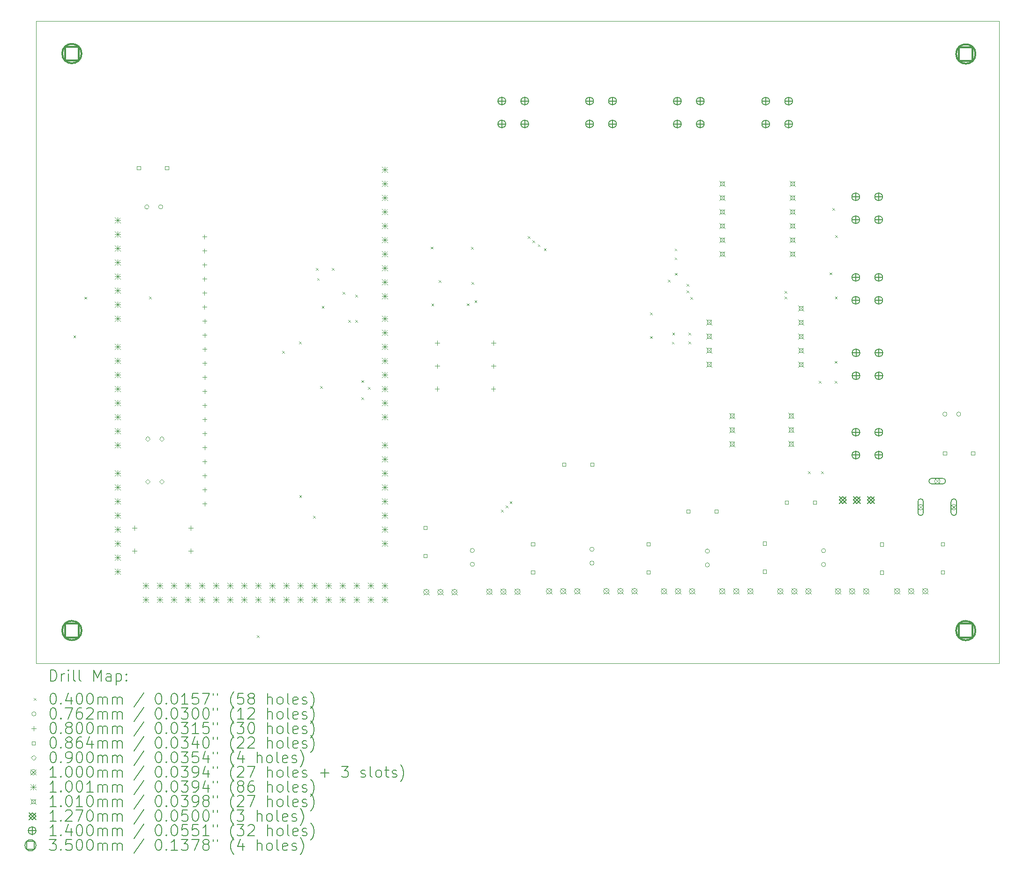
<source format=gbr>
%TF.GenerationSoftware,KiCad,Pcbnew,7.0.7*%
%TF.CreationDate,2023-11-29T15:56:28-06:00*%
%TF.ProjectId,MDCM,4d44434d-2e6b-4696-9361-645f70636258,rev?*%
%TF.SameCoordinates,Original*%
%TF.FileFunction,Drillmap*%
%TF.FilePolarity,Positive*%
%FSLAX45Y45*%
G04 Gerber Fmt 4.5, Leading zero omitted, Abs format (unit mm)*
G04 Created by KiCad (PCBNEW 7.0.7) date 2023-11-29 15:56:28*
%MOMM*%
%LPD*%
G01*
G04 APERTURE LIST*
%ADD10C,0.100000*%
%ADD11C,0.200000*%
%ADD12C,0.040000*%
%ADD13C,0.076200*%
%ADD14C,0.080000*%
%ADD15C,0.086360*%
%ADD16C,0.090000*%
%ADD17C,0.100076*%
%ADD18C,0.101000*%
%ADD19C,0.127000*%
%ADD20C,0.140000*%
%ADD21C,0.350000*%
G04 APERTURE END LIST*
D10*
X7035000Y-3368000D02*
X24433000Y-3368000D01*
X24433000Y-14980000D01*
X7035000Y-14980000D01*
X7035000Y-3368000D01*
D11*
D12*
X7705000Y-9053000D02*
X7745000Y-9093000D01*
X7745000Y-9053000D02*
X7705000Y-9093000D01*
X7907000Y-8351000D02*
X7947000Y-8391000D01*
X7947000Y-8351000D02*
X7907000Y-8391000D01*
X9071000Y-8348000D02*
X9111000Y-8388000D01*
X9111000Y-8348000D02*
X9071000Y-8388000D01*
X11023000Y-14472000D02*
X11063000Y-14512000D01*
X11063000Y-14472000D02*
X11023000Y-14512000D01*
X11475000Y-9331000D02*
X11515000Y-9371000D01*
X11515000Y-9331000D02*
X11475000Y-9371000D01*
X11779770Y-9163230D02*
X11819770Y-9203230D01*
X11819770Y-9163230D02*
X11779770Y-9203230D01*
X11786000Y-11939000D02*
X11826000Y-11979000D01*
X11826000Y-11939000D02*
X11786000Y-11979000D01*
X12034000Y-12309000D02*
X12074000Y-12349000D01*
X12074000Y-12309000D02*
X12034000Y-12349000D01*
X12090000Y-7831000D02*
X12130000Y-7871000D01*
X12130000Y-7831000D02*
X12090000Y-7871000D01*
X12108000Y-8014000D02*
X12148000Y-8054000D01*
X12148000Y-8014000D02*
X12108000Y-8054000D01*
X12161000Y-9967000D02*
X12201000Y-10007000D01*
X12201000Y-9967000D02*
X12161000Y-10007000D01*
X12192000Y-8516000D02*
X12232000Y-8556000D01*
X12232000Y-8516000D02*
X12192000Y-8556000D01*
X12375000Y-7833000D02*
X12415000Y-7873000D01*
X12415000Y-7833000D02*
X12375000Y-7873000D01*
X12569000Y-8264000D02*
X12609000Y-8304000D01*
X12609000Y-8264000D02*
X12569000Y-8304000D01*
X12671000Y-8774000D02*
X12711000Y-8814000D01*
X12711000Y-8774000D02*
X12671000Y-8814000D01*
X12796000Y-8768000D02*
X12836000Y-8808000D01*
X12836000Y-8768000D02*
X12796000Y-8808000D01*
X12800000Y-8313000D02*
X12840000Y-8353000D01*
X12840000Y-8313000D02*
X12800000Y-8353000D01*
X12906000Y-10169000D02*
X12946000Y-10209000D01*
X12946000Y-10169000D02*
X12906000Y-10209000D01*
X12911000Y-9860000D02*
X12951000Y-9900000D01*
X12951000Y-9860000D02*
X12911000Y-9900000D01*
X13027770Y-9984230D02*
X13067770Y-10024230D01*
X13067770Y-9984230D02*
X13027770Y-10024230D01*
X14164050Y-7445900D02*
X14204050Y-7485900D01*
X14204050Y-7445900D02*
X14164050Y-7485900D01*
X14175050Y-8472000D02*
X14215050Y-8512000D01*
X14215050Y-8472000D02*
X14175050Y-8512000D01*
X14305050Y-8051000D02*
X14345050Y-8091000D01*
X14345050Y-8051000D02*
X14305050Y-8091000D01*
X14814000Y-8471000D02*
X14854000Y-8511000D01*
X14854000Y-8471000D02*
X14814000Y-8511000D01*
X14889000Y-7448000D02*
X14929000Y-7488000D01*
X14929000Y-7448000D02*
X14889000Y-7488000D01*
X14897436Y-8083323D02*
X14937436Y-8123323D01*
X14937436Y-8083323D02*
X14897436Y-8123323D01*
X14954000Y-8415000D02*
X14994000Y-8455000D01*
X14994000Y-8415000D02*
X14954000Y-8455000D01*
X15434000Y-12197000D02*
X15474000Y-12237000D01*
X15474000Y-12197000D02*
X15434000Y-12237000D01*
X15515000Y-12124000D02*
X15555000Y-12164000D01*
X15555000Y-12124000D02*
X15515000Y-12164000D01*
X15589000Y-12048000D02*
X15629000Y-12088000D01*
X15629000Y-12048000D02*
X15589000Y-12088000D01*
X15915000Y-7257000D02*
X15955000Y-7297000D01*
X15955000Y-7257000D02*
X15915000Y-7297000D01*
X16001000Y-7330000D02*
X16041000Y-7370000D01*
X16041000Y-7330000D02*
X16001000Y-7370000D01*
X16096000Y-7402450D02*
X16136000Y-7442450D01*
X16136000Y-7402450D02*
X16096000Y-7442450D01*
X16207000Y-7477000D02*
X16247000Y-7517000D01*
X16247000Y-7477000D02*
X16207000Y-7517000D01*
X18125000Y-8634000D02*
X18165000Y-8674000D01*
X18165000Y-8634000D02*
X18125000Y-8674000D01*
X18125000Y-9064000D02*
X18165000Y-9104000D01*
X18165000Y-9064000D02*
X18125000Y-9104000D01*
X18444000Y-8043000D02*
X18484000Y-8083000D01*
X18484000Y-8043000D02*
X18444000Y-8083000D01*
X18518000Y-9165000D02*
X18558000Y-9205000D01*
X18558000Y-9165000D02*
X18518000Y-9205000D01*
X18525000Y-8999000D02*
X18565000Y-9039000D01*
X18565000Y-8999000D02*
X18525000Y-9039000D01*
X18568450Y-7479000D02*
X18608450Y-7519000D01*
X18608450Y-7479000D02*
X18568450Y-7519000D01*
X18568450Y-7641000D02*
X18608450Y-7681000D01*
X18608450Y-7641000D02*
X18568450Y-7681000D01*
X18574000Y-7920000D02*
X18614000Y-7960000D01*
X18614000Y-7920000D02*
X18574000Y-7960000D01*
X18782950Y-8121000D02*
X18822950Y-8161000D01*
X18822950Y-8121000D02*
X18782950Y-8161000D01*
X18786000Y-8240000D02*
X18826000Y-8280000D01*
X18826000Y-8240000D02*
X18786000Y-8280000D01*
X18818000Y-9000000D02*
X18858000Y-9040000D01*
X18858000Y-9000000D02*
X18818000Y-9040000D01*
X18820000Y-9162000D02*
X18860000Y-9202000D01*
X18860000Y-9162000D02*
X18820000Y-9202000D01*
X18850000Y-8354000D02*
X18890000Y-8394000D01*
X18890000Y-8354000D02*
X18850000Y-8394000D01*
X20551000Y-8349000D02*
X20591000Y-8389000D01*
X20591000Y-8349000D02*
X20551000Y-8389000D01*
X20552000Y-8243000D02*
X20592000Y-8283000D01*
X20592000Y-8243000D02*
X20552000Y-8283000D01*
X20977000Y-11506000D02*
X21017000Y-11546000D01*
X21017000Y-11506000D02*
X20977000Y-11546000D01*
X21172000Y-9872000D02*
X21212000Y-9912000D01*
X21212000Y-9872000D02*
X21172000Y-9912000D01*
X21217000Y-11507000D02*
X21257000Y-11547000D01*
X21257000Y-11507000D02*
X21217000Y-11547000D01*
X21369000Y-7912000D02*
X21409000Y-7952000D01*
X21409000Y-7912000D02*
X21369000Y-7952000D01*
X21419000Y-6746000D02*
X21459000Y-6786000D01*
X21459000Y-6746000D02*
X21419000Y-6786000D01*
X21459000Y-9511000D02*
X21499000Y-9551000D01*
X21499000Y-9511000D02*
X21459000Y-9551000D01*
X21460000Y-9872000D02*
X21500000Y-9912000D01*
X21500000Y-9872000D02*
X21460000Y-9912000D01*
X21464000Y-8349000D02*
X21504000Y-8389000D01*
X21504000Y-8349000D02*
X21464000Y-8389000D01*
X21470000Y-7239000D02*
X21510000Y-7279000D01*
X21510000Y-7239000D02*
X21470000Y-7279000D01*
D13*
X9070100Y-6726000D02*
G75*
G03*
X9070100Y-6726000I-38100J0D01*
G01*
X9320100Y-6726000D02*
G75*
G03*
X9320100Y-6726000I-38100J0D01*
G01*
X14951100Y-12936000D02*
G75*
G03*
X14951100Y-12936000I-38100J0D01*
G01*
X14951100Y-13186000D02*
G75*
G03*
X14951100Y-13186000I-38100J0D01*
G01*
X17111100Y-12914000D02*
G75*
G03*
X17111100Y-12914000I-38100J0D01*
G01*
X17111100Y-13164000D02*
G75*
G03*
X17111100Y-13164000I-38100J0D01*
G01*
X19197100Y-12947000D02*
G75*
G03*
X19197100Y-12947000I-38100J0D01*
G01*
X19197100Y-13197000D02*
G75*
G03*
X19197100Y-13197000I-38100J0D01*
G01*
X21296100Y-12940000D02*
G75*
G03*
X21296100Y-12940000I-38100J0D01*
G01*
X21296100Y-13190000D02*
G75*
G03*
X21296100Y-13190000I-38100J0D01*
G01*
X23487100Y-10472000D02*
G75*
G03*
X23487100Y-10472000I-38100J0D01*
G01*
X23737100Y-10472000D02*
G75*
G03*
X23737100Y-10472000I-38100J0D01*
G01*
D14*
X8809000Y-12490000D02*
X8809000Y-12570000D01*
X8769000Y-12530000D02*
X8849000Y-12530000D01*
X8809000Y-12905000D02*
X8809000Y-12985000D01*
X8769000Y-12945000D02*
X8849000Y-12945000D01*
X9825000Y-12490000D02*
X9825000Y-12570000D01*
X9785000Y-12530000D02*
X9865000Y-12530000D01*
X9825000Y-12905000D02*
X9825000Y-12985000D01*
X9785000Y-12945000D02*
X9865000Y-12945000D01*
X10073460Y-7224920D02*
X10073460Y-7304920D01*
X10033460Y-7264920D02*
X10113460Y-7264920D01*
X10073460Y-7478920D02*
X10073460Y-7558920D01*
X10033460Y-7518920D02*
X10113460Y-7518920D01*
X10073460Y-7732920D02*
X10073460Y-7812920D01*
X10033460Y-7772920D02*
X10113460Y-7772920D01*
X10073460Y-7986920D02*
X10073460Y-8066920D01*
X10033460Y-8026920D02*
X10113460Y-8026920D01*
X10073460Y-8240920D02*
X10073460Y-8320920D01*
X10033460Y-8280920D02*
X10113460Y-8280920D01*
X10073460Y-8494920D02*
X10073460Y-8574920D01*
X10033460Y-8534920D02*
X10113460Y-8534920D01*
X10076000Y-8748920D02*
X10076000Y-8828920D01*
X10036000Y-8788920D02*
X10116000Y-8788920D01*
X10076000Y-9002920D02*
X10076000Y-9082920D01*
X10036000Y-9042920D02*
X10116000Y-9042920D01*
X10076000Y-9256920D02*
X10076000Y-9336920D01*
X10036000Y-9296920D02*
X10116000Y-9296920D01*
X10076000Y-9510920D02*
X10076000Y-9590920D01*
X10036000Y-9550920D02*
X10116000Y-9550920D01*
X10076000Y-9764920D02*
X10076000Y-9844920D01*
X10036000Y-9804920D02*
X10116000Y-9804920D01*
X10076000Y-10018920D02*
X10076000Y-10098920D01*
X10036000Y-10058920D02*
X10116000Y-10058920D01*
X10076000Y-10272920D02*
X10076000Y-10352920D01*
X10036000Y-10312920D02*
X10116000Y-10312920D01*
X10076000Y-10526920D02*
X10076000Y-10606920D01*
X10036000Y-10566920D02*
X10116000Y-10566920D01*
X10076000Y-10780920D02*
X10076000Y-10860920D01*
X10036000Y-10820920D02*
X10116000Y-10820920D01*
X10076000Y-11034920D02*
X10076000Y-11114920D01*
X10036000Y-11074920D02*
X10116000Y-11074920D01*
X10076000Y-11288920D02*
X10076000Y-11368920D01*
X10036000Y-11328920D02*
X10116000Y-11328920D01*
X10076000Y-11542920D02*
X10076000Y-11622920D01*
X10036000Y-11582920D02*
X10116000Y-11582920D01*
X10076000Y-11796920D02*
X10076000Y-11876920D01*
X10036000Y-11836920D02*
X10116000Y-11836920D01*
X10076000Y-12050920D02*
X10076000Y-12130920D01*
X10036000Y-12090920D02*
X10116000Y-12090920D01*
X14276000Y-9974000D02*
X14276000Y-10054000D01*
X14236000Y-10014000D02*
X14316000Y-10014000D01*
X14277000Y-9563000D02*
X14277000Y-9643000D01*
X14237000Y-9603000D02*
X14317000Y-9603000D01*
X14278000Y-9145000D02*
X14278000Y-9225000D01*
X14238000Y-9185000D02*
X14318000Y-9185000D01*
X15292000Y-9974000D02*
X15292000Y-10054000D01*
X15252000Y-10014000D02*
X15332000Y-10014000D01*
X15293000Y-9563000D02*
X15293000Y-9643000D01*
X15253000Y-9603000D02*
X15333000Y-9603000D01*
X15294000Y-9145000D02*
X15294000Y-9225000D01*
X15254000Y-9185000D02*
X15334000Y-9185000D01*
D15*
X8915753Y-6053723D02*
X8915753Y-5992657D01*
X8854687Y-5992657D01*
X8854687Y-6053723D01*
X8915753Y-6053723D01*
X9423753Y-6053723D02*
X9423753Y-5992657D01*
X9362687Y-5992657D01*
X9362687Y-6053723D01*
X9423753Y-6053723D01*
X14092533Y-12558533D02*
X14092533Y-12497467D01*
X14031467Y-12497467D01*
X14031467Y-12558533D01*
X14092533Y-12558533D01*
X14092533Y-13066533D02*
X14092533Y-13005467D01*
X14031467Y-13005467D01*
X14031467Y-13066533D01*
X14092533Y-13066533D01*
X16036533Y-12852523D02*
X16036533Y-12791457D01*
X15975467Y-12791457D01*
X15975467Y-12852523D01*
X16036533Y-12852523D01*
X16036533Y-13360523D02*
X16036533Y-13299457D01*
X15975467Y-13299457D01*
X15975467Y-13360523D01*
X16036533Y-13360523D01*
X16599533Y-11409533D02*
X16599533Y-11348467D01*
X16538467Y-11348467D01*
X16538467Y-11409533D01*
X16599533Y-11409533D01*
X17107533Y-11409533D02*
X17107533Y-11348467D01*
X17046467Y-11348467D01*
X17046467Y-11409533D01*
X17107533Y-11409533D01*
X18123533Y-12851533D02*
X18123533Y-12790467D01*
X18062467Y-12790467D01*
X18062467Y-12851533D01*
X18123533Y-12851533D01*
X18123533Y-13359533D02*
X18123533Y-13298467D01*
X18062467Y-13298467D01*
X18062467Y-13359533D01*
X18123533Y-13359533D01*
X18844533Y-12260533D02*
X18844533Y-12199467D01*
X18783467Y-12199467D01*
X18783467Y-12260533D01*
X18844533Y-12260533D01*
X19352533Y-12260533D02*
X19352533Y-12199467D01*
X19291467Y-12199467D01*
X19291467Y-12260533D01*
X19352533Y-12260533D01*
X20221533Y-12838533D02*
X20221533Y-12777467D01*
X20160467Y-12777467D01*
X20160467Y-12838533D01*
X20221533Y-12838533D01*
X20221533Y-13346533D02*
X20221533Y-13285467D01*
X20160467Y-13285467D01*
X20160467Y-13346533D01*
X20221533Y-13346533D01*
X20624543Y-12095533D02*
X20624543Y-12034467D01*
X20563477Y-12034467D01*
X20563477Y-12095533D01*
X20624543Y-12095533D01*
X21132543Y-12095533D02*
X21132543Y-12034467D01*
X21071477Y-12034467D01*
X21071477Y-12095533D01*
X21132543Y-12095533D01*
X22338533Y-12855533D02*
X22338533Y-12794467D01*
X22277467Y-12794467D01*
X22277467Y-12855533D01*
X22338533Y-12855533D01*
X22338533Y-13363533D02*
X22338533Y-13302467D01*
X22277467Y-13302467D01*
X22277467Y-13363533D01*
X22338533Y-13363533D01*
X23442533Y-12854533D02*
X23442533Y-12793467D01*
X23381467Y-12793467D01*
X23381467Y-12854533D01*
X23442533Y-12854533D01*
X23442533Y-13362533D02*
X23442533Y-13301467D01*
X23381467Y-13301467D01*
X23381467Y-13362533D01*
X23442533Y-13362533D01*
X23478533Y-11206533D02*
X23478533Y-11145467D01*
X23417467Y-11145467D01*
X23417467Y-11206533D01*
X23478533Y-11206533D01*
X23986533Y-11206533D02*
X23986533Y-11145467D01*
X23925467Y-11145467D01*
X23925467Y-11206533D01*
X23986533Y-11206533D01*
D16*
X9046500Y-10962000D02*
X9091500Y-10917000D01*
X9046500Y-10872000D01*
X9001500Y-10917000D01*
X9046500Y-10962000D01*
X9048000Y-11737000D02*
X9093000Y-11692000D01*
X9048000Y-11647000D01*
X9003000Y-11692000D01*
X9048000Y-11737000D01*
X9300500Y-10962000D02*
X9345500Y-10917000D01*
X9300500Y-10872000D01*
X9255500Y-10917000D01*
X9300500Y-10962000D01*
X9302000Y-11737000D02*
X9347000Y-11692000D01*
X9302000Y-11647000D01*
X9257000Y-11692000D01*
X9302000Y-11737000D01*
D10*
X14031000Y-13637000D02*
X14131000Y-13737000D01*
X14131000Y-13637000D02*
X14031000Y-13737000D01*
X14131000Y-13687000D02*
G75*
G03*
X14131000Y-13687000I-50000J0D01*
G01*
X14285000Y-13637000D02*
X14385000Y-13737000D01*
X14385000Y-13637000D02*
X14285000Y-13737000D01*
X14385000Y-13687000D02*
G75*
G03*
X14385000Y-13687000I-50000J0D01*
G01*
X14539000Y-13637000D02*
X14639000Y-13737000D01*
X14639000Y-13637000D02*
X14539000Y-13737000D01*
X14639000Y-13687000D02*
G75*
G03*
X14639000Y-13687000I-50000J0D01*
G01*
X15171000Y-13630000D02*
X15271000Y-13730000D01*
X15271000Y-13630000D02*
X15171000Y-13730000D01*
X15271000Y-13680000D02*
G75*
G03*
X15271000Y-13680000I-50000J0D01*
G01*
X15425000Y-13630000D02*
X15525000Y-13730000D01*
X15525000Y-13630000D02*
X15425000Y-13730000D01*
X15525000Y-13680000D02*
G75*
G03*
X15525000Y-13680000I-50000J0D01*
G01*
X15679000Y-13630000D02*
X15779000Y-13730000D01*
X15779000Y-13630000D02*
X15679000Y-13730000D01*
X15779000Y-13680000D02*
G75*
G03*
X15779000Y-13680000I-50000J0D01*
G01*
X16249000Y-13623000D02*
X16349000Y-13723000D01*
X16349000Y-13623000D02*
X16249000Y-13723000D01*
X16349000Y-13673000D02*
G75*
G03*
X16349000Y-13673000I-50000J0D01*
G01*
X16503000Y-13623000D02*
X16603000Y-13723000D01*
X16603000Y-13623000D02*
X16503000Y-13723000D01*
X16603000Y-13673000D02*
G75*
G03*
X16603000Y-13673000I-50000J0D01*
G01*
X16757000Y-13623000D02*
X16857000Y-13723000D01*
X16857000Y-13623000D02*
X16757000Y-13723000D01*
X16857000Y-13673000D02*
G75*
G03*
X16857000Y-13673000I-50000J0D01*
G01*
X17283000Y-13620000D02*
X17383000Y-13720000D01*
X17383000Y-13620000D02*
X17283000Y-13720000D01*
X17383000Y-13670000D02*
G75*
G03*
X17383000Y-13670000I-50000J0D01*
G01*
X17537000Y-13620000D02*
X17637000Y-13720000D01*
X17637000Y-13620000D02*
X17537000Y-13720000D01*
X17637000Y-13670000D02*
G75*
G03*
X17637000Y-13670000I-50000J0D01*
G01*
X17791000Y-13620000D02*
X17891000Y-13720000D01*
X17891000Y-13620000D02*
X17791000Y-13720000D01*
X17891000Y-13670000D02*
G75*
G03*
X17891000Y-13670000I-50000J0D01*
G01*
X18324500Y-13623500D02*
X18424500Y-13723500D01*
X18424500Y-13623500D02*
X18324500Y-13723500D01*
X18424500Y-13673500D02*
G75*
G03*
X18424500Y-13673500I-50000J0D01*
G01*
X18578500Y-13623500D02*
X18678500Y-13723500D01*
X18678500Y-13623500D02*
X18578500Y-13723500D01*
X18678500Y-13673500D02*
G75*
G03*
X18678500Y-13673500I-50000J0D01*
G01*
X18832500Y-13623500D02*
X18932500Y-13723500D01*
X18932500Y-13623500D02*
X18832500Y-13723500D01*
X18932500Y-13673500D02*
G75*
G03*
X18932500Y-13673500I-50000J0D01*
G01*
X19377500Y-13623500D02*
X19477500Y-13723500D01*
X19477500Y-13623500D02*
X19377500Y-13723500D01*
X19477500Y-13673500D02*
G75*
G03*
X19477500Y-13673500I-50000J0D01*
G01*
X19631500Y-13623500D02*
X19731500Y-13723500D01*
X19731500Y-13623500D02*
X19631500Y-13723500D01*
X19731500Y-13673500D02*
G75*
G03*
X19731500Y-13673500I-50000J0D01*
G01*
X19885500Y-13623500D02*
X19985500Y-13723500D01*
X19985500Y-13623500D02*
X19885500Y-13723500D01*
X19985500Y-13673500D02*
G75*
G03*
X19985500Y-13673500I-50000J0D01*
G01*
X20425500Y-13624500D02*
X20525500Y-13724500D01*
X20525500Y-13624500D02*
X20425500Y-13724500D01*
X20525500Y-13674500D02*
G75*
G03*
X20525500Y-13674500I-50000J0D01*
G01*
X20679500Y-13624500D02*
X20779500Y-13724500D01*
X20779500Y-13624500D02*
X20679500Y-13724500D01*
X20779500Y-13674500D02*
G75*
G03*
X20779500Y-13674500I-50000J0D01*
G01*
X20933500Y-13624500D02*
X21033500Y-13724500D01*
X21033500Y-13624500D02*
X20933500Y-13724500D01*
X21033500Y-13674500D02*
G75*
G03*
X21033500Y-13674500I-50000J0D01*
G01*
X21470500Y-13623500D02*
X21570500Y-13723500D01*
X21570500Y-13623500D02*
X21470500Y-13723500D01*
X21570500Y-13673500D02*
G75*
G03*
X21570500Y-13673500I-50000J0D01*
G01*
X21724500Y-13623500D02*
X21824500Y-13723500D01*
X21824500Y-13623500D02*
X21724500Y-13723500D01*
X21824500Y-13673500D02*
G75*
G03*
X21824500Y-13673500I-50000J0D01*
G01*
X21978500Y-13623500D02*
X22078500Y-13723500D01*
X22078500Y-13623500D02*
X21978500Y-13723500D01*
X22078500Y-13673500D02*
G75*
G03*
X22078500Y-13673500I-50000J0D01*
G01*
X22537500Y-13622500D02*
X22637500Y-13722500D01*
X22637500Y-13622500D02*
X22537500Y-13722500D01*
X22637500Y-13672500D02*
G75*
G03*
X22637500Y-13672500I-50000J0D01*
G01*
X22791500Y-13622500D02*
X22891500Y-13722500D01*
X22891500Y-13622500D02*
X22791500Y-13722500D01*
X22891500Y-13672500D02*
G75*
G03*
X22891500Y-13672500I-50000J0D01*
G01*
X22962000Y-12103000D02*
X23062000Y-12203000D01*
X23062000Y-12103000D02*
X22962000Y-12203000D01*
X23062000Y-12153000D02*
G75*
G03*
X23062000Y-12153000I-50000J0D01*
G01*
D11*
X23062000Y-12253000D02*
X23062000Y-12053000D01*
X23062000Y-12053000D02*
G75*
G03*
X22962000Y-12053000I-50000J0D01*
G01*
X22962000Y-12053000D02*
X22962000Y-12253000D01*
X22962000Y-12253000D02*
G75*
G03*
X23062000Y-12253000I50000J0D01*
G01*
D10*
X23045500Y-13622500D02*
X23145500Y-13722500D01*
X23145500Y-13622500D02*
X23045500Y-13722500D01*
X23145500Y-13672500D02*
G75*
G03*
X23145500Y-13672500I-50000J0D01*
G01*
X23262000Y-11633000D02*
X23362000Y-11733000D01*
X23362000Y-11633000D02*
X23262000Y-11733000D01*
X23362000Y-11683000D02*
G75*
G03*
X23362000Y-11683000I-50000J0D01*
G01*
D11*
X23412000Y-11633000D02*
X23212000Y-11633000D01*
X23212000Y-11633000D02*
G75*
G03*
X23212000Y-11733000I0J-50000D01*
G01*
X23212000Y-11733000D02*
X23412000Y-11733000D01*
X23412000Y-11733000D02*
G75*
G03*
X23412000Y-11633000I0J50000D01*
G01*
D10*
X23562000Y-12103000D02*
X23662000Y-12203000D01*
X23662000Y-12103000D02*
X23562000Y-12203000D01*
X23662000Y-12153000D02*
G75*
G03*
X23662000Y-12153000I-50000J0D01*
G01*
D11*
X23662000Y-12253000D02*
X23662000Y-12053000D01*
X23662000Y-12053000D02*
G75*
G03*
X23562000Y-12053000I-50000J0D01*
G01*
X23562000Y-12053000D02*
X23562000Y-12253000D01*
X23562000Y-12253000D02*
G75*
G03*
X23662000Y-12253000I50000J0D01*
G01*
D17*
X8453962Y-6914962D02*
X8554038Y-7015038D01*
X8554038Y-6914962D02*
X8453962Y-7015038D01*
X8504000Y-6914962D02*
X8504000Y-7015038D01*
X8453962Y-6965000D02*
X8554038Y-6965000D01*
X8453962Y-7168962D02*
X8554038Y-7269038D01*
X8554038Y-7168962D02*
X8453962Y-7269038D01*
X8504000Y-7168962D02*
X8504000Y-7269038D01*
X8453962Y-7219000D02*
X8554038Y-7219000D01*
X8453962Y-7422962D02*
X8554038Y-7523038D01*
X8554038Y-7422962D02*
X8453962Y-7523038D01*
X8504000Y-7422962D02*
X8504000Y-7523038D01*
X8453962Y-7473000D02*
X8554038Y-7473000D01*
X8453962Y-7676962D02*
X8554038Y-7777038D01*
X8554038Y-7676962D02*
X8453962Y-7777038D01*
X8504000Y-7676962D02*
X8504000Y-7777038D01*
X8453962Y-7727000D02*
X8554038Y-7727000D01*
X8453962Y-7930962D02*
X8554038Y-8031038D01*
X8554038Y-7930962D02*
X8453962Y-8031038D01*
X8504000Y-7930962D02*
X8504000Y-8031038D01*
X8453962Y-7981000D02*
X8554038Y-7981000D01*
X8453962Y-8184962D02*
X8554038Y-8285038D01*
X8554038Y-8184962D02*
X8453962Y-8285038D01*
X8504000Y-8184962D02*
X8504000Y-8285038D01*
X8453962Y-8235000D02*
X8554038Y-8235000D01*
X8453962Y-8438962D02*
X8554038Y-8539038D01*
X8554038Y-8438962D02*
X8453962Y-8539038D01*
X8504000Y-8438962D02*
X8504000Y-8539038D01*
X8453962Y-8489000D02*
X8554038Y-8489000D01*
X8453962Y-8692962D02*
X8554038Y-8793038D01*
X8554038Y-8692962D02*
X8453962Y-8793038D01*
X8504000Y-8692962D02*
X8504000Y-8793038D01*
X8453962Y-8743000D02*
X8554038Y-8743000D01*
X8453962Y-9200962D02*
X8554038Y-9301038D01*
X8554038Y-9200962D02*
X8453962Y-9301038D01*
X8504000Y-9200962D02*
X8504000Y-9301038D01*
X8453962Y-9251000D02*
X8554038Y-9251000D01*
X8453962Y-9454962D02*
X8554038Y-9555038D01*
X8554038Y-9454962D02*
X8453962Y-9555038D01*
X8504000Y-9454962D02*
X8504000Y-9555038D01*
X8453962Y-9505000D02*
X8554038Y-9505000D01*
X8453962Y-9708962D02*
X8554038Y-9809038D01*
X8554038Y-9708962D02*
X8453962Y-9809038D01*
X8504000Y-9708962D02*
X8504000Y-9809038D01*
X8453962Y-9759000D02*
X8554038Y-9759000D01*
X8453962Y-9962962D02*
X8554038Y-10063038D01*
X8554038Y-9962962D02*
X8453962Y-10063038D01*
X8504000Y-9962962D02*
X8504000Y-10063038D01*
X8453962Y-10013000D02*
X8554038Y-10013000D01*
X8453962Y-10216962D02*
X8554038Y-10317038D01*
X8554038Y-10216962D02*
X8453962Y-10317038D01*
X8504000Y-10216962D02*
X8504000Y-10317038D01*
X8453962Y-10267000D02*
X8554038Y-10267000D01*
X8453962Y-10470962D02*
X8554038Y-10571038D01*
X8554038Y-10470962D02*
X8453962Y-10571038D01*
X8504000Y-10470962D02*
X8504000Y-10571038D01*
X8453962Y-10521000D02*
X8554038Y-10521000D01*
X8453962Y-10724962D02*
X8554038Y-10825038D01*
X8554038Y-10724962D02*
X8453962Y-10825038D01*
X8504000Y-10724962D02*
X8504000Y-10825038D01*
X8453962Y-10775000D02*
X8554038Y-10775000D01*
X8453962Y-10978962D02*
X8554038Y-11079038D01*
X8554038Y-10978962D02*
X8453962Y-11079038D01*
X8504000Y-10978962D02*
X8504000Y-11079038D01*
X8453962Y-11029000D02*
X8554038Y-11029000D01*
X8453962Y-11486962D02*
X8554038Y-11587038D01*
X8554038Y-11486962D02*
X8453962Y-11587038D01*
X8504000Y-11486962D02*
X8504000Y-11587038D01*
X8453962Y-11537000D02*
X8554038Y-11537000D01*
X8453962Y-11740962D02*
X8554038Y-11841038D01*
X8554038Y-11740962D02*
X8453962Y-11841038D01*
X8504000Y-11740962D02*
X8504000Y-11841038D01*
X8453962Y-11791000D02*
X8554038Y-11791000D01*
X8453962Y-11994962D02*
X8554038Y-12095038D01*
X8554038Y-11994962D02*
X8453962Y-12095038D01*
X8504000Y-11994962D02*
X8504000Y-12095038D01*
X8453962Y-12045000D02*
X8554038Y-12045000D01*
X8453962Y-12248962D02*
X8554038Y-12349038D01*
X8554038Y-12248962D02*
X8453962Y-12349038D01*
X8504000Y-12248962D02*
X8504000Y-12349038D01*
X8453962Y-12299000D02*
X8554038Y-12299000D01*
X8453962Y-12502962D02*
X8554038Y-12603038D01*
X8554038Y-12502962D02*
X8453962Y-12603038D01*
X8504000Y-12502962D02*
X8504000Y-12603038D01*
X8453962Y-12553000D02*
X8554038Y-12553000D01*
X8453962Y-12756962D02*
X8554038Y-12857038D01*
X8554038Y-12756962D02*
X8453962Y-12857038D01*
X8504000Y-12756962D02*
X8504000Y-12857038D01*
X8453962Y-12807000D02*
X8554038Y-12807000D01*
X8453962Y-13010962D02*
X8554038Y-13111038D01*
X8554038Y-13010962D02*
X8453962Y-13111038D01*
X8504000Y-13010962D02*
X8504000Y-13111038D01*
X8453962Y-13061000D02*
X8554038Y-13061000D01*
X8453962Y-13264962D02*
X8554038Y-13365038D01*
X8554038Y-13264962D02*
X8453962Y-13365038D01*
X8504000Y-13264962D02*
X8504000Y-13365038D01*
X8453962Y-13315000D02*
X8554038Y-13315000D01*
X8961962Y-13518962D02*
X9062038Y-13619038D01*
X9062038Y-13518962D02*
X8961962Y-13619038D01*
X9012000Y-13518962D02*
X9012000Y-13619038D01*
X8961962Y-13569000D02*
X9062038Y-13569000D01*
X8961962Y-13772962D02*
X9062038Y-13873038D01*
X9062038Y-13772962D02*
X8961962Y-13873038D01*
X9012000Y-13772962D02*
X9012000Y-13873038D01*
X8961962Y-13823000D02*
X9062038Y-13823000D01*
X9215962Y-13518962D02*
X9316038Y-13619038D01*
X9316038Y-13518962D02*
X9215962Y-13619038D01*
X9266000Y-13518962D02*
X9266000Y-13619038D01*
X9215962Y-13569000D02*
X9316038Y-13569000D01*
X9215962Y-13772962D02*
X9316038Y-13873038D01*
X9316038Y-13772962D02*
X9215962Y-13873038D01*
X9266000Y-13772962D02*
X9266000Y-13873038D01*
X9215962Y-13823000D02*
X9316038Y-13823000D01*
X9469962Y-13518962D02*
X9570038Y-13619038D01*
X9570038Y-13518962D02*
X9469962Y-13619038D01*
X9520000Y-13518962D02*
X9520000Y-13619038D01*
X9469962Y-13569000D02*
X9570038Y-13569000D01*
X9469962Y-13772962D02*
X9570038Y-13873038D01*
X9570038Y-13772962D02*
X9469962Y-13873038D01*
X9520000Y-13772962D02*
X9520000Y-13873038D01*
X9469962Y-13823000D02*
X9570038Y-13823000D01*
X9723962Y-13518962D02*
X9824038Y-13619038D01*
X9824038Y-13518962D02*
X9723962Y-13619038D01*
X9774000Y-13518962D02*
X9774000Y-13619038D01*
X9723962Y-13569000D02*
X9824038Y-13569000D01*
X9723962Y-13772962D02*
X9824038Y-13873038D01*
X9824038Y-13772962D02*
X9723962Y-13873038D01*
X9774000Y-13772962D02*
X9774000Y-13873038D01*
X9723962Y-13823000D02*
X9824038Y-13823000D01*
X9977962Y-13518962D02*
X10078038Y-13619038D01*
X10078038Y-13518962D02*
X9977962Y-13619038D01*
X10028000Y-13518962D02*
X10028000Y-13619038D01*
X9977962Y-13569000D02*
X10078038Y-13569000D01*
X9977962Y-13772962D02*
X10078038Y-13873038D01*
X10078038Y-13772962D02*
X9977962Y-13873038D01*
X10028000Y-13772962D02*
X10028000Y-13873038D01*
X9977962Y-13823000D02*
X10078038Y-13823000D01*
X10231962Y-13518962D02*
X10332038Y-13619038D01*
X10332038Y-13518962D02*
X10231962Y-13619038D01*
X10282000Y-13518962D02*
X10282000Y-13619038D01*
X10231962Y-13569000D02*
X10332038Y-13569000D01*
X10231962Y-13772962D02*
X10332038Y-13873038D01*
X10332038Y-13772962D02*
X10231962Y-13873038D01*
X10282000Y-13772962D02*
X10282000Y-13873038D01*
X10231962Y-13823000D02*
X10332038Y-13823000D01*
X10485962Y-13518962D02*
X10586038Y-13619038D01*
X10586038Y-13518962D02*
X10485962Y-13619038D01*
X10536000Y-13518962D02*
X10536000Y-13619038D01*
X10485962Y-13569000D02*
X10586038Y-13569000D01*
X10485962Y-13772962D02*
X10586038Y-13873038D01*
X10586038Y-13772962D02*
X10485962Y-13873038D01*
X10536000Y-13772962D02*
X10536000Y-13873038D01*
X10485962Y-13823000D02*
X10586038Y-13823000D01*
X10739962Y-13518962D02*
X10840038Y-13619038D01*
X10840038Y-13518962D02*
X10739962Y-13619038D01*
X10790000Y-13518962D02*
X10790000Y-13619038D01*
X10739962Y-13569000D02*
X10840038Y-13569000D01*
X10739962Y-13772962D02*
X10840038Y-13873038D01*
X10840038Y-13772962D02*
X10739962Y-13873038D01*
X10790000Y-13772962D02*
X10790000Y-13873038D01*
X10739962Y-13823000D02*
X10840038Y-13823000D01*
X10993962Y-13518962D02*
X11094038Y-13619038D01*
X11094038Y-13518962D02*
X10993962Y-13619038D01*
X11044000Y-13518962D02*
X11044000Y-13619038D01*
X10993962Y-13569000D02*
X11094038Y-13569000D01*
X10993962Y-13772962D02*
X11094038Y-13873038D01*
X11094038Y-13772962D02*
X10993962Y-13873038D01*
X11044000Y-13772962D02*
X11044000Y-13873038D01*
X10993962Y-13823000D02*
X11094038Y-13823000D01*
X11247962Y-13518962D02*
X11348038Y-13619038D01*
X11348038Y-13518962D02*
X11247962Y-13619038D01*
X11298000Y-13518962D02*
X11298000Y-13619038D01*
X11247962Y-13569000D02*
X11348038Y-13569000D01*
X11247962Y-13772962D02*
X11348038Y-13873038D01*
X11348038Y-13772962D02*
X11247962Y-13873038D01*
X11298000Y-13772962D02*
X11298000Y-13873038D01*
X11247962Y-13823000D02*
X11348038Y-13823000D01*
X11501962Y-13518962D02*
X11602038Y-13619038D01*
X11602038Y-13518962D02*
X11501962Y-13619038D01*
X11552000Y-13518962D02*
X11552000Y-13619038D01*
X11501962Y-13569000D02*
X11602038Y-13569000D01*
X11501962Y-13772962D02*
X11602038Y-13873038D01*
X11602038Y-13772962D02*
X11501962Y-13873038D01*
X11552000Y-13772962D02*
X11552000Y-13873038D01*
X11501962Y-13823000D02*
X11602038Y-13823000D01*
X11755962Y-13518962D02*
X11856038Y-13619038D01*
X11856038Y-13518962D02*
X11755962Y-13619038D01*
X11806000Y-13518962D02*
X11806000Y-13619038D01*
X11755962Y-13569000D02*
X11856038Y-13569000D01*
X11755962Y-13772962D02*
X11856038Y-13873038D01*
X11856038Y-13772962D02*
X11755962Y-13873038D01*
X11806000Y-13772962D02*
X11806000Y-13873038D01*
X11755962Y-13823000D02*
X11856038Y-13823000D01*
X12009962Y-13518962D02*
X12110038Y-13619038D01*
X12110038Y-13518962D02*
X12009962Y-13619038D01*
X12060000Y-13518962D02*
X12060000Y-13619038D01*
X12009962Y-13569000D02*
X12110038Y-13569000D01*
X12009962Y-13772962D02*
X12110038Y-13873038D01*
X12110038Y-13772962D02*
X12009962Y-13873038D01*
X12060000Y-13772962D02*
X12060000Y-13873038D01*
X12009962Y-13823000D02*
X12110038Y-13823000D01*
X12263962Y-13518962D02*
X12364038Y-13619038D01*
X12364038Y-13518962D02*
X12263962Y-13619038D01*
X12314000Y-13518962D02*
X12314000Y-13619038D01*
X12263962Y-13569000D02*
X12364038Y-13569000D01*
X12263962Y-13772962D02*
X12364038Y-13873038D01*
X12364038Y-13772962D02*
X12263962Y-13873038D01*
X12314000Y-13772962D02*
X12314000Y-13873038D01*
X12263962Y-13823000D02*
X12364038Y-13823000D01*
X12517962Y-13518962D02*
X12618038Y-13619038D01*
X12618038Y-13518962D02*
X12517962Y-13619038D01*
X12568000Y-13518962D02*
X12568000Y-13619038D01*
X12517962Y-13569000D02*
X12618038Y-13569000D01*
X12517962Y-13772962D02*
X12618038Y-13873038D01*
X12618038Y-13772962D02*
X12517962Y-13873038D01*
X12568000Y-13772962D02*
X12568000Y-13873038D01*
X12517962Y-13823000D02*
X12618038Y-13823000D01*
X12771962Y-13518962D02*
X12872038Y-13619038D01*
X12872038Y-13518962D02*
X12771962Y-13619038D01*
X12822000Y-13518962D02*
X12822000Y-13619038D01*
X12771962Y-13569000D02*
X12872038Y-13569000D01*
X12771962Y-13772962D02*
X12872038Y-13873038D01*
X12872038Y-13772962D02*
X12771962Y-13873038D01*
X12822000Y-13772962D02*
X12822000Y-13873038D01*
X12771962Y-13823000D02*
X12872038Y-13823000D01*
X13025962Y-13518962D02*
X13126038Y-13619038D01*
X13126038Y-13518962D02*
X13025962Y-13619038D01*
X13076000Y-13518962D02*
X13076000Y-13619038D01*
X13025962Y-13569000D02*
X13126038Y-13569000D01*
X13025962Y-13772962D02*
X13126038Y-13873038D01*
X13126038Y-13772962D02*
X13025962Y-13873038D01*
X13076000Y-13772962D02*
X13076000Y-13873038D01*
X13025962Y-13823000D02*
X13126038Y-13823000D01*
X13279962Y-6000562D02*
X13380038Y-6100638D01*
X13380038Y-6000562D02*
X13279962Y-6100638D01*
X13330000Y-6000562D02*
X13330000Y-6100638D01*
X13279962Y-6050600D02*
X13380038Y-6050600D01*
X13279962Y-6254562D02*
X13380038Y-6354638D01*
X13380038Y-6254562D02*
X13279962Y-6354638D01*
X13330000Y-6254562D02*
X13330000Y-6354638D01*
X13279962Y-6304600D02*
X13380038Y-6304600D01*
X13279962Y-6508562D02*
X13380038Y-6608638D01*
X13380038Y-6508562D02*
X13279962Y-6608638D01*
X13330000Y-6508562D02*
X13330000Y-6608638D01*
X13279962Y-6558600D02*
X13380038Y-6558600D01*
X13279962Y-6762562D02*
X13380038Y-6862638D01*
X13380038Y-6762562D02*
X13279962Y-6862638D01*
X13330000Y-6762562D02*
X13330000Y-6862638D01*
X13279962Y-6812600D02*
X13380038Y-6812600D01*
X13279962Y-7016562D02*
X13380038Y-7116638D01*
X13380038Y-7016562D02*
X13279962Y-7116638D01*
X13330000Y-7016562D02*
X13330000Y-7116638D01*
X13279962Y-7066600D02*
X13380038Y-7066600D01*
X13279962Y-7270562D02*
X13380038Y-7370638D01*
X13380038Y-7270562D02*
X13279962Y-7370638D01*
X13330000Y-7270562D02*
X13330000Y-7370638D01*
X13279962Y-7320600D02*
X13380038Y-7320600D01*
X13279962Y-7524562D02*
X13380038Y-7624638D01*
X13380038Y-7524562D02*
X13279962Y-7624638D01*
X13330000Y-7524562D02*
X13330000Y-7624638D01*
X13279962Y-7574600D02*
X13380038Y-7574600D01*
X13279962Y-7778562D02*
X13380038Y-7878638D01*
X13380038Y-7778562D02*
X13279962Y-7878638D01*
X13330000Y-7778562D02*
X13330000Y-7878638D01*
X13279962Y-7828600D02*
X13380038Y-7828600D01*
X13279962Y-8032562D02*
X13380038Y-8132638D01*
X13380038Y-8032562D02*
X13279962Y-8132638D01*
X13330000Y-8032562D02*
X13330000Y-8132638D01*
X13279962Y-8082600D02*
X13380038Y-8082600D01*
X13279962Y-8286562D02*
X13380038Y-8386638D01*
X13380038Y-8286562D02*
X13279962Y-8386638D01*
X13330000Y-8286562D02*
X13330000Y-8386638D01*
X13279962Y-8336600D02*
X13380038Y-8336600D01*
X13279962Y-8692962D02*
X13380038Y-8793038D01*
X13380038Y-8692962D02*
X13279962Y-8793038D01*
X13330000Y-8692962D02*
X13330000Y-8793038D01*
X13279962Y-8743000D02*
X13380038Y-8743000D01*
X13279962Y-8946962D02*
X13380038Y-9047038D01*
X13380038Y-8946962D02*
X13279962Y-9047038D01*
X13330000Y-8946962D02*
X13330000Y-9047038D01*
X13279962Y-8997000D02*
X13380038Y-8997000D01*
X13279962Y-9200962D02*
X13380038Y-9301038D01*
X13380038Y-9200962D02*
X13279962Y-9301038D01*
X13330000Y-9200962D02*
X13330000Y-9301038D01*
X13279962Y-9251000D02*
X13380038Y-9251000D01*
X13279962Y-9454962D02*
X13380038Y-9555038D01*
X13380038Y-9454962D02*
X13279962Y-9555038D01*
X13330000Y-9454962D02*
X13330000Y-9555038D01*
X13279962Y-9505000D02*
X13380038Y-9505000D01*
X13279962Y-9708962D02*
X13380038Y-9809038D01*
X13380038Y-9708962D02*
X13279962Y-9809038D01*
X13330000Y-9708962D02*
X13330000Y-9809038D01*
X13279962Y-9759000D02*
X13380038Y-9759000D01*
X13279962Y-9962962D02*
X13380038Y-10063038D01*
X13380038Y-9962962D02*
X13279962Y-10063038D01*
X13330000Y-9962962D02*
X13330000Y-10063038D01*
X13279962Y-10013000D02*
X13380038Y-10013000D01*
X13279962Y-10216962D02*
X13380038Y-10317038D01*
X13380038Y-10216962D02*
X13279962Y-10317038D01*
X13330000Y-10216962D02*
X13330000Y-10317038D01*
X13279962Y-10267000D02*
X13380038Y-10267000D01*
X13279962Y-10470962D02*
X13380038Y-10571038D01*
X13380038Y-10470962D02*
X13279962Y-10571038D01*
X13330000Y-10470962D02*
X13330000Y-10571038D01*
X13279962Y-10521000D02*
X13380038Y-10521000D01*
X13279962Y-10978962D02*
X13380038Y-11079038D01*
X13380038Y-10978962D02*
X13279962Y-11079038D01*
X13330000Y-10978962D02*
X13330000Y-11079038D01*
X13279962Y-11029000D02*
X13380038Y-11029000D01*
X13279962Y-11232962D02*
X13380038Y-11333038D01*
X13380038Y-11232962D02*
X13279962Y-11333038D01*
X13330000Y-11232962D02*
X13330000Y-11333038D01*
X13279962Y-11283000D02*
X13380038Y-11283000D01*
X13279962Y-11486962D02*
X13380038Y-11587038D01*
X13380038Y-11486962D02*
X13279962Y-11587038D01*
X13330000Y-11486962D02*
X13330000Y-11587038D01*
X13279962Y-11537000D02*
X13380038Y-11537000D01*
X13279962Y-11740962D02*
X13380038Y-11841038D01*
X13380038Y-11740962D02*
X13279962Y-11841038D01*
X13330000Y-11740962D02*
X13330000Y-11841038D01*
X13279962Y-11791000D02*
X13380038Y-11791000D01*
X13279962Y-11994962D02*
X13380038Y-12095038D01*
X13380038Y-11994962D02*
X13279962Y-12095038D01*
X13330000Y-11994962D02*
X13330000Y-12095038D01*
X13279962Y-12045000D02*
X13380038Y-12045000D01*
X13279962Y-12248962D02*
X13380038Y-12349038D01*
X13380038Y-12248962D02*
X13279962Y-12349038D01*
X13330000Y-12248962D02*
X13330000Y-12349038D01*
X13279962Y-12299000D02*
X13380038Y-12299000D01*
X13279962Y-12502962D02*
X13380038Y-12603038D01*
X13380038Y-12502962D02*
X13279962Y-12603038D01*
X13330000Y-12502962D02*
X13330000Y-12603038D01*
X13279962Y-12553000D02*
X13380038Y-12553000D01*
X13279962Y-12756962D02*
X13380038Y-12857038D01*
X13380038Y-12756962D02*
X13279962Y-12857038D01*
X13330000Y-12756962D02*
X13330000Y-12857038D01*
X13279962Y-12807000D02*
X13380038Y-12807000D01*
X13279962Y-13518962D02*
X13380038Y-13619038D01*
X13380038Y-13518962D02*
X13279962Y-13619038D01*
X13330000Y-13518962D02*
X13330000Y-13619038D01*
X13279962Y-13569000D02*
X13380038Y-13569000D01*
X13279962Y-13772962D02*
X13380038Y-13873038D01*
X13380038Y-13772962D02*
X13279962Y-13873038D01*
X13330000Y-13772962D02*
X13330000Y-13873038D01*
X13279962Y-13823000D02*
X13380038Y-13823000D01*
D18*
X19140620Y-8758530D02*
X19241620Y-8859530D01*
X19241620Y-8758530D02*
X19140620Y-8859530D01*
X19226829Y-8844739D02*
X19226829Y-8773321D01*
X19155411Y-8773321D01*
X19155411Y-8844739D01*
X19226829Y-8844739D01*
X19140620Y-9012530D02*
X19241620Y-9113530D01*
X19241620Y-9012530D02*
X19140620Y-9113530D01*
X19226829Y-9098739D02*
X19226829Y-9027321D01*
X19155411Y-9027321D01*
X19155411Y-9098739D01*
X19226829Y-9098739D01*
X19140620Y-9266530D02*
X19241620Y-9367530D01*
X19241620Y-9266530D02*
X19140620Y-9367530D01*
X19226829Y-9352739D02*
X19226829Y-9281321D01*
X19155411Y-9281321D01*
X19155411Y-9352739D01*
X19226829Y-9352739D01*
X19140620Y-9520530D02*
X19241620Y-9621530D01*
X19241620Y-9520530D02*
X19140620Y-9621530D01*
X19226829Y-9606739D02*
X19226829Y-9535321D01*
X19155411Y-9535321D01*
X19155411Y-9606739D01*
X19226829Y-9606739D01*
X19375500Y-6255500D02*
X19476500Y-6356500D01*
X19476500Y-6255500D02*
X19375500Y-6356500D01*
X19461709Y-6341709D02*
X19461709Y-6270291D01*
X19390291Y-6270291D01*
X19390291Y-6341709D01*
X19461709Y-6341709D01*
X19375500Y-6509500D02*
X19476500Y-6610500D01*
X19476500Y-6509500D02*
X19375500Y-6610500D01*
X19461709Y-6595709D02*
X19461709Y-6524291D01*
X19390291Y-6524291D01*
X19390291Y-6595709D01*
X19461709Y-6595709D01*
X19375500Y-6763500D02*
X19476500Y-6864500D01*
X19476500Y-6763500D02*
X19375500Y-6864500D01*
X19461709Y-6849709D02*
X19461709Y-6778291D01*
X19390291Y-6778291D01*
X19390291Y-6849709D01*
X19461709Y-6849709D01*
X19375500Y-7017500D02*
X19476500Y-7118500D01*
X19476500Y-7017500D02*
X19375500Y-7118500D01*
X19461709Y-7103709D02*
X19461709Y-7032291D01*
X19390291Y-7032291D01*
X19390291Y-7103709D01*
X19461709Y-7103709D01*
X19375500Y-7271500D02*
X19476500Y-7372500D01*
X19476500Y-7271500D02*
X19375500Y-7372500D01*
X19461709Y-7357709D02*
X19461709Y-7286291D01*
X19390291Y-7286291D01*
X19390291Y-7357709D01*
X19461709Y-7357709D01*
X19375500Y-7525500D02*
X19476500Y-7626500D01*
X19476500Y-7525500D02*
X19375500Y-7626500D01*
X19461709Y-7611709D02*
X19461709Y-7540291D01*
X19390291Y-7540291D01*
X19390291Y-7611709D01*
X19461709Y-7611709D01*
X19551700Y-10452040D02*
X19652700Y-10553040D01*
X19652700Y-10452040D02*
X19551700Y-10553040D01*
X19637909Y-10538249D02*
X19637909Y-10466831D01*
X19566491Y-10466831D01*
X19566491Y-10538249D01*
X19637909Y-10538249D01*
X19551700Y-10706040D02*
X19652700Y-10807040D01*
X19652700Y-10706040D02*
X19551700Y-10807040D01*
X19637909Y-10792249D02*
X19637909Y-10720831D01*
X19566491Y-10720831D01*
X19566491Y-10792249D01*
X19637909Y-10792249D01*
X19551700Y-10960040D02*
X19652700Y-11061040D01*
X19652700Y-10960040D02*
X19551700Y-11061040D01*
X19637909Y-11046249D02*
X19637909Y-10974831D01*
X19566491Y-10974831D01*
X19566491Y-11046249D01*
X19637909Y-11046249D01*
X20618500Y-10449500D02*
X20719500Y-10550500D01*
X20719500Y-10449500D02*
X20618500Y-10550500D01*
X20704709Y-10535709D02*
X20704709Y-10464291D01*
X20633291Y-10464291D01*
X20633291Y-10535709D01*
X20704709Y-10535709D01*
X20618500Y-10703500D02*
X20719500Y-10804500D01*
X20719500Y-10703500D02*
X20618500Y-10804500D01*
X20704709Y-10789709D02*
X20704709Y-10718291D01*
X20633291Y-10718291D01*
X20633291Y-10789709D01*
X20704709Y-10789709D01*
X20618500Y-10957500D02*
X20719500Y-11058500D01*
X20719500Y-10957500D02*
X20618500Y-11058500D01*
X20704709Y-11043709D02*
X20704709Y-10972291D01*
X20633291Y-10972291D01*
X20633291Y-11043709D01*
X20704709Y-11043709D01*
X20645500Y-6255500D02*
X20746500Y-6356500D01*
X20746500Y-6255500D02*
X20645500Y-6356500D01*
X20731709Y-6341709D02*
X20731709Y-6270291D01*
X20660291Y-6270291D01*
X20660291Y-6341709D01*
X20731709Y-6341709D01*
X20645500Y-6509500D02*
X20746500Y-6610500D01*
X20746500Y-6509500D02*
X20645500Y-6610500D01*
X20731709Y-6595709D02*
X20731709Y-6524291D01*
X20660291Y-6524291D01*
X20660291Y-6595709D01*
X20731709Y-6595709D01*
X20645500Y-6763500D02*
X20746500Y-6864500D01*
X20746500Y-6763500D02*
X20645500Y-6864500D01*
X20731709Y-6849709D02*
X20731709Y-6778291D01*
X20660291Y-6778291D01*
X20660291Y-6849709D01*
X20731709Y-6849709D01*
X20645500Y-7017500D02*
X20746500Y-7118500D01*
X20746500Y-7017500D02*
X20645500Y-7118500D01*
X20731709Y-7103709D02*
X20731709Y-7032291D01*
X20660291Y-7032291D01*
X20660291Y-7103709D01*
X20731709Y-7103709D01*
X20645500Y-7271500D02*
X20746500Y-7372500D01*
X20746500Y-7271500D02*
X20645500Y-7372500D01*
X20731709Y-7357709D02*
X20731709Y-7286291D01*
X20660291Y-7286291D01*
X20660291Y-7357709D01*
X20731709Y-7357709D01*
X20645500Y-7525500D02*
X20746500Y-7626500D01*
X20746500Y-7525500D02*
X20645500Y-7626500D01*
X20731709Y-7611709D02*
X20731709Y-7540291D01*
X20660291Y-7540291D01*
X20660291Y-7611709D01*
X20731709Y-7611709D01*
X20796620Y-8505530D02*
X20897620Y-8606530D01*
X20897620Y-8505530D02*
X20796620Y-8606530D01*
X20882829Y-8591739D02*
X20882829Y-8520321D01*
X20811411Y-8520321D01*
X20811411Y-8591739D01*
X20882829Y-8591739D01*
X20796620Y-8759530D02*
X20897620Y-8860530D01*
X20897620Y-8759530D02*
X20796620Y-8860530D01*
X20882829Y-8845739D02*
X20882829Y-8774321D01*
X20811411Y-8774321D01*
X20811411Y-8845739D01*
X20882829Y-8845739D01*
X20796620Y-9013530D02*
X20897620Y-9114530D01*
X20897620Y-9013530D02*
X20796620Y-9114530D01*
X20882829Y-9099739D02*
X20882829Y-9028321D01*
X20811411Y-9028321D01*
X20811411Y-9099739D01*
X20882829Y-9099739D01*
X20796620Y-9267530D02*
X20897620Y-9368530D01*
X20897620Y-9267530D02*
X20796620Y-9368530D01*
X20882829Y-9353739D02*
X20882829Y-9282321D01*
X20811411Y-9282321D01*
X20811411Y-9353739D01*
X20882829Y-9353739D01*
X20796620Y-9521530D02*
X20897620Y-9622530D01*
X20897620Y-9521530D02*
X20796620Y-9622530D01*
X20882829Y-9607739D02*
X20882829Y-9536321D01*
X20811411Y-9536321D01*
X20811411Y-9607739D01*
X20882829Y-9607739D01*
D19*
X21540500Y-11958500D02*
X21667500Y-12085500D01*
X21667500Y-11958500D02*
X21540500Y-12085500D01*
X21604000Y-12085500D02*
X21667500Y-12022000D01*
X21604000Y-11958500D01*
X21540500Y-12022000D01*
X21604000Y-12085500D01*
X21794500Y-11958500D02*
X21921500Y-12085500D01*
X21921500Y-11958500D02*
X21794500Y-12085500D01*
X21858000Y-12085500D02*
X21921500Y-12022000D01*
X21858000Y-11958500D01*
X21794500Y-12022000D01*
X21858000Y-12085500D01*
X22048500Y-11958500D02*
X22175500Y-12085500D01*
X22175500Y-11958500D02*
X22048500Y-12085500D01*
X22112000Y-12085500D02*
X22175500Y-12022000D01*
X22112000Y-11958500D01*
X22048500Y-12022000D01*
X22112000Y-12085500D01*
D20*
X15445000Y-4743000D02*
X15445000Y-4883000D01*
X15375000Y-4813000D02*
X15515000Y-4813000D01*
X15515000Y-4813000D02*
G75*
G03*
X15515000Y-4813000I-70000J0D01*
G01*
X15445000Y-5157000D02*
X15445000Y-5297000D01*
X15375000Y-5227000D02*
X15515000Y-5227000D01*
X15515000Y-5227000D02*
G75*
G03*
X15515000Y-5227000I-70000J0D01*
G01*
X15859000Y-4743000D02*
X15859000Y-4883000D01*
X15789000Y-4813000D02*
X15929000Y-4813000D01*
X15929000Y-4813000D02*
G75*
G03*
X15929000Y-4813000I-70000J0D01*
G01*
X15859000Y-5157000D02*
X15859000Y-5297000D01*
X15789000Y-5227000D02*
X15929000Y-5227000D01*
X15929000Y-5227000D02*
G75*
G03*
X15929000Y-5227000I-70000J0D01*
G01*
X17031000Y-4743000D02*
X17031000Y-4883000D01*
X16961000Y-4813000D02*
X17101000Y-4813000D01*
X17101000Y-4813000D02*
G75*
G03*
X17101000Y-4813000I-70000J0D01*
G01*
X17031000Y-5157000D02*
X17031000Y-5297000D01*
X16961000Y-5227000D02*
X17101000Y-5227000D01*
X17101000Y-5227000D02*
G75*
G03*
X17101000Y-5227000I-70000J0D01*
G01*
X17445000Y-4743000D02*
X17445000Y-4883000D01*
X17375000Y-4813000D02*
X17515000Y-4813000D01*
X17515000Y-4813000D02*
G75*
G03*
X17515000Y-4813000I-70000J0D01*
G01*
X17445000Y-5157000D02*
X17445000Y-5297000D01*
X17375000Y-5227000D02*
X17515000Y-5227000D01*
X17515000Y-5227000D02*
G75*
G03*
X17515000Y-5227000I-70000J0D01*
G01*
X18617000Y-4744000D02*
X18617000Y-4884000D01*
X18547000Y-4814000D02*
X18687000Y-4814000D01*
X18687000Y-4814000D02*
G75*
G03*
X18687000Y-4814000I-70000J0D01*
G01*
X18617000Y-5158000D02*
X18617000Y-5298000D01*
X18547000Y-5228000D02*
X18687000Y-5228000D01*
X18687000Y-5228000D02*
G75*
G03*
X18687000Y-5228000I-70000J0D01*
G01*
X19031000Y-4744000D02*
X19031000Y-4884000D01*
X18961000Y-4814000D02*
X19101000Y-4814000D01*
X19101000Y-4814000D02*
G75*
G03*
X19101000Y-4814000I-70000J0D01*
G01*
X19031000Y-5158000D02*
X19031000Y-5298000D01*
X18961000Y-5228000D02*
X19101000Y-5228000D01*
X19101000Y-5228000D02*
G75*
G03*
X19101000Y-5228000I-70000J0D01*
G01*
X20213000Y-4745000D02*
X20213000Y-4885000D01*
X20143000Y-4815000D02*
X20283000Y-4815000D01*
X20283000Y-4815000D02*
G75*
G03*
X20283000Y-4815000I-70000J0D01*
G01*
X20213000Y-5159000D02*
X20213000Y-5299000D01*
X20143000Y-5229000D02*
X20283000Y-5229000D01*
X20283000Y-5229000D02*
G75*
G03*
X20283000Y-5229000I-70000J0D01*
G01*
X20627000Y-4745000D02*
X20627000Y-4885000D01*
X20557000Y-4815000D02*
X20697000Y-4815000D01*
X20697000Y-4815000D02*
G75*
G03*
X20697000Y-4815000I-70000J0D01*
G01*
X20627000Y-5159000D02*
X20627000Y-5299000D01*
X20557000Y-5229000D02*
X20697000Y-5229000D01*
X20697000Y-5229000D02*
G75*
G03*
X20697000Y-5229000I-70000J0D01*
G01*
X21839000Y-6474000D02*
X21839000Y-6614000D01*
X21769000Y-6544000D02*
X21909000Y-6544000D01*
X21909000Y-6544000D02*
G75*
G03*
X21909000Y-6544000I-70000J0D01*
G01*
X21839000Y-6888000D02*
X21839000Y-7028000D01*
X21769000Y-6958000D02*
X21909000Y-6958000D01*
X21909000Y-6958000D02*
G75*
G03*
X21909000Y-6958000I-70000J0D01*
G01*
X21841000Y-7930000D02*
X21841000Y-8070000D01*
X21771000Y-8000000D02*
X21911000Y-8000000D01*
X21911000Y-8000000D02*
G75*
G03*
X21911000Y-8000000I-70000J0D01*
G01*
X21841000Y-8344000D02*
X21841000Y-8484000D01*
X21771000Y-8414000D02*
X21911000Y-8414000D01*
X21911000Y-8414000D02*
G75*
G03*
X21911000Y-8414000I-70000J0D01*
G01*
X21842000Y-10728000D02*
X21842000Y-10868000D01*
X21772000Y-10798000D02*
X21912000Y-10798000D01*
X21912000Y-10798000D02*
G75*
G03*
X21912000Y-10798000I-70000J0D01*
G01*
X21842000Y-11142000D02*
X21842000Y-11282000D01*
X21772000Y-11212000D02*
X21912000Y-11212000D01*
X21912000Y-11212000D02*
G75*
G03*
X21912000Y-11212000I-70000J0D01*
G01*
X21844000Y-9294000D02*
X21844000Y-9434000D01*
X21774000Y-9364000D02*
X21914000Y-9364000D01*
X21914000Y-9364000D02*
G75*
G03*
X21914000Y-9364000I-70000J0D01*
G01*
X21844000Y-9708000D02*
X21844000Y-9848000D01*
X21774000Y-9778000D02*
X21914000Y-9778000D01*
X21914000Y-9778000D02*
G75*
G03*
X21914000Y-9778000I-70000J0D01*
G01*
X22253000Y-6474000D02*
X22253000Y-6614000D01*
X22183000Y-6544000D02*
X22323000Y-6544000D01*
X22323000Y-6544000D02*
G75*
G03*
X22323000Y-6544000I-70000J0D01*
G01*
X22253000Y-6888000D02*
X22253000Y-7028000D01*
X22183000Y-6958000D02*
X22323000Y-6958000D01*
X22323000Y-6958000D02*
G75*
G03*
X22323000Y-6958000I-70000J0D01*
G01*
X22255000Y-7930000D02*
X22255000Y-8070000D01*
X22185000Y-8000000D02*
X22325000Y-8000000D01*
X22325000Y-8000000D02*
G75*
G03*
X22325000Y-8000000I-70000J0D01*
G01*
X22255000Y-8344000D02*
X22255000Y-8484000D01*
X22185000Y-8414000D02*
X22325000Y-8414000D01*
X22325000Y-8414000D02*
G75*
G03*
X22325000Y-8414000I-70000J0D01*
G01*
X22256000Y-10728000D02*
X22256000Y-10868000D01*
X22186000Y-10798000D02*
X22326000Y-10798000D01*
X22326000Y-10798000D02*
G75*
G03*
X22326000Y-10798000I-70000J0D01*
G01*
X22256000Y-11142000D02*
X22256000Y-11282000D01*
X22186000Y-11212000D02*
X22326000Y-11212000D01*
X22326000Y-11212000D02*
G75*
G03*
X22326000Y-11212000I-70000J0D01*
G01*
X22258000Y-9294000D02*
X22258000Y-9434000D01*
X22188000Y-9364000D02*
X22328000Y-9364000D01*
X22328000Y-9364000D02*
G75*
G03*
X22328000Y-9364000I-70000J0D01*
G01*
X22258000Y-9708000D02*
X22258000Y-9848000D01*
X22188000Y-9778000D02*
X22328000Y-9778000D01*
X22328000Y-9778000D02*
G75*
G03*
X22328000Y-9778000I-70000J0D01*
G01*
D21*
X7801745Y-4078745D02*
X7801745Y-3831255D01*
X7554255Y-3831255D01*
X7554255Y-4078745D01*
X7801745Y-4078745D01*
X7853000Y-3955000D02*
G75*
G03*
X7853000Y-3955000I-175000J0D01*
G01*
X7801745Y-14506745D02*
X7801745Y-14259255D01*
X7554255Y-14259255D01*
X7554255Y-14506745D01*
X7801745Y-14506745D01*
X7853000Y-14383000D02*
G75*
G03*
X7853000Y-14383000I-175000J0D01*
G01*
X23950745Y-14507745D02*
X23950745Y-14260255D01*
X23703255Y-14260255D01*
X23703255Y-14507745D01*
X23950745Y-14507745D01*
X24002000Y-14384000D02*
G75*
G03*
X24002000Y-14384000I-175000J0D01*
G01*
X23951745Y-4085745D02*
X23951745Y-3838255D01*
X23704255Y-3838255D01*
X23704255Y-4085745D01*
X23951745Y-4085745D01*
X24003000Y-3962000D02*
G75*
G03*
X24003000Y-3962000I-175000J0D01*
G01*
D11*
X7290777Y-15296484D02*
X7290777Y-15096484D01*
X7290777Y-15096484D02*
X7338396Y-15096484D01*
X7338396Y-15096484D02*
X7366967Y-15106008D01*
X7366967Y-15106008D02*
X7386015Y-15125055D01*
X7386015Y-15125055D02*
X7395539Y-15144103D01*
X7395539Y-15144103D02*
X7405062Y-15182198D01*
X7405062Y-15182198D02*
X7405062Y-15210769D01*
X7405062Y-15210769D02*
X7395539Y-15248865D01*
X7395539Y-15248865D02*
X7386015Y-15267912D01*
X7386015Y-15267912D02*
X7366967Y-15286960D01*
X7366967Y-15286960D02*
X7338396Y-15296484D01*
X7338396Y-15296484D02*
X7290777Y-15296484D01*
X7490777Y-15296484D02*
X7490777Y-15163150D01*
X7490777Y-15201246D02*
X7500301Y-15182198D01*
X7500301Y-15182198D02*
X7509824Y-15172674D01*
X7509824Y-15172674D02*
X7528872Y-15163150D01*
X7528872Y-15163150D02*
X7547920Y-15163150D01*
X7614586Y-15296484D02*
X7614586Y-15163150D01*
X7614586Y-15096484D02*
X7605062Y-15106008D01*
X7605062Y-15106008D02*
X7614586Y-15115531D01*
X7614586Y-15115531D02*
X7624110Y-15106008D01*
X7624110Y-15106008D02*
X7614586Y-15096484D01*
X7614586Y-15096484D02*
X7614586Y-15115531D01*
X7738396Y-15296484D02*
X7719348Y-15286960D01*
X7719348Y-15286960D02*
X7709824Y-15267912D01*
X7709824Y-15267912D02*
X7709824Y-15096484D01*
X7843158Y-15296484D02*
X7824110Y-15286960D01*
X7824110Y-15286960D02*
X7814586Y-15267912D01*
X7814586Y-15267912D02*
X7814586Y-15096484D01*
X8071729Y-15296484D02*
X8071729Y-15096484D01*
X8071729Y-15096484D02*
X8138396Y-15239341D01*
X8138396Y-15239341D02*
X8205062Y-15096484D01*
X8205062Y-15096484D02*
X8205062Y-15296484D01*
X8386015Y-15296484D02*
X8386015Y-15191722D01*
X8386015Y-15191722D02*
X8376491Y-15172674D01*
X8376491Y-15172674D02*
X8357443Y-15163150D01*
X8357443Y-15163150D02*
X8319348Y-15163150D01*
X8319348Y-15163150D02*
X8300301Y-15172674D01*
X8386015Y-15286960D02*
X8366967Y-15296484D01*
X8366967Y-15296484D02*
X8319348Y-15296484D01*
X8319348Y-15296484D02*
X8300301Y-15286960D01*
X8300301Y-15286960D02*
X8290777Y-15267912D01*
X8290777Y-15267912D02*
X8290777Y-15248865D01*
X8290777Y-15248865D02*
X8300301Y-15229817D01*
X8300301Y-15229817D02*
X8319348Y-15220293D01*
X8319348Y-15220293D02*
X8366967Y-15220293D01*
X8366967Y-15220293D02*
X8386015Y-15210769D01*
X8481253Y-15163150D02*
X8481253Y-15363150D01*
X8481253Y-15172674D02*
X8500301Y-15163150D01*
X8500301Y-15163150D02*
X8538396Y-15163150D01*
X8538396Y-15163150D02*
X8557444Y-15172674D01*
X8557444Y-15172674D02*
X8566967Y-15182198D01*
X8566967Y-15182198D02*
X8576491Y-15201246D01*
X8576491Y-15201246D02*
X8576491Y-15258388D01*
X8576491Y-15258388D02*
X8566967Y-15277436D01*
X8566967Y-15277436D02*
X8557444Y-15286960D01*
X8557444Y-15286960D02*
X8538396Y-15296484D01*
X8538396Y-15296484D02*
X8500301Y-15296484D01*
X8500301Y-15296484D02*
X8481253Y-15286960D01*
X8662205Y-15277436D02*
X8671729Y-15286960D01*
X8671729Y-15286960D02*
X8662205Y-15296484D01*
X8662205Y-15296484D02*
X8652682Y-15286960D01*
X8652682Y-15286960D02*
X8662205Y-15277436D01*
X8662205Y-15277436D02*
X8662205Y-15296484D01*
X8662205Y-15172674D02*
X8671729Y-15182198D01*
X8671729Y-15182198D02*
X8662205Y-15191722D01*
X8662205Y-15191722D02*
X8652682Y-15182198D01*
X8652682Y-15182198D02*
X8662205Y-15172674D01*
X8662205Y-15172674D02*
X8662205Y-15191722D01*
D12*
X6990000Y-15605000D02*
X7030000Y-15645000D01*
X7030000Y-15605000D02*
X6990000Y-15645000D01*
D11*
X7328872Y-15516484D02*
X7347920Y-15516484D01*
X7347920Y-15516484D02*
X7366967Y-15526008D01*
X7366967Y-15526008D02*
X7376491Y-15535531D01*
X7376491Y-15535531D02*
X7386015Y-15554579D01*
X7386015Y-15554579D02*
X7395539Y-15592674D01*
X7395539Y-15592674D02*
X7395539Y-15640293D01*
X7395539Y-15640293D02*
X7386015Y-15678388D01*
X7386015Y-15678388D02*
X7376491Y-15697436D01*
X7376491Y-15697436D02*
X7366967Y-15706960D01*
X7366967Y-15706960D02*
X7347920Y-15716484D01*
X7347920Y-15716484D02*
X7328872Y-15716484D01*
X7328872Y-15716484D02*
X7309824Y-15706960D01*
X7309824Y-15706960D02*
X7300301Y-15697436D01*
X7300301Y-15697436D02*
X7290777Y-15678388D01*
X7290777Y-15678388D02*
X7281253Y-15640293D01*
X7281253Y-15640293D02*
X7281253Y-15592674D01*
X7281253Y-15592674D02*
X7290777Y-15554579D01*
X7290777Y-15554579D02*
X7300301Y-15535531D01*
X7300301Y-15535531D02*
X7309824Y-15526008D01*
X7309824Y-15526008D02*
X7328872Y-15516484D01*
X7481253Y-15697436D02*
X7490777Y-15706960D01*
X7490777Y-15706960D02*
X7481253Y-15716484D01*
X7481253Y-15716484D02*
X7471729Y-15706960D01*
X7471729Y-15706960D02*
X7481253Y-15697436D01*
X7481253Y-15697436D02*
X7481253Y-15716484D01*
X7662205Y-15583150D02*
X7662205Y-15716484D01*
X7614586Y-15506960D02*
X7566967Y-15649817D01*
X7566967Y-15649817D02*
X7690777Y-15649817D01*
X7805062Y-15516484D02*
X7824110Y-15516484D01*
X7824110Y-15516484D02*
X7843158Y-15526008D01*
X7843158Y-15526008D02*
X7852682Y-15535531D01*
X7852682Y-15535531D02*
X7862205Y-15554579D01*
X7862205Y-15554579D02*
X7871729Y-15592674D01*
X7871729Y-15592674D02*
X7871729Y-15640293D01*
X7871729Y-15640293D02*
X7862205Y-15678388D01*
X7862205Y-15678388D02*
X7852682Y-15697436D01*
X7852682Y-15697436D02*
X7843158Y-15706960D01*
X7843158Y-15706960D02*
X7824110Y-15716484D01*
X7824110Y-15716484D02*
X7805062Y-15716484D01*
X7805062Y-15716484D02*
X7786015Y-15706960D01*
X7786015Y-15706960D02*
X7776491Y-15697436D01*
X7776491Y-15697436D02*
X7766967Y-15678388D01*
X7766967Y-15678388D02*
X7757443Y-15640293D01*
X7757443Y-15640293D02*
X7757443Y-15592674D01*
X7757443Y-15592674D02*
X7766967Y-15554579D01*
X7766967Y-15554579D02*
X7776491Y-15535531D01*
X7776491Y-15535531D02*
X7786015Y-15526008D01*
X7786015Y-15526008D02*
X7805062Y-15516484D01*
X7995539Y-15516484D02*
X8014586Y-15516484D01*
X8014586Y-15516484D02*
X8033634Y-15526008D01*
X8033634Y-15526008D02*
X8043158Y-15535531D01*
X8043158Y-15535531D02*
X8052682Y-15554579D01*
X8052682Y-15554579D02*
X8062205Y-15592674D01*
X8062205Y-15592674D02*
X8062205Y-15640293D01*
X8062205Y-15640293D02*
X8052682Y-15678388D01*
X8052682Y-15678388D02*
X8043158Y-15697436D01*
X8043158Y-15697436D02*
X8033634Y-15706960D01*
X8033634Y-15706960D02*
X8014586Y-15716484D01*
X8014586Y-15716484D02*
X7995539Y-15716484D01*
X7995539Y-15716484D02*
X7976491Y-15706960D01*
X7976491Y-15706960D02*
X7966967Y-15697436D01*
X7966967Y-15697436D02*
X7957443Y-15678388D01*
X7957443Y-15678388D02*
X7947920Y-15640293D01*
X7947920Y-15640293D02*
X7947920Y-15592674D01*
X7947920Y-15592674D02*
X7957443Y-15554579D01*
X7957443Y-15554579D02*
X7966967Y-15535531D01*
X7966967Y-15535531D02*
X7976491Y-15526008D01*
X7976491Y-15526008D02*
X7995539Y-15516484D01*
X8147920Y-15716484D02*
X8147920Y-15583150D01*
X8147920Y-15602198D02*
X8157443Y-15592674D01*
X8157443Y-15592674D02*
X8176491Y-15583150D01*
X8176491Y-15583150D02*
X8205063Y-15583150D01*
X8205063Y-15583150D02*
X8224110Y-15592674D01*
X8224110Y-15592674D02*
X8233634Y-15611722D01*
X8233634Y-15611722D02*
X8233634Y-15716484D01*
X8233634Y-15611722D02*
X8243158Y-15592674D01*
X8243158Y-15592674D02*
X8262205Y-15583150D01*
X8262205Y-15583150D02*
X8290777Y-15583150D01*
X8290777Y-15583150D02*
X8309824Y-15592674D01*
X8309824Y-15592674D02*
X8319348Y-15611722D01*
X8319348Y-15611722D02*
X8319348Y-15716484D01*
X8414586Y-15716484D02*
X8414586Y-15583150D01*
X8414586Y-15602198D02*
X8424110Y-15592674D01*
X8424110Y-15592674D02*
X8443158Y-15583150D01*
X8443158Y-15583150D02*
X8471729Y-15583150D01*
X8471729Y-15583150D02*
X8490777Y-15592674D01*
X8490777Y-15592674D02*
X8500301Y-15611722D01*
X8500301Y-15611722D02*
X8500301Y-15716484D01*
X8500301Y-15611722D02*
X8509825Y-15592674D01*
X8509825Y-15592674D02*
X8528872Y-15583150D01*
X8528872Y-15583150D02*
X8557444Y-15583150D01*
X8557444Y-15583150D02*
X8576491Y-15592674D01*
X8576491Y-15592674D02*
X8586015Y-15611722D01*
X8586015Y-15611722D02*
X8586015Y-15716484D01*
X8976491Y-15506960D02*
X8805063Y-15764103D01*
X9233634Y-15516484D02*
X9252682Y-15516484D01*
X9252682Y-15516484D02*
X9271729Y-15526008D01*
X9271729Y-15526008D02*
X9281253Y-15535531D01*
X9281253Y-15535531D02*
X9290777Y-15554579D01*
X9290777Y-15554579D02*
X9300301Y-15592674D01*
X9300301Y-15592674D02*
X9300301Y-15640293D01*
X9300301Y-15640293D02*
X9290777Y-15678388D01*
X9290777Y-15678388D02*
X9281253Y-15697436D01*
X9281253Y-15697436D02*
X9271729Y-15706960D01*
X9271729Y-15706960D02*
X9252682Y-15716484D01*
X9252682Y-15716484D02*
X9233634Y-15716484D01*
X9233634Y-15716484D02*
X9214587Y-15706960D01*
X9214587Y-15706960D02*
X9205063Y-15697436D01*
X9205063Y-15697436D02*
X9195539Y-15678388D01*
X9195539Y-15678388D02*
X9186015Y-15640293D01*
X9186015Y-15640293D02*
X9186015Y-15592674D01*
X9186015Y-15592674D02*
X9195539Y-15554579D01*
X9195539Y-15554579D02*
X9205063Y-15535531D01*
X9205063Y-15535531D02*
X9214587Y-15526008D01*
X9214587Y-15526008D02*
X9233634Y-15516484D01*
X9386015Y-15697436D02*
X9395539Y-15706960D01*
X9395539Y-15706960D02*
X9386015Y-15716484D01*
X9386015Y-15716484D02*
X9376491Y-15706960D01*
X9376491Y-15706960D02*
X9386015Y-15697436D01*
X9386015Y-15697436D02*
X9386015Y-15716484D01*
X9519348Y-15516484D02*
X9538396Y-15516484D01*
X9538396Y-15516484D02*
X9557444Y-15526008D01*
X9557444Y-15526008D02*
X9566968Y-15535531D01*
X9566968Y-15535531D02*
X9576491Y-15554579D01*
X9576491Y-15554579D02*
X9586015Y-15592674D01*
X9586015Y-15592674D02*
X9586015Y-15640293D01*
X9586015Y-15640293D02*
X9576491Y-15678388D01*
X9576491Y-15678388D02*
X9566968Y-15697436D01*
X9566968Y-15697436D02*
X9557444Y-15706960D01*
X9557444Y-15706960D02*
X9538396Y-15716484D01*
X9538396Y-15716484D02*
X9519348Y-15716484D01*
X9519348Y-15716484D02*
X9500301Y-15706960D01*
X9500301Y-15706960D02*
X9490777Y-15697436D01*
X9490777Y-15697436D02*
X9481253Y-15678388D01*
X9481253Y-15678388D02*
X9471729Y-15640293D01*
X9471729Y-15640293D02*
X9471729Y-15592674D01*
X9471729Y-15592674D02*
X9481253Y-15554579D01*
X9481253Y-15554579D02*
X9490777Y-15535531D01*
X9490777Y-15535531D02*
X9500301Y-15526008D01*
X9500301Y-15526008D02*
X9519348Y-15516484D01*
X9776491Y-15716484D02*
X9662206Y-15716484D01*
X9719348Y-15716484D02*
X9719348Y-15516484D01*
X9719348Y-15516484D02*
X9700301Y-15545055D01*
X9700301Y-15545055D02*
X9681253Y-15564103D01*
X9681253Y-15564103D02*
X9662206Y-15573627D01*
X9957444Y-15516484D02*
X9862206Y-15516484D01*
X9862206Y-15516484D02*
X9852682Y-15611722D01*
X9852682Y-15611722D02*
X9862206Y-15602198D01*
X9862206Y-15602198D02*
X9881253Y-15592674D01*
X9881253Y-15592674D02*
X9928872Y-15592674D01*
X9928872Y-15592674D02*
X9947920Y-15602198D01*
X9947920Y-15602198D02*
X9957444Y-15611722D01*
X9957444Y-15611722D02*
X9966968Y-15630769D01*
X9966968Y-15630769D02*
X9966968Y-15678388D01*
X9966968Y-15678388D02*
X9957444Y-15697436D01*
X9957444Y-15697436D02*
X9947920Y-15706960D01*
X9947920Y-15706960D02*
X9928872Y-15716484D01*
X9928872Y-15716484D02*
X9881253Y-15716484D01*
X9881253Y-15716484D02*
X9862206Y-15706960D01*
X9862206Y-15706960D02*
X9852682Y-15697436D01*
X10033634Y-15516484D02*
X10166968Y-15516484D01*
X10166968Y-15516484D02*
X10081253Y-15716484D01*
X10233634Y-15516484D02*
X10233634Y-15554579D01*
X10309825Y-15516484D02*
X10309825Y-15554579D01*
X10605063Y-15792674D02*
X10595539Y-15783150D01*
X10595539Y-15783150D02*
X10576491Y-15754579D01*
X10576491Y-15754579D02*
X10566968Y-15735531D01*
X10566968Y-15735531D02*
X10557444Y-15706960D01*
X10557444Y-15706960D02*
X10547920Y-15659341D01*
X10547920Y-15659341D02*
X10547920Y-15621246D01*
X10547920Y-15621246D02*
X10557444Y-15573627D01*
X10557444Y-15573627D02*
X10566968Y-15545055D01*
X10566968Y-15545055D02*
X10576491Y-15526008D01*
X10576491Y-15526008D02*
X10595539Y-15497436D01*
X10595539Y-15497436D02*
X10605063Y-15487912D01*
X10776491Y-15516484D02*
X10681253Y-15516484D01*
X10681253Y-15516484D02*
X10671730Y-15611722D01*
X10671730Y-15611722D02*
X10681253Y-15602198D01*
X10681253Y-15602198D02*
X10700301Y-15592674D01*
X10700301Y-15592674D02*
X10747920Y-15592674D01*
X10747920Y-15592674D02*
X10766968Y-15602198D01*
X10766968Y-15602198D02*
X10776491Y-15611722D01*
X10776491Y-15611722D02*
X10786015Y-15630769D01*
X10786015Y-15630769D02*
X10786015Y-15678388D01*
X10786015Y-15678388D02*
X10776491Y-15697436D01*
X10776491Y-15697436D02*
X10766968Y-15706960D01*
X10766968Y-15706960D02*
X10747920Y-15716484D01*
X10747920Y-15716484D02*
X10700301Y-15716484D01*
X10700301Y-15716484D02*
X10681253Y-15706960D01*
X10681253Y-15706960D02*
X10671730Y-15697436D01*
X10900301Y-15602198D02*
X10881253Y-15592674D01*
X10881253Y-15592674D02*
X10871730Y-15583150D01*
X10871730Y-15583150D02*
X10862206Y-15564103D01*
X10862206Y-15564103D02*
X10862206Y-15554579D01*
X10862206Y-15554579D02*
X10871730Y-15535531D01*
X10871730Y-15535531D02*
X10881253Y-15526008D01*
X10881253Y-15526008D02*
X10900301Y-15516484D01*
X10900301Y-15516484D02*
X10938396Y-15516484D01*
X10938396Y-15516484D02*
X10957444Y-15526008D01*
X10957444Y-15526008D02*
X10966968Y-15535531D01*
X10966968Y-15535531D02*
X10976491Y-15554579D01*
X10976491Y-15554579D02*
X10976491Y-15564103D01*
X10976491Y-15564103D02*
X10966968Y-15583150D01*
X10966968Y-15583150D02*
X10957444Y-15592674D01*
X10957444Y-15592674D02*
X10938396Y-15602198D01*
X10938396Y-15602198D02*
X10900301Y-15602198D01*
X10900301Y-15602198D02*
X10881253Y-15611722D01*
X10881253Y-15611722D02*
X10871730Y-15621246D01*
X10871730Y-15621246D02*
X10862206Y-15640293D01*
X10862206Y-15640293D02*
X10862206Y-15678388D01*
X10862206Y-15678388D02*
X10871730Y-15697436D01*
X10871730Y-15697436D02*
X10881253Y-15706960D01*
X10881253Y-15706960D02*
X10900301Y-15716484D01*
X10900301Y-15716484D02*
X10938396Y-15716484D01*
X10938396Y-15716484D02*
X10957444Y-15706960D01*
X10957444Y-15706960D02*
X10966968Y-15697436D01*
X10966968Y-15697436D02*
X10976491Y-15678388D01*
X10976491Y-15678388D02*
X10976491Y-15640293D01*
X10976491Y-15640293D02*
X10966968Y-15621246D01*
X10966968Y-15621246D02*
X10957444Y-15611722D01*
X10957444Y-15611722D02*
X10938396Y-15602198D01*
X11214587Y-15716484D02*
X11214587Y-15516484D01*
X11300301Y-15716484D02*
X11300301Y-15611722D01*
X11300301Y-15611722D02*
X11290777Y-15592674D01*
X11290777Y-15592674D02*
X11271730Y-15583150D01*
X11271730Y-15583150D02*
X11243158Y-15583150D01*
X11243158Y-15583150D02*
X11224110Y-15592674D01*
X11224110Y-15592674D02*
X11214587Y-15602198D01*
X11424110Y-15716484D02*
X11405063Y-15706960D01*
X11405063Y-15706960D02*
X11395539Y-15697436D01*
X11395539Y-15697436D02*
X11386015Y-15678388D01*
X11386015Y-15678388D02*
X11386015Y-15621246D01*
X11386015Y-15621246D02*
X11395539Y-15602198D01*
X11395539Y-15602198D02*
X11405063Y-15592674D01*
X11405063Y-15592674D02*
X11424110Y-15583150D01*
X11424110Y-15583150D02*
X11452682Y-15583150D01*
X11452682Y-15583150D02*
X11471730Y-15592674D01*
X11471730Y-15592674D02*
X11481253Y-15602198D01*
X11481253Y-15602198D02*
X11490777Y-15621246D01*
X11490777Y-15621246D02*
X11490777Y-15678388D01*
X11490777Y-15678388D02*
X11481253Y-15697436D01*
X11481253Y-15697436D02*
X11471730Y-15706960D01*
X11471730Y-15706960D02*
X11452682Y-15716484D01*
X11452682Y-15716484D02*
X11424110Y-15716484D01*
X11605063Y-15716484D02*
X11586015Y-15706960D01*
X11586015Y-15706960D02*
X11576491Y-15687912D01*
X11576491Y-15687912D02*
X11576491Y-15516484D01*
X11757444Y-15706960D02*
X11738396Y-15716484D01*
X11738396Y-15716484D02*
X11700301Y-15716484D01*
X11700301Y-15716484D02*
X11681253Y-15706960D01*
X11681253Y-15706960D02*
X11671730Y-15687912D01*
X11671730Y-15687912D02*
X11671730Y-15611722D01*
X11671730Y-15611722D02*
X11681253Y-15592674D01*
X11681253Y-15592674D02*
X11700301Y-15583150D01*
X11700301Y-15583150D02*
X11738396Y-15583150D01*
X11738396Y-15583150D02*
X11757444Y-15592674D01*
X11757444Y-15592674D02*
X11766968Y-15611722D01*
X11766968Y-15611722D02*
X11766968Y-15630769D01*
X11766968Y-15630769D02*
X11671730Y-15649817D01*
X11843158Y-15706960D02*
X11862206Y-15716484D01*
X11862206Y-15716484D02*
X11900301Y-15716484D01*
X11900301Y-15716484D02*
X11919349Y-15706960D01*
X11919349Y-15706960D02*
X11928872Y-15687912D01*
X11928872Y-15687912D02*
X11928872Y-15678388D01*
X11928872Y-15678388D02*
X11919349Y-15659341D01*
X11919349Y-15659341D02*
X11900301Y-15649817D01*
X11900301Y-15649817D02*
X11871730Y-15649817D01*
X11871730Y-15649817D02*
X11852682Y-15640293D01*
X11852682Y-15640293D02*
X11843158Y-15621246D01*
X11843158Y-15621246D02*
X11843158Y-15611722D01*
X11843158Y-15611722D02*
X11852682Y-15592674D01*
X11852682Y-15592674D02*
X11871730Y-15583150D01*
X11871730Y-15583150D02*
X11900301Y-15583150D01*
X11900301Y-15583150D02*
X11919349Y-15592674D01*
X11995539Y-15792674D02*
X12005063Y-15783150D01*
X12005063Y-15783150D02*
X12024111Y-15754579D01*
X12024111Y-15754579D02*
X12033634Y-15735531D01*
X12033634Y-15735531D02*
X12043158Y-15706960D01*
X12043158Y-15706960D02*
X12052682Y-15659341D01*
X12052682Y-15659341D02*
X12052682Y-15621246D01*
X12052682Y-15621246D02*
X12043158Y-15573627D01*
X12043158Y-15573627D02*
X12033634Y-15545055D01*
X12033634Y-15545055D02*
X12024111Y-15526008D01*
X12024111Y-15526008D02*
X12005063Y-15497436D01*
X12005063Y-15497436D02*
X11995539Y-15487912D01*
D13*
X7030000Y-15889000D02*
G75*
G03*
X7030000Y-15889000I-38100J0D01*
G01*
D11*
X7328872Y-15780484D02*
X7347920Y-15780484D01*
X7347920Y-15780484D02*
X7366967Y-15790008D01*
X7366967Y-15790008D02*
X7376491Y-15799531D01*
X7376491Y-15799531D02*
X7386015Y-15818579D01*
X7386015Y-15818579D02*
X7395539Y-15856674D01*
X7395539Y-15856674D02*
X7395539Y-15904293D01*
X7395539Y-15904293D02*
X7386015Y-15942388D01*
X7386015Y-15942388D02*
X7376491Y-15961436D01*
X7376491Y-15961436D02*
X7366967Y-15970960D01*
X7366967Y-15970960D02*
X7347920Y-15980484D01*
X7347920Y-15980484D02*
X7328872Y-15980484D01*
X7328872Y-15980484D02*
X7309824Y-15970960D01*
X7309824Y-15970960D02*
X7300301Y-15961436D01*
X7300301Y-15961436D02*
X7290777Y-15942388D01*
X7290777Y-15942388D02*
X7281253Y-15904293D01*
X7281253Y-15904293D02*
X7281253Y-15856674D01*
X7281253Y-15856674D02*
X7290777Y-15818579D01*
X7290777Y-15818579D02*
X7300301Y-15799531D01*
X7300301Y-15799531D02*
X7309824Y-15790008D01*
X7309824Y-15790008D02*
X7328872Y-15780484D01*
X7481253Y-15961436D02*
X7490777Y-15970960D01*
X7490777Y-15970960D02*
X7481253Y-15980484D01*
X7481253Y-15980484D02*
X7471729Y-15970960D01*
X7471729Y-15970960D02*
X7481253Y-15961436D01*
X7481253Y-15961436D02*
X7481253Y-15980484D01*
X7557443Y-15780484D02*
X7690777Y-15780484D01*
X7690777Y-15780484D02*
X7605062Y-15980484D01*
X7852682Y-15780484D02*
X7814586Y-15780484D01*
X7814586Y-15780484D02*
X7795539Y-15790008D01*
X7795539Y-15790008D02*
X7786015Y-15799531D01*
X7786015Y-15799531D02*
X7766967Y-15828103D01*
X7766967Y-15828103D02*
X7757443Y-15866198D01*
X7757443Y-15866198D02*
X7757443Y-15942388D01*
X7757443Y-15942388D02*
X7766967Y-15961436D01*
X7766967Y-15961436D02*
X7776491Y-15970960D01*
X7776491Y-15970960D02*
X7795539Y-15980484D01*
X7795539Y-15980484D02*
X7833634Y-15980484D01*
X7833634Y-15980484D02*
X7852682Y-15970960D01*
X7852682Y-15970960D02*
X7862205Y-15961436D01*
X7862205Y-15961436D02*
X7871729Y-15942388D01*
X7871729Y-15942388D02*
X7871729Y-15894769D01*
X7871729Y-15894769D02*
X7862205Y-15875722D01*
X7862205Y-15875722D02*
X7852682Y-15866198D01*
X7852682Y-15866198D02*
X7833634Y-15856674D01*
X7833634Y-15856674D02*
X7795539Y-15856674D01*
X7795539Y-15856674D02*
X7776491Y-15866198D01*
X7776491Y-15866198D02*
X7766967Y-15875722D01*
X7766967Y-15875722D02*
X7757443Y-15894769D01*
X7947920Y-15799531D02*
X7957443Y-15790008D01*
X7957443Y-15790008D02*
X7976491Y-15780484D01*
X7976491Y-15780484D02*
X8024110Y-15780484D01*
X8024110Y-15780484D02*
X8043158Y-15790008D01*
X8043158Y-15790008D02*
X8052682Y-15799531D01*
X8052682Y-15799531D02*
X8062205Y-15818579D01*
X8062205Y-15818579D02*
X8062205Y-15837627D01*
X8062205Y-15837627D02*
X8052682Y-15866198D01*
X8052682Y-15866198D02*
X7938396Y-15980484D01*
X7938396Y-15980484D02*
X8062205Y-15980484D01*
X8147920Y-15980484D02*
X8147920Y-15847150D01*
X8147920Y-15866198D02*
X8157443Y-15856674D01*
X8157443Y-15856674D02*
X8176491Y-15847150D01*
X8176491Y-15847150D02*
X8205063Y-15847150D01*
X8205063Y-15847150D02*
X8224110Y-15856674D01*
X8224110Y-15856674D02*
X8233634Y-15875722D01*
X8233634Y-15875722D02*
X8233634Y-15980484D01*
X8233634Y-15875722D02*
X8243158Y-15856674D01*
X8243158Y-15856674D02*
X8262205Y-15847150D01*
X8262205Y-15847150D02*
X8290777Y-15847150D01*
X8290777Y-15847150D02*
X8309824Y-15856674D01*
X8309824Y-15856674D02*
X8319348Y-15875722D01*
X8319348Y-15875722D02*
X8319348Y-15980484D01*
X8414586Y-15980484D02*
X8414586Y-15847150D01*
X8414586Y-15866198D02*
X8424110Y-15856674D01*
X8424110Y-15856674D02*
X8443158Y-15847150D01*
X8443158Y-15847150D02*
X8471729Y-15847150D01*
X8471729Y-15847150D02*
X8490777Y-15856674D01*
X8490777Y-15856674D02*
X8500301Y-15875722D01*
X8500301Y-15875722D02*
X8500301Y-15980484D01*
X8500301Y-15875722D02*
X8509825Y-15856674D01*
X8509825Y-15856674D02*
X8528872Y-15847150D01*
X8528872Y-15847150D02*
X8557444Y-15847150D01*
X8557444Y-15847150D02*
X8576491Y-15856674D01*
X8576491Y-15856674D02*
X8586015Y-15875722D01*
X8586015Y-15875722D02*
X8586015Y-15980484D01*
X8976491Y-15770960D02*
X8805063Y-16028103D01*
X9233634Y-15780484D02*
X9252682Y-15780484D01*
X9252682Y-15780484D02*
X9271729Y-15790008D01*
X9271729Y-15790008D02*
X9281253Y-15799531D01*
X9281253Y-15799531D02*
X9290777Y-15818579D01*
X9290777Y-15818579D02*
X9300301Y-15856674D01*
X9300301Y-15856674D02*
X9300301Y-15904293D01*
X9300301Y-15904293D02*
X9290777Y-15942388D01*
X9290777Y-15942388D02*
X9281253Y-15961436D01*
X9281253Y-15961436D02*
X9271729Y-15970960D01*
X9271729Y-15970960D02*
X9252682Y-15980484D01*
X9252682Y-15980484D02*
X9233634Y-15980484D01*
X9233634Y-15980484D02*
X9214587Y-15970960D01*
X9214587Y-15970960D02*
X9205063Y-15961436D01*
X9205063Y-15961436D02*
X9195539Y-15942388D01*
X9195539Y-15942388D02*
X9186015Y-15904293D01*
X9186015Y-15904293D02*
X9186015Y-15856674D01*
X9186015Y-15856674D02*
X9195539Y-15818579D01*
X9195539Y-15818579D02*
X9205063Y-15799531D01*
X9205063Y-15799531D02*
X9214587Y-15790008D01*
X9214587Y-15790008D02*
X9233634Y-15780484D01*
X9386015Y-15961436D02*
X9395539Y-15970960D01*
X9395539Y-15970960D02*
X9386015Y-15980484D01*
X9386015Y-15980484D02*
X9376491Y-15970960D01*
X9376491Y-15970960D02*
X9386015Y-15961436D01*
X9386015Y-15961436D02*
X9386015Y-15980484D01*
X9519348Y-15780484D02*
X9538396Y-15780484D01*
X9538396Y-15780484D02*
X9557444Y-15790008D01*
X9557444Y-15790008D02*
X9566968Y-15799531D01*
X9566968Y-15799531D02*
X9576491Y-15818579D01*
X9576491Y-15818579D02*
X9586015Y-15856674D01*
X9586015Y-15856674D02*
X9586015Y-15904293D01*
X9586015Y-15904293D02*
X9576491Y-15942388D01*
X9576491Y-15942388D02*
X9566968Y-15961436D01*
X9566968Y-15961436D02*
X9557444Y-15970960D01*
X9557444Y-15970960D02*
X9538396Y-15980484D01*
X9538396Y-15980484D02*
X9519348Y-15980484D01*
X9519348Y-15980484D02*
X9500301Y-15970960D01*
X9500301Y-15970960D02*
X9490777Y-15961436D01*
X9490777Y-15961436D02*
X9481253Y-15942388D01*
X9481253Y-15942388D02*
X9471729Y-15904293D01*
X9471729Y-15904293D02*
X9471729Y-15856674D01*
X9471729Y-15856674D02*
X9481253Y-15818579D01*
X9481253Y-15818579D02*
X9490777Y-15799531D01*
X9490777Y-15799531D02*
X9500301Y-15790008D01*
X9500301Y-15790008D02*
X9519348Y-15780484D01*
X9652682Y-15780484D02*
X9776491Y-15780484D01*
X9776491Y-15780484D02*
X9709825Y-15856674D01*
X9709825Y-15856674D02*
X9738396Y-15856674D01*
X9738396Y-15856674D02*
X9757444Y-15866198D01*
X9757444Y-15866198D02*
X9766968Y-15875722D01*
X9766968Y-15875722D02*
X9776491Y-15894769D01*
X9776491Y-15894769D02*
X9776491Y-15942388D01*
X9776491Y-15942388D02*
X9766968Y-15961436D01*
X9766968Y-15961436D02*
X9757444Y-15970960D01*
X9757444Y-15970960D02*
X9738396Y-15980484D01*
X9738396Y-15980484D02*
X9681253Y-15980484D01*
X9681253Y-15980484D02*
X9662206Y-15970960D01*
X9662206Y-15970960D02*
X9652682Y-15961436D01*
X9900301Y-15780484D02*
X9919349Y-15780484D01*
X9919349Y-15780484D02*
X9938396Y-15790008D01*
X9938396Y-15790008D02*
X9947920Y-15799531D01*
X9947920Y-15799531D02*
X9957444Y-15818579D01*
X9957444Y-15818579D02*
X9966968Y-15856674D01*
X9966968Y-15856674D02*
X9966968Y-15904293D01*
X9966968Y-15904293D02*
X9957444Y-15942388D01*
X9957444Y-15942388D02*
X9947920Y-15961436D01*
X9947920Y-15961436D02*
X9938396Y-15970960D01*
X9938396Y-15970960D02*
X9919349Y-15980484D01*
X9919349Y-15980484D02*
X9900301Y-15980484D01*
X9900301Y-15980484D02*
X9881253Y-15970960D01*
X9881253Y-15970960D02*
X9871729Y-15961436D01*
X9871729Y-15961436D02*
X9862206Y-15942388D01*
X9862206Y-15942388D02*
X9852682Y-15904293D01*
X9852682Y-15904293D02*
X9852682Y-15856674D01*
X9852682Y-15856674D02*
X9862206Y-15818579D01*
X9862206Y-15818579D02*
X9871729Y-15799531D01*
X9871729Y-15799531D02*
X9881253Y-15790008D01*
X9881253Y-15790008D02*
X9900301Y-15780484D01*
X10090777Y-15780484D02*
X10109825Y-15780484D01*
X10109825Y-15780484D02*
X10128872Y-15790008D01*
X10128872Y-15790008D02*
X10138396Y-15799531D01*
X10138396Y-15799531D02*
X10147920Y-15818579D01*
X10147920Y-15818579D02*
X10157444Y-15856674D01*
X10157444Y-15856674D02*
X10157444Y-15904293D01*
X10157444Y-15904293D02*
X10147920Y-15942388D01*
X10147920Y-15942388D02*
X10138396Y-15961436D01*
X10138396Y-15961436D02*
X10128872Y-15970960D01*
X10128872Y-15970960D02*
X10109825Y-15980484D01*
X10109825Y-15980484D02*
X10090777Y-15980484D01*
X10090777Y-15980484D02*
X10071729Y-15970960D01*
X10071729Y-15970960D02*
X10062206Y-15961436D01*
X10062206Y-15961436D02*
X10052682Y-15942388D01*
X10052682Y-15942388D02*
X10043158Y-15904293D01*
X10043158Y-15904293D02*
X10043158Y-15856674D01*
X10043158Y-15856674D02*
X10052682Y-15818579D01*
X10052682Y-15818579D02*
X10062206Y-15799531D01*
X10062206Y-15799531D02*
X10071729Y-15790008D01*
X10071729Y-15790008D02*
X10090777Y-15780484D01*
X10233634Y-15780484D02*
X10233634Y-15818579D01*
X10309825Y-15780484D02*
X10309825Y-15818579D01*
X10605063Y-16056674D02*
X10595539Y-16047150D01*
X10595539Y-16047150D02*
X10576491Y-16018579D01*
X10576491Y-16018579D02*
X10566968Y-15999531D01*
X10566968Y-15999531D02*
X10557444Y-15970960D01*
X10557444Y-15970960D02*
X10547920Y-15923341D01*
X10547920Y-15923341D02*
X10547920Y-15885246D01*
X10547920Y-15885246D02*
X10557444Y-15837627D01*
X10557444Y-15837627D02*
X10566968Y-15809055D01*
X10566968Y-15809055D02*
X10576491Y-15790008D01*
X10576491Y-15790008D02*
X10595539Y-15761436D01*
X10595539Y-15761436D02*
X10605063Y-15751912D01*
X10786015Y-15980484D02*
X10671730Y-15980484D01*
X10728872Y-15980484D02*
X10728872Y-15780484D01*
X10728872Y-15780484D02*
X10709825Y-15809055D01*
X10709825Y-15809055D02*
X10690777Y-15828103D01*
X10690777Y-15828103D02*
X10671730Y-15837627D01*
X10862206Y-15799531D02*
X10871730Y-15790008D01*
X10871730Y-15790008D02*
X10890777Y-15780484D01*
X10890777Y-15780484D02*
X10938396Y-15780484D01*
X10938396Y-15780484D02*
X10957444Y-15790008D01*
X10957444Y-15790008D02*
X10966968Y-15799531D01*
X10966968Y-15799531D02*
X10976491Y-15818579D01*
X10976491Y-15818579D02*
X10976491Y-15837627D01*
X10976491Y-15837627D02*
X10966968Y-15866198D01*
X10966968Y-15866198D02*
X10852682Y-15980484D01*
X10852682Y-15980484D02*
X10976491Y-15980484D01*
X11214587Y-15980484D02*
X11214587Y-15780484D01*
X11300301Y-15980484D02*
X11300301Y-15875722D01*
X11300301Y-15875722D02*
X11290777Y-15856674D01*
X11290777Y-15856674D02*
X11271730Y-15847150D01*
X11271730Y-15847150D02*
X11243158Y-15847150D01*
X11243158Y-15847150D02*
X11224110Y-15856674D01*
X11224110Y-15856674D02*
X11214587Y-15866198D01*
X11424110Y-15980484D02*
X11405063Y-15970960D01*
X11405063Y-15970960D02*
X11395539Y-15961436D01*
X11395539Y-15961436D02*
X11386015Y-15942388D01*
X11386015Y-15942388D02*
X11386015Y-15885246D01*
X11386015Y-15885246D02*
X11395539Y-15866198D01*
X11395539Y-15866198D02*
X11405063Y-15856674D01*
X11405063Y-15856674D02*
X11424110Y-15847150D01*
X11424110Y-15847150D02*
X11452682Y-15847150D01*
X11452682Y-15847150D02*
X11471730Y-15856674D01*
X11471730Y-15856674D02*
X11481253Y-15866198D01*
X11481253Y-15866198D02*
X11490777Y-15885246D01*
X11490777Y-15885246D02*
X11490777Y-15942388D01*
X11490777Y-15942388D02*
X11481253Y-15961436D01*
X11481253Y-15961436D02*
X11471730Y-15970960D01*
X11471730Y-15970960D02*
X11452682Y-15980484D01*
X11452682Y-15980484D02*
X11424110Y-15980484D01*
X11605063Y-15980484D02*
X11586015Y-15970960D01*
X11586015Y-15970960D02*
X11576491Y-15951912D01*
X11576491Y-15951912D02*
X11576491Y-15780484D01*
X11757444Y-15970960D02*
X11738396Y-15980484D01*
X11738396Y-15980484D02*
X11700301Y-15980484D01*
X11700301Y-15980484D02*
X11681253Y-15970960D01*
X11681253Y-15970960D02*
X11671730Y-15951912D01*
X11671730Y-15951912D02*
X11671730Y-15875722D01*
X11671730Y-15875722D02*
X11681253Y-15856674D01*
X11681253Y-15856674D02*
X11700301Y-15847150D01*
X11700301Y-15847150D02*
X11738396Y-15847150D01*
X11738396Y-15847150D02*
X11757444Y-15856674D01*
X11757444Y-15856674D02*
X11766968Y-15875722D01*
X11766968Y-15875722D02*
X11766968Y-15894769D01*
X11766968Y-15894769D02*
X11671730Y-15913817D01*
X11843158Y-15970960D02*
X11862206Y-15980484D01*
X11862206Y-15980484D02*
X11900301Y-15980484D01*
X11900301Y-15980484D02*
X11919349Y-15970960D01*
X11919349Y-15970960D02*
X11928872Y-15951912D01*
X11928872Y-15951912D02*
X11928872Y-15942388D01*
X11928872Y-15942388D02*
X11919349Y-15923341D01*
X11919349Y-15923341D02*
X11900301Y-15913817D01*
X11900301Y-15913817D02*
X11871730Y-15913817D01*
X11871730Y-15913817D02*
X11852682Y-15904293D01*
X11852682Y-15904293D02*
X11843158Y-15885246D01*
X11843158Y-15885246D02*
X11843158Y-15875722D01*
X11843158Y-15875722D02*
X11852682Y-15856674D01*
X11852682Y-15856674D02*
X11871730Y-15847150D01*
X11871730Y-15847150D02*
X11900301Y-15847150D01*
X11900301Y-15847150D02*
X11919349Y-15856674D01*
X11995539Y-16056674D02*
X12005063Y-16047150D01*
X12005063Y-16047150D02*
X12024111Y-16018579D01*
X12024111Y-16018579D02*
X12033634Y-15999531D01*
X12033634Y-15999531D02*
X12043158Y-15970960D01*
X12043158Y-15970960D02*
X12052682Y-15923341D01*
X12052682Y-15923341D02*
X12052682Y-15885246D01*
X12052682Y-15885246D02*
X12043158Y-15837627D01*
X12043158Y-15837627D02*
X12033634Y-15809055D01*
X12033634Y-15809055D02*
X12024111Y-15790008D01*
X12024111Y-15790008D02*
X12005063Y-15761436D01*
X12005063Y-15761436D02*
X11995539Y-15751912D01*
D14*
X6990000Y-16113000D02*
X6990000Y-16193000D01*
X6950000Y-16153000D02*
X7030000Y-16153000D01*
D11*
X7328872Y-16044484D02*
X7347920Y-16044484D01*
X7347920Y-16044484D02*
X7366967Y-16054008D01*
X7366967Y-16054008D02*
X7376491Y-16063531D01*
X7376491Y-16063531D02*
X7386015Y-16082579D01*
X7386015Y-16082579D02*
X7395539Y-16120674D01*
X7395539Y-16120674D02*
X7395539Y-16168293D01*
X7395539Y-16168293D02*
X7386015Y-16206388D01*
X7386015Y-16206388D02*
X7376491Y-16225436D01*
X7376491Y-16225436D02*
X7366967Y-16234960D01*
X7366967Y-16234960D02*
X7347920Y-16244484D01*
X7347920Y-16244484D02*
X7328872Y-16244484D01*
X7328872Y-16244484D02*
X7309824Y-16234960D01*
X7309824Y-16234960D02*
X7300301Y-16225436D01*
X7300301Y-16225436D02*
X7290777Y-16206388D01*
X7290777Y-16206388D02*
X7281253Y-16168293D01*
X7281253Y-16168293D02*
X7281253Y-16120674D01*
X7281253Y-16120674D02*
X7290777Y-16082579D01*
X7290777Y-16082579D02*
X7300301Y-16063531D01*
X7300301Y-16063531D02*
X7309824Y-16054008D01*
X7309824Y-16054008D02*
X7328872Y-16044484D01*
X7481253Y-16225436D02*
X7490777Y-16234960D01*
X7490777Y-16234960D02*
X7481253Y-16244484D01*
X7481253Y-16244484D02*
X7471729Y-16234960D01*
X7471729Y-16234960D02*
X7481253Y-16225436D01*
X7481253Y-16225436D02*
X7481253Y-16244484D01*
X7605062Y-16130198D02*
X7586015Y-16120674D01*
X7586015Y-16120674D02*
X7576491Y-16111150D01*
X7576491Y-16111150D02*
X7566967Y-16092103D01*
X7566967Y-16092103D02*
X7566967Y-16082579D01*
X7566967Y-16082579D02*
X7576491Y-16063531D01*
X7576491Y-16063531D02*
X7586015Y-16054008D01*
X7586015Y-16054008D02*
X7605062Y-16044484D01*
X7605062Y-16044484D02*
X7643158Y-16044484D01*
X7643158Y-16044484D02*
X7662205Y-16054008D01*
X7662205Y-16054008D02*
X7671729Y-16063531D01*
X7671729Y-16063531D02*
X7681253Y-16082579D01*
X7681253Y-16082579D02*
X7681253Y-16092103D01*
X7681253Y-16092103D02*
X7671729Y-16111150D01*
X7671729Y-16111150D02*
X7662205Y-16120674D01*
X7662205Y-16120674D02*
X7643158Y-16130198D01*
X7643158Y-16130198D02*
X7605062Y-16130198D01*
X7605062Y-16130198D02*
X7586015Y-16139722D01*
X7586015Y-16139722D02*
X7576491Y-16149246D01*
X7576491Y-16149246D02*
X7566967Y-16168293D01*
X7566967Y-16168293D02*
X7566967Y-16206388D01*
X7566967Y-16206388D02*
X7576491Y-16225436D01*
X7576491Y-16225436D02*
X7586015Y-16234960D01*
X7586015Y-16234960D02*
X7605062Y-16244484D01*
X7605062Y-16244484D02*
X7643158Y-16244484D01*
X7643158Y-16244484D02*
X7662205Y-16234960D01*
X7662205Y-16234960D02*
X7671729Y-16225436D01*
X7671729Y-16225436D02*
X7681253Y-16206388D01*
X7681253Y-16206388D02*
X7681253Y-16168293D01*
X7681253Y-16168293D02*
X7671729Y-16149246D01*
X7671729Y-16149246D02*
X7662205Y-16139722D01*
X7662205Y-16139722D02*
X7643158Y-16130198D01*
X7805062Y-16044484D02*
X7824110Y-16044484D01*
X7824110Y-16044484D02*
X7843158Y-16054008D01*
X7843158Y-16054008D02*
X7852682Y-16063531D01*
X7852682Y-16063531D02*
X7862205Y-16082579D01*
X7862205Y-16082579D02*
X7871729Y-16120674D01*
X7871729Y-16120674D02*
X7871729Y-16168293D01*
X7871729Y-16168293D02*
X7862205Y-16206388D01*
X7862205Y-16206388D02*
X7852682Y-16225436D01*
X7852682Y-16225436D02*
X7843158Y-16234960D01*
X7843158Y-16234960D02*
X7824110Y-16244484D01*
X7824110Y-16244484D02*
X7805062Y-16244484D01*
X7805062Y-16244484D02*
X7786015Y-16234960D01*
X7786015Y-16234960D02*
X7776491Y-16225436D01*
X7776491Y-16225436D02*
X7766967Y-16206388D01*
X7766967Y-16206388D02*
X7757443Y-16168293D01*
X7757443Y-16168293D02*
X7757443Y-16120674D01*
X7757443Y-16120674D02*
X7766967Y-16082579D01*
X7766967Y-16082579D02*
X7776491Y-16063531D01*
X7776491Y-16063531D02*
X7786015Y-16054008D01*
X7786015Y-16054008D02*
X7805062Y-16044484D01*
X7995539Y-16044484D02*
X8014586Y-16044484D01*
X8014586Y-16044484D02*
X8033634Y-16054008D01*
X8033634Y-16054008D02*
X8043158Y-16063531D01*
X8043158Y-16063531D02*
X8052682Y-16082579D01*
X8052682Y-16082579D02*
X8062205Y-16120674D01*
X8062205Y-16120674D02*
X8062205Y-16168293D01*
X8062205Y-16168293D02*
X8052682Y-16206388D01*
X8052682Y-16206388D02*
X8043158Y-16225436D01*
X8043158Y-16225436D02*
X8033634Y-16234960D01*
X8033634Y-16234960D02*
X8014586Y-16244484D01*
X8014586Y-16244484D02*
X7995539Y-16244484D01*
X7995539Y-16244484D02*
X7976491Y-16234960D01*
X7976491Y-16234960D02*
X7966967Y-16225436D01*
X7966967Y-16225436D02*
X7957443Y-16206388D01*
X7957443Y-16206388D02*
X7947920Y-16168293D01*
X7947920Y-16168293D02*
X7947920Y-16120674D01*
X7947920Y-16120674D02*
X7957443Y-16082579D01*
X7957443Y-16082579D02*
X7966967Y-16063531D01*
X7966967Y-16063531D02*
X7976491Y-16054008D01*
X7976491Y-16054008D02*
X7995539Y-16044484D01*
X8147920Y-16244484D02*
X8147920Y-16111150D01*
X8147920Y-16130198D02*
X8157443Y-16120674D01*
X8157443Y-16120674D02*
X8176491Y-16111150D01*
X8176491Y-16111150D02*
X8205063Y-16111150D01*
X8205063Y-16111150D02*
X8224110Y-16120674D01*
X8224110Y-16120674D02*
X8233634Y-16139722D01*
X8233634Y-16139722D02*
X8233634Y-16244484D01*
X8233634Y-16139722D02*
X8243158Y-16120674D01*
X8243158Y-16120674D02*
X8262205Y-16111150D01*
X8262205Y-16111150D02*
X8290777Y-16111150D01*
X8290777Y-16111150D02*
X8309824Y-16120674D01*
X8309824Y-16120674D02*
X8319348Y-16139722D01*
X8319348Y-16139722D02*
X8319348Y-16244484D01*
X8414586Y-16244484D02*
X8414586Y-16111150D01*
X8414586Y-16130198D02*
X8424110Y-16120674D01*
X8424110Y-16120674D02*
X8443158Y-16111150D01*
X8443158Y-16111150D02*
X8471729Y-16111150D01*
X8471729Y-16111150D02*
X8490777Y-16120674D01*
X8490777Y-16120674D02*
X8500301Y-16139722D01*
X8500301Y-16139722D02*
X8500301Y-16244484D01*
X8500301Y-16139722D02*
X8509825Y-16120674D01*
X8509825Y-16120674D02*
X8528872Y-16111150D01*
X8528872Y-16111150D02*
X8557444Y-16111150D01*
X8557444Y-16111150D02*
X8576491Y-16120674D01*
X8576491Y-16120674D02*
X8586015Y-16139722D01*
X8586015Y-16139722D02*
X8586015Y-16244484D01*
X8976491Y-16034960D02*
X8805063Y-16292103D01*
X9233634Y-16044484D02*
X9252682Y-16044484D01*
X9252682Y-16044484D02*
X9271729Y-16054008D01*
X9271729Y-16054008D02*
X9281253Y-16063531D01*
X9281253Y-16063531D02*
X9290777Y-16082579D01*
X9290777Y-16082579D02*
X9300301Y-16120674D01*
X9300301Y-16120674D02*
X9300301Y-16168293D01*
X9300301Y-16168293D02*
X9290777Y-16206388D01*
X9290777Y-16206388D02*
X9281253Y-16225436D01*
X9281253Y-16225436D02*
X9271729Y-16234960D01*
X9271729Y-16234960D02*
X9252682Y-16244484D01*
X9252682Y-16244484D02*
X9233634Y-16244484D01*
X9233634Y-16244484D02*
X9214587Y-16234960D01*
X9214587Y-16234960D02*
X9205063Y-16225436D01*
X9205063Y-16225436D02*
X9195539Y-16206388D01*
X9195539Y-16206388D02*
X9186015Y-16168293D01*
X9186015Y-16168293D02*
X9186015Y-16120674D01*
X9186015Y-16120674D02*
X9195539Y-16082579D01*
X9195539Y-16082579D02*
X9205063Y-16063531D01*
X9205063Y-16063531D02*
X9214587Y-16054008D01*
X9214587Y-16054008D02*
X9233634Y-16044484D01*
X9386015Y-16225436D02*
X9395539Y-16234960D01*
X9395539Y-16234960D02*
X9386015Y-16244484D01*
X9386015Y-16244484D02*
X9376491Y-16234960D01*
X9376491Y-16234960D02*
X9386015Y-16225436D01*
X9386015Y-16225436D02*
X9386015Y-16244484D01*
X9519348Y-16044484D02*
X9538396Y-16044484D01*
X9538396Y-16044484D02*
X9557444Y-16054008D01*
X9557444Y-16054008D02*
X9566968Y-16063531D01*
X9566968Y-16063531D02*
X9576491Y-16082579D01*
X9576491Y-16082579D02*
X9586015Y-16120674D01*
X9586015Y-16120674D02*
X9586015Y-16168293D01*
X9586015Y-16168293D02*
X9576491Y-16206388D01*
X9576491Y-16206388D02*
X9566968Y-16225436D01*
X9566968Y-16225436D02*
X9557444Y-16234960D01*
X9557444Y-16234960D02*
X9538396Y-16244484D01*
X9538396Y-16244484D02*
X9519348Y-16244484D01*
X9519348Y-16244484D02*
X9500301Y-16234960D01*
X9500301Y-16234960D02*
X9490777Y-16225436D01*
X9490777Y-16225436D02*
X9481253Y-16206388D01*
X9481253Y-16206388D02*
X9471729Y-16168293D01*
X9471729Y-16168293D02*
X9471729Y-16120674D01*
X9471729Y-16120674D02*
X9481253Y-16082579D01*
X9481253Y-16082579D02*
X9490777Y-16063531D01*
X9490777Y-16063531D02*
X9500301Y-16054008D01*
X9500301Y-16054008D02*
X9519348Y-16044484D01*
X9652682Y-16044484D02*
X9776491Y-16044484D01*
X9776491Y-16044484D02*
X9709825Y-16120674D01*
X9709825Y-16120674D02*
X9738396Y-16120674D01*
X9738396Y-16120674D02*
X9757444Y-16130198D01*
X9757444Y-16130198D02*
X9766968Y-16139722D01*
X9766968Y-16139722D02*
X9776491Y-16158769D01*
X9776491Y-16158769D02*
X9776491Y-16206388D01*
X9776491Y-16206388D02*
X9766968Y-16225436D01*
X9766968Y-16225436D02*
X9757444Y-16234960D01*
X9757444Y-16234960D02*
X9738396Y-16244484D01*
X9738396Y-16244484D02*
X9681253Y-16244484D01*
X9681253Y-16244484D02*
X9662206Y-16234960D01*
X9662206Y-16234960D02*
X9652682Y-16225436D01*
X9966968Y-16244484D02*
X9852682Y-16244484D01*
X9909825Y-16244484D02*
X9909825Y-16044484D01*
X9909825Y-16044484D02*
X9890777Y-16073055D01*
X9890777Y-16073055D02*
X9871729Y-16092103D01*
X9871729Y-16092103D02*
X9852682Y-16101627D01*
X10147920Y-16044484D02*
X10052682Y-16044484D01*
X10052682Y-16044484D02*
X10043158Y-16139722D01*
X10043158Y-16139722D02*
X10052682Y-16130198D01*
X10052682Y-16130198D02*
X10071729Y-16120674D01*
X10071729Y-16120674D02*
X10119349Y-16120674D01*
X10119349Y-16120674D02*
X10138396Y-16130198D01*
X10138396Y-16130198D02*
X10147920Y-16139722D01*
X10147920Y-16139722D02*
X10157444Y-16158769D01*
X10157444Y-16158769D02*
X10157444Y-16206388D01*
X10157444Y-16206388D02*
X10147920Y-16225436D01*
X10147920Y-16225436D02*
X10138396Y-16234960D01*
X10138396Y-16234960D02*
X10119349Y-16244484D01*
X10119349Y-16244484D02*
X10071729Y-16244484D01*
X10071729Y-16244484D02*
X10052682Y-16234960D01*
X10052682Y-16234960D02*
X10043158Y-16225436D01*
X10233634Y-16044484D02*
X10233634Y-16082579D01*
X10309825Y-16044484D02*
X10309825Y-16082579D01*
X10605063Y-16320674D02*
X10595539Y-16311150D01*
X10595539Y-16311150D02*
X10576491Y-16282579D01*
X10576491Y-16282579D02*
X10566968Y-16263531D01*
X10566968Y-16263531D02*
X10557444Y-16234960D01*
X10557444Y-16234960D02*
X10547920Y-16187341D01*
X10547920Y-16187341D02*
X10547920Y-16149246D01*
X10547920Y-16149246D02*
X10557444Y-16101627D01*
X10557444Y-16101627D02*
X10566968Y-16073055D01*
X10566968Y-16073055D02*
X10576491Y-16054008D01*
X10576491Y-16054008D02*
X10595539Y-16025436D01*
X10595539Y-16025436D02*
X10605063Y-16015912D01*
X10662206Y-16044484D02*
X10786015Y-16044484D01*
X10786015Y-16044484D02*
X10719349Y-16120674D01*
X10719349Y-16120674D02*
X10747920Y-16120674D01*
X10747920Y-16120674D02*
X10766968Y-16130198D01*
X10766968Y-16130198D02*
X10776491Y-16139722D01*
X10776491Y-16139722D02*
X10786015Y-16158769D01*
X10786015Y-16158769D02*
X10786015Y-16206388D01*
X10786015Y-16206388D02*
X10776491Y-16225436D01*
X10776491Y-16225436D02*
X10766968Y-16234960D01*
X10766968Y-16234960D02*
X10747920Y-16244484D01*
X10747920Y-16244484D02*
X10690777Y-16244484D01*
X10690777Y-16244484D02*
X10671730Y-16234960D01*
X10671730Y-16234960D02*
X10662206Y-16225436D01*
X10909825Y-16044484D02*
X10928872Y-16044484D01*
X10928872Y-16044484D02*
X10947920Y-16054008D01*
X10947920Y-16054008D02*
X10957444Y-16063531D01*
X10957444Y-16063531D02*
X10966968Y-16082579D01*
X10966968Y-16082579D02*
X10976491Y-16120674D01*
X10976491Y-16120674D02*
X10976491Y-16168293D01*
X10976491Y-16168293D02*
X10966968Y-16206388D01*
X10966968Y-16206388D02*
X10957444Y-16225436D01*
X10957444Y-16225436D02*
X10947920Y-16234960D01*
X10947920Y-16234960D02*
X10928872Y-16244484D01*
X10928872Y-16244484D02*
X10909825Y-16244484D01*
X10909825Y-16244484D02*
X10890777Y-16234960D01*
X10890777Y-16234960D02*
X10881253Y-16225436D01*
X10881253Y-16225436D02*
X10871730Y-16206388D01*
X10871730Y-16206388D02*
X10862206Y-16168293D01*
X10862206Y-16168293D02*
X10862206Y-16120674D01*
X10862206Y-16120674D02*
X10871730Y-16082579D01*
X10871730Y-16082579D02*
X10881253Y-16063531D01*
X10881253Y-16063531D02*
X10890777Y-16054008D01*
X10890777Y-16054008D02*
X10909825Y-16044484D01*
X11214587Y-16244484D02*
X11214587Y-16044484D01*
X11300301Y-16244484D02*
X11300301Y-16139722D01*
X11300301Y-16139722D02*
X11290777Y-16120674D01*
X11290777Y-16120674D02*
X11271730Y-16111150D01*
X11271730Y-16111150D02*
X11243158Y-16111150D01*
X11243158Y-16111150D02*
X11224110Y-16120674D01*
X11224110Y-16120674D02*
X11214587Y-16130198D01*
X11424110Y-16244484D02*
X11405063Y-16234960D01*
X11405063Y-16234960D02*
X11395539Y-16225436D01*
X11395539Y-16225436D02*
X11386015Y-16206388D01*
X11386015Y-16206388D02*
X11386015Y-16149246D01*
X11386015Y-16149246D02*
X11395539Y-16130198D01*
X11395539Y-16130198D02*
X11405063Y-16120674D01*
X11405063Y-16120674D02*
X11424110Y-16111150D01*
X11424110Y-16111150D02*
X11452682Y-16111150D01*
X11452682Y-16111150D02*
X11471730Y-16120674D01*
X11471730Y-16120674D02*
X11481253Y-16130198D01*
X11481253Y-16130198D02*
X11490777Y-16149246D01*
X11490777Y-16149246D02*
X11490777Y-16206388D01*
X11490777Y-16206388D02*
X11481253Y-16225436D01*
X11481253Y-16225436D02*
X11471730Y-16234960D01*
X11471730Y-16234960D02*
X11452682Y-16244484D01*
X11452682Y-16244484D02*
X11424110Y-16244484D01*
X11605063Y-16244484D02*
X11586015Y-16234960D01*
X11586015Y-16234960D02*
X11576491Y-16215912D01*
X11576491Y-16215912D02*
X11576491Y-16044484D01*
X11757444Y-16234960D02*
X11738396Y-16244484D01*
X11738396Y-16244484D02*
X11700301Y-16244484D01*
X11700301Y-16244484D02*
X11681253Y-16234960D01*
X11681253Y-16234960D02*
X11671730Y-16215912D01*
X11671730Y-16215912D02*
X11671730Y-16139722D01*
X11671730Y-16139722D02*
X11681253Y-16120674D01*
X11681253Y-16120674D02*
X11700301Y-16111150D01*
X11700301Y-16111150D02*
X11738396Y-16111150D01*
X11738396Y-16111150D02*
X11757444Y-16120674D01*
X11757444Y-16120674D02*
X11766968Y-16139722D01*
X11766968Y-16139722D02*
X11766968Y-16158769D01*
X11766968Y-16158769D02*
X11671730Y-16177817D01*
X11843158Y-16234960D02*
X11862206Y-16244484D01*
X11862206Y-16244484D02*
X11900301Y-16244484D01*
X11900301Y-16244484D02*
X11919349Y-16234960D01*
X11919349Y-16234960D02*
X11928872Y-16215912D01*
X11928872Y-16215912D02*
X11928872Y-16206388D01*
X11928872Y-16206388D02*
X11919349Y-16187341D01*
X11919349Y-16187341D02*
X11900301Y-16177817D01*
X11900301Y-16177817D02*
X11871730Y-16177817D01*
X11871730Y-16177817D02*
X11852682Y-16168293D01*
X11852682Y-16168293D02*
X11843158Y-16149246D01*
X11843158Y-16149246D02*
X11843158Y-16139722D01*
X11843158Y-16139722D02*
X11852682Y-16120674D01*
X11852682Y-16120674D02*
X11871730Y-16111150D01*
X11871730Y-16111150D02*
X11900301Y-16111150D01*
X11900301Y-16111150D02*
X11919349Y-16120674D01*
X11995539Y-16320674D02*
X12005063Y-16311150D01*
X12005063Y-16311150D02*
X12024111Y-16282579D01*
X12024111Y-16282579D02*
X12033634Y-16263531D01*
X12033634Y-16263531D02*
X12043158Y-16234960D01*
X12043158Y-16234960D02*
X12052682Y-16187341D01*
X12052682Y-16187341D02*
X12052682Y-16149246D01*
X12052682Y-16149246D02*
X12043158Y-16101627D01*
X12043158Y-16101627D02*
X12033634Y-16073055D01*
X12033634Y-16073055D02*
X12024111Y-16054008D01*
X12024111Y-16054008D02*
X12005063Y-16025436D01*
X12005063Y-16025436D02*
X11995539Y-16015912D01*
D15*
X7017353Y-16447533D02*
X7017353Y-16386467D01*
X6956287Y-16386467D01*
X6956287Y-16447533D01*
X7017353Y-16447533D01*
D11*
X7328872Y-16308484D02*
X7347920Y-16308484D01*
X7347920Y-16308484D02*
X7366967Y-16318008D01*
X7366967Y-16318008D02*
X7376491Y-16327531D01*
X7376491Y-16327531D02*
X7386015Y-16346579D01*
X7386015Y-16346579D02*
X7395539Y-16384674D01*
X7395539Y-16384674D02*
X7395539Y-16432293D01*
X7395539Y-16432293D02*
X7386015Y-16470388D01*
X7386015Y-16470388D02*
X7376491Y-16489436D01*
X7376491Y-16489436D02*
X7366967Y-16498960D01*
X7366967Y-16498960D02*
X7347920Y-16508484D01*
X7347920Y-16508484D02*
X7328872Y-16508484D01*
X7328872Y-16508484D02*
X7309824Y-16498960D01*
X7309824Y-16498960D02*
X7300301Y-16489436D01*
X7300301Y-16489436D02*
X7290777Y-16470388D01*
X7290777Y-16470388D02*
X7281253Y-16432293D01*
X7281253Y-16432293D02*
X7281253Y-16384674D01*
X7281253Y-16384674D02*
X7290777Y-16346579D01*
X7290777Y-16346579D02*
X7300301Y-16327531D01*
X7300301Y-16327531D02*
X7309824Y-16318008D01*
X7309824Y-16318008D02*
X7328872Y-16308484D01*
X7481253Y-16489436D02*
X7490777Y-16498960D01*
X7490777Y-16498960D02*
X7481253Y-16508484D01*
X7481253Y-16508484D02*
X7471729Y-16498960D01*
X7471729Y-16498960D02*
X7481253Y-16489436D01*
X7481253Y-16489436D02*
X7481253Y-16508484D01*
X7605062Y-16394198D02*
X7586015Y-16384674D01*
X7586015Y-16384674D02*
X7576491Y-16375150D01*
X7576491Y-16375150D02*
X7566967Y-16356103D01*
X7566967Y-16356103D02*
X7566967Y-16346579D01*
X7566967Y-16346579D02*
X7576491Y-16327531D01*
X7576491Y-16327531D02*
X7586015Y-16318008D01*
X7586015Y-16318008D02*
X7605062Y-16308484D01*
X7605062Y-16308484D02*
X7643158Y-16308484D01*
X7643158Y-16308484D02*
X7662205Y-16318008D01*
X7662205Y-16318008D02*
X7671729Y-16327531D01*
X7671729Y-16327531D02*
X7681253Y-16346579D01*
X7681253Y-16346579D02*
X7681253Y-16356103D01*
X7681253Y-16356103D02*
X7671729Y-16375150D01*
X7671729Y-16375150D02*
X7662205Y-16384674D01*
X7662205Y-16384674D02*
X7643158Y-16394198D01*
X7643158Y-16394198D02*
X7605062Y-16394198D01*
X7605062Y-16394198D02*
X7586015Y-16403722D01*
X7586015Y-16403722D02*
X7576491Y-16413246D01*
X7576491Y-16413246D02*
X7566967Y-16432293D01*
X7566967Y-16432293D02*
X7566967Y-16470388D01*
X7566967Y-16470388D02*
X7576491Y-16489436D01*
X7576491Y-16489436D02*
X7586015Y-16498960D01*
X7586015Y-16498960D02*
X7605062Y-16508484D01*
X7605062Y-16508484D02*
X7643158Y-16508484D01*
X7643158Y-16508484D02*
X7662205Y-16498960D01*
X7662205Y-16498960D02*
X7671729Y-16489436D01*
X7671729Y-16489436D02*
X7681253Y-16470388D01*
X7681253Y-16470388D02*
X7681253Y-16432293D01*
X7681253Y-16432293D02*
X7671729Y-16413246D01*
X7671729Y-16413246D02*
X7662205Y-16403722D01*
X7662205Y-16403722D02*
X7643158Y-16394198D01*
X7852682Y-16308484D02*
X7814586Y-16308484D01*
X7814586Y-16308484D02*
X7795539Y-16318008D01*
X7795539Y-16318008D02*
X7786015Y-16327531D01*
X7786015Y-16327531D02*
X7766967Y-16356103D01*
X7766967Y-16356103D02*
X7757443Y-16394198D01*
X7757443Y-16394198D02*
X7757443Y-16470388D01*
X7757443Y-16470388D02*
X7766967Y-16489436D01*
X7766967Y-16489436D02*
X7776491Y-16498960D01*
X7776491Y-16498960D02*
X7795539Y-16508484D01*
X7795539Y-16508484D02*
X7833634Y-16508484D01*
X7833634Y-16508484D02*
X7852682Y-16498960D01*
X7852682Y-16498960D02*
X7862205Y-16489436D01*
X7862205Y-16489436D02*
X7871729Y-16470388D01*
X7871729Y-16470388D02*
X7871729Y-16422769D01*
X7871729Y-16422769D02*
X7862205Y-16403722D01*
X7862205Y-16403722D02*
X7852682Y-16394198D01*
X7852682Y-16394198D02*
X7833634Y-16384674D01*
X7833634Y-16384674D02*
X7795539Y-16384674D01*
X7795539Y-16384674D02*
X7776491Y-16394198D01*
X7776491Y-16394198D02*
X7766967Y-16403722D01*
X7766967Y-16403722D02*
X7757443Y-16422769D01*
X8043158Y-16375150D02*
X8043158Y-16508484D01*
X7995539Y-16298960D02*
X7947920Y-16441817D01*
X7947920Y-16441817D02*
X8071729Y-16441817D01*
X8147920Y-16508484D02*
X8147920Y-16375150D01*
X8147920Y-16394198D02*
X8157443Y-16384674D01*
X8157443Y-16384674D02*
X8176491Y-16375150D01*
X8176491Y-16375150D02*
X8205063Y-16375150D01*
X8205063Y-16375150D02*
X8224110Y-16384674D01*
X8224110Y-16384674D02*
X8233634Y-16403722D01*
X8233634Y-16403722D02*
X8233634Y-16508484D01*
X8233634Y-16403722D02*
X8243158Y-16384674D01*
X8243158Y-16384674D02*
X8262205Y-16375150D01*
X8262205Y-16375150D02*
X8290777Y-16375150D01*
X8290777Y-16375150D02*
X8309824Y-16384674D01*
X8309824Y-16384674D02*
X8319348Y-16403722D01*
X8319348Y-16403722D02*
X8319348Y-16508484D01*
X8414586Y-16508484D02*
X8414586Y-16375150D01*
X8414586Y-16394198D02*
X8424110Y-16384674D01*
X8424110Y-16384674D02*
X8443158Y-16375150D01*
X8443158Y-16375150D02*
X8471729Y-16375150D01*
X8471729Y-16375150D02*
X8490777Y-16384674D01*
X8490777Y-16384674D02*
X8500301Y-16403722D01*
X8500301Y-16403722D02*
X8500301Y-16508484D01*
X8500301Y-16403722D02*
X8509825Y-16384674D01*
X8509825Y-16384674D02*
X8528872Y-16375150D01*
X8528872Y-16375150D02*
X8557444Y-16375150D01*
X8557444Y-16375150D02*
X8576491Y-16384674D01*
X8576491Y-16384674D02*
X8586015Y-16403722D01*
X8586015Y-16403722D02*
X8586015Y-16508484D01*
X8976491Y-16298960D02*
X8805063Y-16556103D01*
X9233634Y-16308484D02*
X9252682Y-16308484D01*
X9252682Y-16308484D02*
X9271729Y-16318008D01*
X9271729Y-16318008D02*
X9281253Y-16327531D01*
X9281253Y-16327531D02*
X9290777Y-16346579D01*
X9290777Y-16346579D02*
X9300301Y-16384674D01*
X9300301Y-16384674D02*
X9300301Y-16432293D01*
X9300301Y-16432293D02*
X9290777Y-16470388D01*
X9290777Y-16470388D02*
X9281253Y-16489436D01*
X9281253Y-16489436D02*
X9271729Y-16498960D01*
X9271729Y-16498960D02*
X9252682Y-16508484D01*
X9252682Y-16508484D02*
X9233634Y-16508484D01*
X9233634Y-16508484D02*
X9214587Y-16498960D01*
X9214587Y-16498960D02*
X9205063Y-16489436D01*
X9205063Y-16489436D02*
X9195539Y-16470388D01*
X9195539Y-16470388D02*
X9186015Y-16432293D01*
X9186015Y-16432293D02*
X9186015Y-16384674D01*
X9186015Y-16384674D02*
X9195539Y-16346579D01*
X9195539Y-16346579D02*
X9205063Y-16327531D01*
X9205063Y-16327531D02*
X9214587Y-16318008D01*
X9214587Y-16318008D02*
X9233634Y-16308484D01*
X9386015Y-16489436D02*
X9395539Y-16498960D01*
X9395539Y-16498960D02*
X9386015Y-16508484D01*
X9386015Y-16508484D02*
X9376491Y-16498960D01*
X9376491Y-16498960D02*
X9386015Y-16489436D01*
X9386015Y-16489436D02*
X9386015Y-16508484D01*
X9519348Y-16308484D02*
X9538396Y-16308484D01*
X9538396Y-16308484D02*
X9557444Y-16318008D01*
X9557444Y-16318008D02*
X9566968Y-16327531D01*
X9566968Y-16327531D02*
X9576491Y-16346579D01*
X9576491Y-16346579D02*
X9586015Y-16384674D01*
X9586015Y-16384674D02*
X9586015Y-16432293D01*
X9586015Y-16432293D02*
X9576491Y-16470388D01*
X9576491Y-16470388D02*
X9566968Y-16489436D01*
X9566968Y-16489436D02*
X9557444Y-16498960D01*
X9557444Y-16498960D02*
X9538396Y-16508484D01*
X9538396Y-16508484D02*
X9519348Y-16508484D01*
X9519348Y-16508484D02*
X9500301Y-16498960D01*
X9500301Y-16498960D02*
X9490777Y-16489436D01*
X9490777Y-16489436D02*
X9481253Y-16470388D01*
X9481253Y-16470388D02*
X9471729Y-16432293D01*
X9471729Y-16432293D02*
X9471729Y-16384674D01*
X9471729Y-16384674D02*
X9481253Y-16346579D01*
X9481253Y-16346579D02*
X9490777Y-16327531D01*
X9490777Y-16327531D02*
X9500301Y-16318008D01*
X9500301Y-16318008D02*
X9519348Y-16308484D01*
X9652682Y-16308484D02*
X9776491Y-16308484D01*
X9776491Y-16308484D02*
X9709825Y-16384674D01*
X9709825Y-16384674D02*
X9738396Y-16384674D01*
X9738396Y-16384674D02*
X9757444Y-16394198D01*
X9757444Y-16394198D02*
X9766968Y-16403722D01*
X9766968Y-16403722D02*
X9776491Y-16422769D01*
X9776491Y-16422769D02*
X9776491Y-16470388D01*
X9776491Y-16470388D02*
X9766968Y-16489436D01*
X9766968Y-16489436D02*
X9757444Y-16498960D01*
X9757444Y-16498960D02*
X9738396Y-16508484D01*
X9738396Y-16508484D02*
X9681253Y-16508484D01*
X9681253Y-16508484D02*
X9662206Y-16498960D01*
X9662206Y-16498960D02*
X9652682Y-16489436D01*
X9947920Y-16375150D02*
X9947920Y-16508484D01*
X9900301Y-16298960D02*
X9852682Y-16441817D01*
X9852682Y-16441817D02*
X9976491Y-16441817D01*
X10090777Y-16308484D02*
X10109825Y-16308484D01*
X10109825Y-16308484D02*
X10128872Y-16318008D01*
X10128872Y-16318008D02*
X10138396Y-16327531D01*
X10138396Y-16327531D02*
X10147920Y-16346579D01*
X10147920Y-16346579D02*
X10157444Y-16384674D01*
X10157444Y-16384674D02*
X10157444Y-16432293D01*
X10157444Y-16432293D02*
X10147920Y-16470388D01*
X10147920Y-16470388D02*
X10138396Y-16489436D01*
X10138396Y-16489436D02*
X10128872Y-16498960D01*
X10128872Y-16498960D02*
X10109825Y-16508484D01*
X10109825Y-16508484D02*
X10090777Y-16508484D01*
X10090777Y-16508484D02*
X10071729Y-16498960D01*
X10071729Y-16498960D02*
X10062206Y-16489436D01*
X10062206Y-16489436D02*
X10052682Y-16470388D01*
X10052682Y-16470388D02*
X10043158Y-16432293D01*
X10043158Y-16432293D02*
X10043158Y-16384674D01*
X10043158Y-16384674D02*
X10052682Y-16346579D01*
X10052682Y-16346579D02*
X10062206Y-16327531D01*
X10062206Y-16327531D02*
X10071729Y-16318008D01*
X10071729Y-16318008D02*
X10090777Y-16308484D01*
X10233634Y-16308484D02*
X10233634Y-16346579D01*
X10309825Y-16308484D02*
X10309825Y-16346579D01*
X10605063Y-16584674D02*
X10595539Y-16575150D01*
X10595539Y-16575150D02*
X10576491Y-16546579D01*
X10576491Y-16546579D02*
X10566968Y-16527531D01*
X10566968Y-16527531D02*
X10557444Y-16498960D01*
X10557444Y-16498960D02*
X10547920Y-16451341D01*
X10547920Y-16451341D02*
X10547920Y-16413246D01*
X10547920Y-16413246D02*
X10557444Y-16365627D01*
X10557444Y-16365627D02*
X10566968Y-16337055D01*
X10566968Y-16337055D02*
X10576491Y-16318008D01*
X10576491Y-16318008D02*
X10595539Y-16289436D01*
X10595539Y-16289436D02*
X10605063Y-16279912D01*
X10671730Y-16327531D02*
X10681253Y-16318008D01*
X10681253Y-16318008D02*
X10700301Y-16308484D01*
X10700301Y-16308484D02*
X10747920Y-16308484D01*
X10747920Y-16308484D02*
X10766968Y-16318008D01*
X10766968Y-16318008D02*
X10776491Y-16327531D01*
X10776491Y-16327531D02*
X10786015Y-16346579D01*
X10786015Y-16346579D02*
X10786015Y-16365627D01*
X10786015Y-16365627D02*
X10776491Y-16394198D01*
X10776491Y-16394198D02*
X10662206Y-16508484D01*
X10662206Y-16508484D02*
X10786015Y-16508484D01*
X10862206Y-16327531D02*
X10871730Y-16318008D01*
X10871730Y-16318008D02*
X10890777Y-16308484D01*
X10890777Y-16308484D02*
X10938396Y-16308484D01*
X10938396Y-16308484D02*
X10957444Y-16318008D01*
X10957444Y-16318008D02*
X10966968Y-16327531D01*
X10966968Y-16327531D02*
X10976491Y-16346579D01*
X10976491Y-16346579D02*
X10976491Y-16365627D01*
X10976491Y-16365627D02*
X10966968Y-16394198D01*
X10966968Y-16394198D02*
X10852682Y-16508484D01*
X10852682Y-16508484D02*
X10976491Y-16508484D01*
X11214587Y-16508484D02*
X11214587Y-16308484D01*
X11300301Y-16508484D02*
X11300301Y-16403722D01*
X11300301Y-16403722D02*
X11290777Y-16384674D01*
X11290777Y-16384674D02*
X11271730Y-16375150D01*
X11271730Y-16375150D02*
X11243158Y-16375150D01*
X11243158Y-16375150D02*
X11224110Y-16384674D01*
X11224110Y-16384674D02*
X11214587Y-16394198D01*
X11424110Y-16508484D02*
X11405063Y-16498960D01*
X11405063Y-16498960D02*
X11395539Y-16489436D01*
X11395539Y-16489436D02*
X11386015Y-16470388D01*
X11386015Y-16470388D02*
X11386015Y-16413246D01*
X11386015Y-16413246D02*
X11395539Y-16394198D01*
X11395539Y-16394198D02*
X11405063Y-16384674D01*
X11405063Y-16384674D02*
X11424110Y-16375150D01*
X11424110Y-16375150D02*
X11452682Y-16375150D01*
X11452682Y-16375150D02*
X11471730Y-16384674D01*
X11471730Y-16384674D02*
X11481253Y-16394198D01*
X11481253Y-16394198D02*
X11490777Y-16413246D01*
X11490777Y-16413246D02*
X11490777Y-16470388D01*
X11490777Y-16470388D02*
X11481253Y-16489436D01*
X11481253Y-16489436D02*
X11471730Y-16498960D01*
X11471730Y-16498960D02*
X11452682Y-16508484D01*
X11452682Y-16508484D02*
X11424110Y-16508484D01*
X11605063Y-16508484D02*
X11586015Y-16498960D01*
X11586015Y-16498960D02*
X11576491Y-16479912D01*
X11576491Y-16479912D02*
X11576491Y-16308484D01*
X11757444Y-16498960D02*
X11738396Y-16508484D01*
X11738396Y-16508484D02*
X11700301Y-16508484D01*
X11700301Y-16508484D02*
X11681253Y-16498960D01*
X11681253Y-16498960D02*
X11671730Y-16479912D01*
X11671730Y-16479912D02*
X11671730Y-16403722D01*
X11671730Y-16403722D02*
X11681253Y-16384674D01*
X11681253Y-16384674D02*
X11700301Y-16375150D01*
X11700301Y-16375150D02*
X11738396Y-16375150D01*
X11738396Y-16375150D02*
X11757444Y-16384674D01*
X11757444Y-16384674D02*
X11766968Y-16403722D01*
X11766968Y-16403722D02*
X11766968Y-16422769D01*
X11766968Y-16422769D02*
X11671730Y-16441817D01*
X11843158Y-16498960D02*
X11862206Y-16508484D01*
X11862206Y-16508484D02*
X11900301Y-16508484D01*
X11900301Y-16508484D02*
X11919349Y-16498960D01*
X11919349Y-16498960D02*
X11928872Y-16479912D01*
X11928872Y-16479912D02*
X11928872Y-16470388D01*
X11928872Y-16470388D02*
X11919349Y-16451341D01*
X11919349Y-16451341D02*
X11900301Y-16441817D01*
X11900301Y-16441817D02*
X11871730Y-16441817D01*
X11871730Y-16441817D02*
X11852682Y-16432293D01*
X11852682Y-16432293D02*
X11843158Y-16413246D01*
X11843158Y-16413246D02*
X11843158Y-16403722D01*
X11843158Y-16403722D02*
X11852682Y-16384674D01*
X11852682Y-16384674D02*
X11871730Y-16375150D01*
X11871730Y-16375150D02*
X11900301Y-16375150D01*
X11900301Y-16375150D02*
X11919349Y-16384674D01*
X11995539Y-16584674D02*
X12005063Y-16575150D01*
X12005063Y-16575150D02*
X12024111Y-16546579D01*
X12024111Y-16546579D02*
X12033634Y-16527531D01*
X12033634Y-16527531D02*
X12043158Y-16498960D01*
X12043158Y-16498960D02*
X12052682Y-16451341D01*
X12052682Y-16451341D02*
X12052682Y-16413246D01*
X12052682Y-16413246D02*
X12043158Y-16365627D01*
X12043158Y-16365627D02*
X12033634Y-16337055D01*
X12033634Y-16337055D02*
X12024111Y-16318008D01*
X12024111Y-16318008D02*
X12005063Y-16289436D01*
X12005063Y-16289436D02*
X11995539Y-16279912D01*
D16*
X6985000Y-16726000D02*
X7030000Y-16681000D01*
X6985000Y-16636000D01*
X6940000Y-16681000D01*
X6985000Y-16726000D01*
D11*
X7328872Y-16572484D02*
X7347920Y-16572484D01*
X7347920Y-16572484D02*
X7366967Y-16582008D01*
X7366967Y-16582008D02*
X7376491Y-16591531D01*
X7376491Y-16591531D02*
X7386015Y-16610579D01*
X7386015Y-16610579D02*
X7395539Y-16648674D01*
X7395539Y-16648674D02*
X7395539Y-16696293D01*
X7395539Y-16696293D02*
X7386015Y-16734388D01*
X7386015Y-16734388D02*
X7376491Y-16753436D01*
X7376491Y-16753436D02*
X7366967Y-16762960D01*
X7366967Y-16762960D02*
X7347920Y-16772484D01*
X7347920Y-16772484D02*
X7328872Y-16772484D01*
X7328872Y-16772484D02*
X7309824Y-16762960D01*
X7309824Y-16762960D02*
X7300301Y-16753436D01*
X7300301Y-16753436D02*
X7290777Y-16734388D01*
X7290777Y-16734388D02*
X7281253Y-16696293D01*
X7281253Y-16696293D02*
X7281253Y-16648674D01*
X7281253Y-16648674D02*
X7290777Y-16610579D01*
X7290777Y-16610579D02*
X7300301Y-16591531D01*
X7300301Y-16591531D02*
X7309824Y-16582008D01*
X7309824Y-16582008D02*
X7328872Y-16572484D01*
X7481253Y-16753436D02*
X7490777Y-16762960D01*
X7490777Y-16762960D02*
X7481253Y-16772484D01*
X7481253Y-16772484D02*
X7471729Y-16762960D01*
X7471729Y-16762960D02*
X7481253Y-16753436D01*
X7481253Y-16753436D02*
X7481253Y-16772484D01*
X7586015Y-16772484D02*
X7624110Y-16772484D01*
X7624110Y-16772484D02*
X7643158Y-16762960D01*
X7643158Y-16762960D02*
X7652682Y-16753436D01*
X7652682Y-16753436D02*
X7671729Y-16724865D01*
X7671729Y-16724865D02*
X7681253Y-16686769D01*
X7681253Y-16686769D02*
X7681253Y-16610579D01*
X7681253Y-16610579D02*
X7671729Y-16591531D01*
X7671729Y-16591531D02*
X7662205Y-16582008D01*
X7662205Y-16582008D02*
X7643158Y-16572484D01*
X7643158Y-16572484D02*
X7605062Y-16572484D01*
X7605062Y-16572484D02*
X7586015Y-16582008D01*
X7586015Y-16582008D02*
X7576491Y-16591531D01*
X7576491Y-16591531D02*
X7566967Y-16610579D01*
X7566967Y-16610579D02*
X7566967Y-16658198D01*
X7566967Y-16658198D02*
X7576491Y-16677246D01*
X7576491Y-16677246D02*
X7586015Y-16686769D01*
X7586015Y-16686769D02*
X7605062Y-16696293D01*
X7605062Y-16696293D02*
X7643158Y-16696293D01*
X7643158Y-16696293D02*
X7662205Y-16686769D01*
X7662205Y-16686769D02*
X7671729Y-16677246D01*
X7671729Y-16677246D02*
X7681253Y-16658198D01*
X7805062Y-16572484D02*
X7824110Y-16572484D01*
X7824110Y-16572484D02*
X7843158Y-16582008D01*
X7843158Y-16582008D02*
X7852682Y-16591531D01*
X7852682Y-16591531D02*
X7862205Y-16610579D01*
X7862205Y-16610579D02*
X7871729Y-16648674D01*
X7871729Y-16648674D02*
X7871729Y-16696293D01*
X7871729Y-16696293D02*
X7862205Y-16734388D01*
X7862205Y-16734388D02*
X7852682Y-16753436D01*
X7852682Y-16753436D02*
X7843158Y-16762960D01*
X7843158Y-16762960D02*
X7824110Y-16772484D01*
X7824110Y-16772484D02*
X7805062Y-16772484D01*
X7805062Y-16772484D02*
X7786015Y-16762960D01*
X7786015Y-16762960D02*
X7776491Y-16753436D01*
X7776491Y-16753436D02*
X7766967Y-16734388D01*
X7766967Y-16734388D02*
X7757443Y-16696293D01*
X7757443Y-16696293D02*
X7757443Y-16648674D01*
X7757443Y-16648674D02*
X7766967Y-16610579D01*
X7766967Y-16610579D02*
X7776491Y-16591531D01*
X7776491Y-16591531D02*
X7786015Y-16582008D01*
X7786015Y-16582008D02*
X7805062Y-16572484D01*
X7995539Y-16572484D02*
X8014586Y-16572484D01*
X8014586Y-16572484D02*
X8033634Y-16582008D01*
X8033634Y-16582008D02*
X8043158Y-16591531D01*
X8043158Y-16591531D02*
X8052682Y-16610579D01*
X8052682Y-16610579D02*
X8062205Y-16648674D01*
X8062205Y-16648674D02*
X8062205Y-16696293D01*
X8062205Y-16696293D02*
X8052682Y-16734388D01*
X8052682Y-16734388D02*
X8043158Y-16753436D01*
X8043158Y-16753436D02*
X8033634Y-16762960D01*
X8033634Y-16762960D02*
X8014586Y-16772484D01*
X8014586Y-16772484D02*
X7995539Y-16772484D01*
X7995539Y-16772484D02*
X7976491Y-16762960D01*
X7976491Y-16762960D02*
X7966967Y-16753436D01*
X7966967Y-16753436D02*
X7957443Y-16734388D01*
X7957443Y-16734388D02*
X7947920Y-16696293D01*
X7947920Y-16696293D02*
X7947920Y-16648674D01*
X7947920Y-16648674D02*
X7957443Y-16610579D01*
X7957443Y-16610579D02*
X7966967Y-16591531D01*
X7966967Y-16591531D02*
X7976491Y-16582008D01*
X7976491Y-16582008D02*
X7995539Y-16572484D01*
X8147920Y-16772484D02*
X8147920Y-16639150D01*
X8147920Y-16658198D02*
X8157443Y-16648674D01*
X8157443Y-16648674D02*
X8176491Y-16639150D01*
X8176491Y-16639150D02*
X8205063Y-16639150D01*
X8205063Y-16639150D02*
X8224110Y-16648674D01*
X8224110Y-16648674D02*
X8233634Y-16667722D01*
X8233634Y-16667722D02*
X8233634Y-16772484D01*
X8233634Y-16667722D02*
X8243158Y-16648674D01*
X8243158Y-16648674D02*
X8262205Y-16639150D01*
X8262205Y-16639150D02*
X8290777Y-16639150D01*
X8290777Y-16639150D02*
X8309824Y-16648674D01*
X8309824Y-16648674D02*
X8319348Y-16667722D01*
X8319348Y-16667722D02*
X8319348Y-16772484D01*
X8414586Y-16772484D02*
X8414586Y-16639150D01*
X8414586Y-16658198D02*
X8424110Y-16648674D01*
X8424110Y-16648674D02*
X8443158Y-16639150D01*
X8443158Y-16639150D02*
X8471729Y-16639150D01*
X8471729Y-16639150D02*
X8490777Y-16648674D01*
X8490777Y-16648674D02*
X8500301Y-16667722D01*
X8500301Y-16667722D02*
X8500301Y-16772484D01*
X8500301Y-16667722D02*
X8509825Y-16648674D01*
X8509825Y-16648674D02*
X8528872Y-16639150D01*
X8528872Y-16639150D02*
X8557444Y-16639150D01*
X8557444Y-16639150D02*
X8576491Y-16648674D01*
X8576491Y-16648674D02*
X8586015Y-16667722D01*
X8586015Y-16667722D02*
X8586015Y-16772484D01*
X8976491Y-16562960D02*
X8805063Y-16820103D01*
X9233634Y-16572484D02*
X9252682Y-16572484D01*
X9252682Y-16572484D02*
X9271729Y-16582008D01*
X9271729Y-16582008D02*
X9281253Y-16591531D01*
X9281253Y-16591531D02*
X9290777Y-16610579D01*
X9290777Y-16610579D02*
X9300301Y-16648674D01*
X9300301Y-16648674D02*
X9300301Y-16696293D01*
X9300301Y-16696293D02*
X9290777Y-16734388D01*
X9290777Y-16734388D02*
X9281253Y-16753436D01*
X9281253Y-16753436D02*
X9271729Y-16762960D01*
X9271729Y-16762960D02*
X9252682Y-16772484D01*
X9252682Y-16772484D02*
X9233634Y-16772484D01*
X9233634Y-16772484D02*
X9214587Y-16762960D01*
X9214587Y-16762960D02*
X9205063Y-16753436D01*
X9205063Y-16753436D02*
X9195539Y-16734388D01*
X9195539Y-16734388D02*
X9186015Y-16696293D01*
X9186015Y-16696293D02*
X9186015Y-16648674D01*
X9186015Y-16648674D02*
X9195539Y-16610579D01*
X9195539Y-16610579D02*
X9205063Y-16591531D01*
X9205063Y-16591531D02*
X9214587Y-16582008D01*
X9214587Y-16582008D02*
X9233634Y-16572484D01*
X9386015Y-16753436D02*
X9395539Y-16762960D01*
X9395539Y-16762960D02*
X9386015Y-16772484D01*
X9386015Y-16772484D02*
X9376491Y-16762960D01*
X9376491Y-16762960D02*
X9386015Y-16753436D01*
X9386015Y-16753436D02*
X9386015Y-16772484D01*
X9519348Y-16572484D02*
X9538396Y-16572484D01*
X9538396Y-16572484D02*
X9557444Y-16582008D01*
X9557444Y-16582008D02*
X9566968Y-16591531D01*
X9566968Y-16591531D02*
X9576491Y-16610579D01*
X9576491Y-16610579D02*
X9586015Y-16648674D01*
X9586015Y-16648674D02*
X9586015Y-16696293D01*
X9586015Y-16696293D02*
X9576491Y-16734388D01*
X9576491Y-16734388D02*
X9566968Y-16753436D01*
X9566968Y-16753436D02*
X9557444Y-16762960D01*
X9557444Y-16762960D02*
X9538396Y-16772484D01*
X9538396Y-16772484D02*
X9519348Y-16772484D01*
X9519348Y-16772484D02*
X9500301Y-16762960D01*
X9500301Y-16762960D02*
X9490777Y-16753436D01*
X9490777Y-16753436D02*
X9481253Y-16734388D01*
X9481253Y-16734388D02*
X9471729Y-16696293D01*
X9471729Y-16696293D02*
X9471729Y-16648674D01*
X9471729Y-16648674D02*
X9481253Y-16610579D01*
X9481253Y-16610579D02*
X9490777Y-16591531D01*
X9490777Y-16591531D02*
X9500301Y-16582008D01*
X9500301Y-16582008D02*
X9519348Y-16572484D01*
X9652682Y-16572484D02*
X9776491Y-16572484D01*
X9776491Y-16572484D02*
X9709825Y-16648674D01*
X9709825Y-16648674D02*
X9738396Y-16648674D01*
X9738396Y-16648674D02*
X9757444Y-16658198D01*
X9757444Y-16658198D02*
X9766968Y-16667722D01*
X9766968Y-16667722D02*
X9776491Y-16686769D01*
X9776491Y-16686769D02*
X9776491Y-16734388D01*
X9776491Y-16734388D02*
X9766968Y-16753436D01*
X9766968Y-16753436D02*
X9757444Y-16762960D01*
X9757444Y-16762960D02*
X9738396Y-16772484D01*
X9738396Y-16772484D02*
X9681253Y-16772484D01*
X9681253Y-16772484D02*
X9662206Y-16762960D01*
X9662206Y-16762960D02*
X9652682Y-16753436D01*
X9957444Y-16572484D02*
X9862206Y-16572484D01*
X9862206Y-16572484D02*
X9852682Y-16667722D01*
X9852682Y-16667722D02*
X9862206Y-16658198D01*
X9862206Y-16658198D02*
X9881253Y-16648674D01*
X9881253Y-16648674D02*
X9928872Y-16648674D01*
X9928872Y-16648674D02*
X9947920Y-16658198D01*
X9947920Y-16658198D02*
X9957444Y-16667722D01*
X9957444Y-16667722D02*
X9966968Y-16686769D01*
X9966968Y-16686769D02*
X9966968Y-16734388D01*
X9966968Y-16734388D02*
X9957444Y-16753436D01*
X9957444Y-16753436D02*
X9947920Y-16762960D01*
X9947920Y-16762960D02*
X9928872Y-16772484D01*
X9928872Y-16772484D02*
X9881253Y-16772484D01*
X9881253Y-16772484D02*
X9862206Y-16762960D01*
X9862206Y-16762960D02*
X9852682Y-16753436D01*
X10138396Y-16639150D02*
X10138396Y-16772484D01*
X10090777Y-16562960D02*
X10043158Y-16705817D01*
X10043158Y-16705817D02*
X10166968Y-16705817D01*
X10233634Y-16572484D02*
X10233634Y-16610579D01*
X10309825Y-16572484D02*
X10309825Y-16610579D01*
X10605063Y-16848674D02*
X10595539Y-16839150D01*
X10595539Y-16839150D02*
X10576491Y-16810579D01*
X10576491Y-16810579D02*
X10566968Y-16791531D01*
X10566968Y-16791531D02*
X10557444Y-16762960D01*
X10557444Y-16762960D02*
X10547920Y-16715341D01*
X10547920Y-16715341D02*
X10547920Y-16677246D01*
X10547920Y-16677246D02*
X10557444Y-16629627D01*
X10557444Y-16629627D02*
X10566968Y-16601055D01*
X10566968Y-16601055D02*
X10576491Y-16582008D01*
X10576491Y-16582008D02*
X10595539Y-16553436D01*
X10595539Y-16553436D02*
X10605063Y-16543912D01*
X10766968Y-16639150D02*
X10766968Y-16772484D01*
X10719349Y-16562960D02*
X10671730Y-16705817D01*
X10671730Y-16705817D02*
X10795539Y-16705817D01*
X11024111Y-16772484D02*
X11024111Y-16572484D01*
X11109825Y-16772484D02*
X11109825Y-16667722D01*
X11109825Y-16667722D02*
X11100301Y-16648674D01*
X11100301Y-16648674D02*
X11081253Y-16639150D01*
X11081253Y-16639150D02*
X11052682Y-16639150D01*
X11052682Y-16639150D02*
X11033634Y-16648674D01*
X11033634Y-16648674D02*
X11024111Y-16658198D01*
X11233634Y-16772484D02*
X11214587Y-16762960D01*
X11214587Y-16762960D02*
X11205063Y-16753436D01*
X11205063Y-16753436D02*
X11195539Y-16734388D01*
X11195539Y-16734388D02*
X11195539Y-16677246D01*
X11195539Y-16677246D02*
X11205063Y-16658198D01*
X11205063Y-16658198D02*
X11214587Y-16648674D01*
X11214587Y-16648674D02*
X11233634Y-16639150D01*
X11233634Y-16639150D02*
X11262206Y-16639150D01*
X11262206Y-16639150D02*
X11281253Y-16648674D01*
X11281253Y-16648674D02*
X11290777Y-16658198D01*
X11290777Y-16658198D02*
X11300301Y-16677246D01*
X11300301Y-16677246D02*
X11300301Y-16734388D01*
X11300301Y-16734388D02*
X11290777Y-16753436D01*
X11290777Y-16753436D02*
X11281253Y-16762960D01*
X11281253Y-16762960D02*
X11262206Y-16772484D01*
X11262206Y-16772484D02*
X11233634Y-16772484D01*
X11414587Y-16772484D02*
X11395539Y-16762960D01*
X11395539Y-16762960D02*
X11386015Y-16743912D01*
X11386015Y-16743912D02*
X11386015Y-16572484D01*
X11566968Y-16762960D02*
X11547920Y-16772484D01*
X11547920Y-16772484D02*
X11509825Y-16772484D01*
X11509825Y-16772484D02*
X11490777Y-16762960D01*
X11490777Y-16762960D02*
X11481253Y-16743912D01*
X11481253Y-16743912D02*
X11481253Y-16667722D01*
X11481253Y-16667722D02*
X11490777Y-16648674D01*
X11490777Y-16648674D02*
X11509825Y-16639150D01*
X11509825Y-16639150D02*
X11547920Y-16639150D01*
X11547920Y-16639150D02*
X11566968Y-16648674D01*
X11566968Y-16648674D02*
X11576491Y-16667722D01*
X11576491Y-16667722D02*
X11576491Y-16686769D01*
X11576491Y-16686769D02*
X11481253Y-16705817D01*
X11652682Y-16762960D02*
X11671730Y-16772484D01*
X11671730Y-16772484D02*
X11709825Y-16772484D01*
X11709825Y-16772484D02*
X11728872Y-16762960D01*
X11728872Y-16762960D02*
X11738396Y-16743912D01*
X11738396Y-16743912D02*
X11738396Y-16734388D01*
X11738396Y-16734388D02*
X11728872Y-16715341D01*
X11728872Y-16715341D02*
X11709825Y-16705817D01*
X11709825Y-16705817D02*
X11681253Y-16705817D01*
X11681253Y-16705817D02*
X11662206Y-16696293D01*
X11662206Y-16696293D02*
X11652682Y-16677246D01*
X11652682Y-16677246D02*
X11652682Y-16667722D01*
X11652682Y-16667722D02*
X11662206Y-16648674D01*
X11662206Y-16648674D02*
X11681253Y-16639150D01*
X11681253Y-16639150D02*
X11709825Y-16639150D01*
X11709825Y-16639150D02*
X11728872Y-16648674D01*
X11805063Y-16848674D02*
X11814587Y-16839150D01*
X11814587Y-16839150D02*
X11833634Y-16810579D01*
X11833634Y-16810579D02*
X11843158Y-16791531D01*
X11843158Y-16791531D02*
X11852682Y-16762960D01*
X11852682Y-16762960D02*
X11862206Y-16715341D01*
X11862206Y-16715341D02*
X11862206Y-16677246D01*
X11862206Y-16677246D02*
X11852682Y-16629627D01*
X11852682Y-16629627D02*
X11843158Y-16601055D01*
X11843158Y-16601055D02*
X11833634Y-16582008D01*
X11833634Y-16582008D02*
X11814587Y-16553436D01*
X11814587Y-16553436D02*
X11805063Y-16543912D01*
D10*
X6930000Y-16895000D02*
X7030000Y-16995000D01*
X7030000Y-16895000D02*
X6930000Y-16995000D01*
X7030000Y-16945000D02*
G75*
G03*
X7030000Y-16945000I-50000J0D01*
G01*
D11*
X7395539Y-17036484D02*
X7281253Y-17036484D01*
X7338396Y-17036484D02*
X7338396Y-16836484D01*
X7338396Y-16836484D02*
X7319348Y-16865055D01*
X7319348Y-16865055D02*
X7300301Y-16884103D01*
X7300301Y-16884103D02*
X7281253Y-16893627D01*
X7481253Y-17017436D02*
X7490777Y-17026960D01*
X7490777Y-17026960D02*
X7481253Y-17036484D01*
X7481253Y-17036484D02*
X7471729Y-17026960D01*
X7471729Y-17026960D02*
X7481253Y-17017436D01*
X7481253Y-17017436D02*
X7481253Y-17036484D01*
X7614586Y-16836484D02*
X7633634Y-16836484D01*
X7633634Y-16836484D02*
X7652682Y-16846008D01*
X7652682Y-16846008D02*
X7662205Y-16855531D01*
X7662205Y-16855531D02*
X7671729Y-16874579D01*
X7671729Y-16874579D02*
X7681253Y-16912674D01*
X7681253Y-16912674D02*
X7681253Y-16960293D01*
X7681253Y-16960293D02*
X7671729Y-16998389D01*
X7671729Y-16998389D02*
X7662205Y-17017436D01*
X7662205Y-17017436D02*
X7652682Y-17026960D01*
X7652682Y-17026960D02*
X7633634Y-17036484D01*
X7633634Y-17036484D02*
X7614586Y-17036484D01*
X7614586Y-17036484D02*
X7595539Y-17026960D01*
X7595539Y-17026960D02*
X7586015Y-17017436D01*
X7586015Y-17017436D02*
X7576491Y-16998389D01*
X7576491Y-16998389D02*
X7566967Y-16960293D01*
X7566967Y-16960293D02*
X7566967Y-16912674D01*
X7566967Y-16912674D02*
X7576491Y-16874579D01*
X7576491Y-16874579D02*
X7586015Y-16855531D01*
X7586015Y-16855531D02*
X7595539Y-16846008D01*
X7595539Y-16846008D02*
X7614586Y-16836484D01*
X7805062Y-16836484D02*
X7824110Y-16836484D01*
X7824110Y-16836484D02*
X7843158Y-16846008D01*
X7843158Y-16846008D02*
X7852682Y-16855531D01*
X7852682Y-16855531D02*
X7862205Y-16874579D01*
X7862205Y-16874579D02*
X7871729Y-16912674D01*
X7871729Y-16912674D02*
X7871729Y-16960293D01*
X7871729Y-16960293D02*
X7862205Y-16998389D01*
X7862205Y-16998389D02*
X7852682Y-17017436D01*
X7852682Y-17017436D02*
X7843158Y-17026960D01*
X7843158Y-17026960D02*
X7824110Y-17036484D01*
X7824110Y-17036484D02*
X7805062Y-17036484D01*
X7805062Y-17036484D02*
X7786015Y-17026960D01*
X7786015Y-17026960D02*
X7776491Y-17017436D01*
X7776491Y-17017436D02*
X7766967Y-16998389D01*
X7766967Y-16998389D02*
X7757443Y-16960293D01*
X7757443Y-16960293D02*
X7757443Y-16912674D01*
X7757443Y-16912674D02*
X7766967Y-16874579D01*
X7766967Y-16874579D02*
X7776491Y-16855531D01*
X7776491Y-16855531D02*
X7786015Y-16846008D01*
X7786015Y-16846008D02*
X7805062Y-16836484D01*
X7995539Y-16836484D02*
X8014586Y-16836484D01*
X8014586Y-16836484D02*
X8033634Y-16846008D01*
X8033634Y-16846008D02*
X8043158Y-16855531D01*
X8043158Y-16855531D02*
X8052682Y-16874579D01*
X8052682Y-16874579D02*
X8062205Y-16912674D01*
X8062205Y-16912674D02*
X8062205Y-16960293D01*
X8062205Y-16960293D02*
X8052682Y-16998389D01*
X8052682Y-16998389D02*
X8043158Y-17017436D01*
X8043158Y-17017436D02*
X8033634Y-17026960D01*
X8033634Y-17026960D02*
X8014586Y-17036484D01*
X8014586Y-17036484D02*
X7995539Y-17036484D01*
X7995539Y-17036484D02*
X7976491Y-17026960D01*
X7976491Y-17026960D02*
X7966967Y-17017436D01*
X7966967Y-17017436D02*
X7957443Y-16998389D01*
X7957443Y-16998389D02*
X7947920Y-16960293D01*
X7947920Y-16960293D02*
X7947920Y-16912674D01*
X7947920Y-16912674D02*
X7957443Y-16874579D01*
X7957443Y-16874579D02*
X7966967Y-16855531D01*
X7966967Y-16855531D02*
X7976491Y-16846008D01*
X7976491Y-16846008D02*
X7995539Y-16836484D01*
X8147920Y-17036484D02*
X8147920Y-16903150D01*
X8147920Y-16922198D02*
X8157443Y-16912674D01*
X8157443Y-16912674D02*
X8176491Y-16903150D01*
X8176491Y-16903150D02*
X8205063Y-16903150D01*
X8205063Y-16903150D02*
X8224110Y-16912674D01*
X8224110Y-16912674D02*
X8233634Y-16931722D01*
X8233634Y-16931722D02*
X8233634Y-17036484D01*
X8233634Y-16931722D02*
X8243158Y-16912674D01*
X8243158Y-16912674D02*
X8262205Y-16903150D01*
X8262205Y-16903150D02*
X8290777Y-16903150D01*
X8290777Y-16903150D02*
X8309824Y-16912674D01*
X8309824Y-16912674D02*
X8319348Y-16931722D01*
X8319348Y-16931722D02*
X8319348Y-17036484D01*
X8414586Y-17036484D02*
X8414586Y-16903150D01*
X8414586Y-16922198D02*
X8424110Y-16912674D01*
X8424110Y-16912674D02*
X8443158Y-16903150D01*
X8443158Y-16903150D02*
X8471729Y-16903150D01*
X8471729Y-16903150D02*
X8490777Y-16912674D01*
X8490777Y-16912674D02*
X8500301Y-16931722D01*
X8500301Y-16931722D02*
X8500301Y-17036484D01*
X8500301Y-16931722D02*
X8509825Y-16912674D01*
X8509825Y-16912674D02*
X8528872Y-16903150D01*
X8528872Y-16903150D02*
X8557444Y-16903150D01*
X8557444Y-16903150D02*
X8576491Y-16912674D01*
X8576491Y-16912674D02*
X8586015Y-16931722D01*
X8586015Y-16931722D02*
X8586015Y-17036484D01*
X8976491Y-16826960D02*
X8805063Y-17084103D01*
X9233634Y-16836484D02*
X9252682Y-16836484D01*
X9252682Y-16836484D02*
X9271729Y-16846008D01*
X9271729Y-16846008D02*
X9281253Y-16855531D01*
X9281253Y-16855531D02*
X9290777Y-16874579D01*
X9290777Y-16874579D02*
X9300301Y-16912674D01*
X9300301Y-16912674D02*
X9300301Y-16960293D01*
X9300301Y-16960293D02*
X9290777Y-16998389D01*
X9290777Y-16998389D02*
X9281253Y-17017436D01*
X9281253Y-17017436D02*
X9271729Y-17026960D01*
X9271729Y-17026960D02*
X9252682Y-17036484D01*
X9252682Y-17036484D02*
X9233634Y-17036484D01*
X9233634Y-17036484D02*
X9214587Y-17026960D01*
X9214587Y-17026960D02*
X9205063Y-17017436D01*
X9205063Y-17017436D02*
X9195539Y-16998389D01*
X9195539Y-16998389D02*
X9186015Y-16960293D01*
X9186015Y-16960293D02*
X9186015Y-16912674D01*
X9186015Y-16912674D02*
X9195539Y-16874579D01*
X9195539Y-16874579D02*
X9205063Y-16855531D01*
X9205063Y-16855531D02*
X9214587Y-16846008D01*
X9214587Y-16846008D02*
X9233634Y-16836484D01*
X9386015Y-17017436D02*
X9395539Y-17026960D01*
X9395539Y-17026960D02*
X9386015Y-17036484D01*
X9386015Y-17036484D02*
X9376491Y-17026960D01*
X9376491Y-17026960D02*
X9386015Y-17017436D01*
X9386015Y-17017436D02*
X9386015Y-17036484D01*
X9519348Y-16836484D02*
X9538396Y-16836484D01*
X9538396Y-16836484D02*
X9557444Y-16846008D01*
X9557444Y-16846008D02*
X9566968Y-16855531D01*
X9566968Y-16855531D02*
X9576491Y-16874579D01*
X9576491Y-16874579D02*
X9586015Y-16912674D01*
X9586015Y-16912674D02*
X9586015Y-16960293D01*
X9586015Y-16960293D02*
X9576491Y-16998389D01*
X9576491Y-16998389D02*
X9566968Y-17017436D01*
X9566968Y-17017436D02*
X9557444Y-17026960D01*
X9557444Y-17026960D02*
X9538396Y-17036484D01*
X9538396Y-17036484D02*
X9519348Y-17036484D01*
X9519348Y-17036484D02*
X9500301Y-17026960D01*
X9500301Y-17026960D02*
X9490777Y-17017436D01*
X9490777Y-17017436D02*
X9481253Y-16998389D01*
X9481253Y-16998389D02*
X9471729Y-16960293D01*
X9471729Y-16960293D02*
X9471729Y-16912674D01*
X9471729Y-16912674D02*
X9481253Y-16874579D01*
X9481253Y-16874579D02*
X9490777Y-16855531D01*
X9490777Y-16855531D02*
X9500301Y-16846008D01*
X9500301Y-16846008D02*
X9519348Y-16836484D01*
X9652682Y-16836484D02*
X9776491Y-16836484D01*
X9776491Y-16836484D02*
X9709825Y-16912674D01*
X9709825Y-16912674D02*
X9738396Y-16912674D01*
X9738396Y-16912674D02*
X9757444Y-16922198D01*
X9757444Y-16922198D02*
X9766968Y-16931722D01*
X9766968Y-16931722D02*
X9776491Y-16950770D01*
X9776491Y-16950770D02*
X9776491Y-16998389D01*
X9776491Y-16998389D02*
X9766968Y-17017436D01*
X9766968Y-17017436D02*
X9757444Y-17026960D01*
X9757444Y-17026960D02*
X9738396Y-17036484D01*
X9738396Y-17036484D02*
X9681253Y-17036484D01*
X9681253Y-17036484D02*
X9662206Y-17026960D01*
X9662206Y-17026960D02*
X9652682Y-17017436D01*
X9871729Y-17036484D02*
X9909825Y-17036484D01*
X9909825Y-17036484D02*
X9928872Y-17026960D01*
X9928872Y-17026960D02*
X9938396Y-17017436D01*
X9938396Y-17017436D02*
X9957444Y-16988865D01*
X9957444Y-16988865D02*
X9966968Y-16950770D01*
X9966968Y-16950770D02*
X9966968Y-16874579D01*
X9966968Y-16874579D02*
X9957444Y-16855531D01*
X9957444Y-16855531D02*
X9947920Y-16846008D01*
X9947920Y-16846008D02*
X9928872Y-16836484D01*
X9928872Y-16836484D02*
X9890777Y-16836484D01*
X9890777Y-16836484D02*
X9871729Y-16846008D01*
X9871729Y-16846008D02*
X9862206Y-16855531D01*
X9862206Y-16855531D02*
X9852682Y-16874579D01*
X9852682Y-16874579D02*
X9852682Y-16922198D01*
X9852682Y-16922198D02*
X9862206Y-16941246D01*
X9862206Y-16941246D02*
X9871729Y-16950770D01*
X9871729Y-16950770D02*
X9890777Y-16960293D01*
X9890777Y-16960293D02*
X9928872Y-16960293D01*
X9928872Y-16960293D02*
X9947920Y-16950770D01*
X9947920Y-16950770D02*
X9957444Y-16941246D01*
X9957444Y-16941246D02*
X9966968Y-16922198D01*
X10138396Y-16903150D02*
X10138396Y-17036484D01*
X10090777Y-16826960D02*
X10043158Y-16969817D01*
X10043158Y-16969817D02*
X10166968Y-16969817D01*
X10233634Y-16836484D02*
X10233634Y-16874579D01*
X10309825Y-16836484D02*
X10309825Y-16874579D01*
X10605063Y-17112674D02*
X10595539Y-17103150D01*
X10595539Y-17103150D02*
X10576491Y-17074579D01*
X10576491Y-17074579D02*
X10566968Y-17055531D01*
X10566968Y-17055531D02*
X10557444Y-17026960D01*
X10557444Y-17026960D02*
X10547920Y-16979341D01*
X10547920Y-16979341D02*
X10547920Y-16941246D01*
X10547920Y-16941246D02*
X10557444Y-16893627D01*
X10557444Y-16893627D02*
X10566968Y-16865055D01*
X10566968Y-16865055D02*
X10576491Y-16846008D01*
X10576491Y-16846008D02*
X10595539Y-16817436D01*
X10595539Y-16817436D02*
X10605063Y-16807912D01*
X10671730Y-16855531D02*
X10681253Y-16846008D01*
X10681253Y-16846008D02*
X10700301Y-16836484D01*
X10700301Y-16836484D02*
X10747920Y-16836484D01*
X10747920Y-16836484D02*
X10766968Y-16846008D01*
X10766968Y-16846008D02*
X10776491Y-16855531D01*
X10776491Y-16855531D02*
X10786015Y-16874579D01*
X10786015Y-16874579D02*
X10786015Y-16893627D01*
X10786015Y-16893627D02*
X10776491Y-16922198D01*
X10776491Y-16922198D02*
X10662206Y-17036484D01*
X10662206Y-17036484D02*
X10786015Y-17036484D01*
X10852682Y-16836484D02*
X10986015Y-16836484D01*
X10986015Y-16836484D02*
X10900301Y-17036484D01*
X11214587Y-17036484D02*
X11214587Y-16836484D01*
X11300301Y-17036484D02*
X11300301Y-16931722D01*
X11300301Y-16931722D02*
X11290777Y-16912674D01*
X11290777Y-16912674D02*
X11271730Y-16903150D01*
X11271730Y-16903150D02*
X11243158Y-16903150D01*
X11243158Y-16903150D02*
X11224110Y-16912674D01*
X11224110Y-16912674D02*
X11214587Y-16922198D01*
X11424110Y-17036484D02*
X11405063Y-17026960D01*
X11405063Y-17026960D02*
X11395539Y-17017436D01*
X11395539Y-17017436D02*
X11386015Y-16998389D01*
X11386015Y-16998389D02*
X11386015Y-16941246D01*
X11386015Y-16941246D02*
X11395539Y-16922198D01*
X11395539Y-16922198D02*
X11405063Y-16912674D01*
X11405063Y-16912674D02*
X11424110Y-16903150D01*
X11424110Y-16903150D02*
X11452682Y-16903150D01*
X11452682Y-16903150D02*
X11471730Y-16912674D01*
X11471730Y-16912674D02*
X11481253Y-16922198D01*
X11481253Y-16922198D02*
X11490777Y-16941246D01*
X11490777Y-16941246D02*
X11490777Y-16998389D01*
X11490777Y-16998389D02*
X11481253Y-17017436D01*
X11481253Y-17017436D02*
X11471730Y-17026960D01*
X11471730Y-17026960D02*
X11452682Y-17036484D01*
X11452682Y-17036484D02*
X11424110Y-17036484D01*
X11605063Y-17036484D02*
X11586015Y-17026960D01*
X11586015Y-17026960D02*
X11576491Y-17007912D01*
X11576491Y-17007912D02*
X11576491Y-16836484D01*
X11757444Y-17026960D02*
X11738396Y-17036484D01*
X11738396Y-17036484D02*
X11700301Y-17036484D01*
X11700301Y-17036484D02*
X11681253Y-17026960D01*
X11681253Y-17026960D02*
X11671730Y-17007912D01*
X11671730Y-17007912D02*
X11671730Y-16931722D01*
X11671730Y-16931722D02*
X11681253Y-16912674D01*
X11681253Y-16912674D02*
X11700301Y-16903150D01*
X11700301Y-16903150D02*
X11738396Y-16903150D01*
X11738396Y-16903150D02*
X11757444Y-16912674D01*
X11757444Y-16912674D02*
X11766968Y-16931722D01*
X11766968Y-16931722D02*
X11766968Y-16950770D01*
X11766968Y-16950770D02*
X11671730Y-16969817D01*
X11843158Y-17026960D02*
X11862206Y-17036484D01*
X11862206Y-17036484D02*
X11900301Y-17036484D01*
X11900301Y-17036484D02*
X11919349Y-17026960D01*
X11919349Y-17026960D02*
X11928872Y-17007912D01*
X11928872Y-17007912D02*
X11928872Y-16998389D01*
X11928872Y-16998389D02*
X11919349Y-16979341D01*
X11919349Y-16979341D02*
X11900301Y-16969817D01*
X11900301Y-16969817D02*
X11871730Y-16969817D01*
X11871730Y-16969817D02*
X11852682Y-16960293D01*
X11852682Y-16960293D02*
X11843158Y-16941246D01*
X11843158Y-16941246D02*
X11843158Y-16931722D01*
X11843158Y-16931722D02*
X11852682Y-16912674D01*
X11852682Y-16912674D02*
X11871730Y-16903150D01*
X11871730Y-16903150D02*
X11900301Y-16903150D01*
X11900301Y-16903150D02*
X11919349Y-16912674D01*
X12166968Y-16960293D02*
X12319349Y-16960293D01*
X12243158Y-17036484D02*
X12243158Y-16884103D01*
X12547920Y-16836484D02*
X12671730Y-16836484D01*
X12671730Y-16836484D02*
X12605063Y-16912674D01*
X12605063Y-16912674D02*
X12633634Y-16912674D01*
X12633634Y-16912674D02*
X12652682Y-16922198D01*
X12652682Y-16922198D02*
X12662206Y-16931722D01*
X12662206Y-16931722D02*
X12671730Y-16950770D01*
X12671730Y-16950770D02*
X12671730Y-16998389D01*
X12671730Y-16998389D02*
X12662206Y-17017436D01*
X12662206Y-17017436D02*
X12652682Y-17026960D01*
X12652682Y-17026960D02*
X12633634Y-17036484D01*
X12633634Y-17036484D02*
X12576492Y-17036484D01*
X12576492Y-17036484D02*
X12557444Y-17026960D01*
X12557444Y-17026960D02*
X12547920Y-17017436D01*
X12900301Y-17026960D02*
X12919349Y-17036484D01*
X12919349Y-17036484D02*
X12957444Y-17036484D01*
X12957444Y-17036484D02*
X12976492Y-17026960D01*
X12976492Y-17026960D02*
X12986015Y-17007912D01*
X12986015Y-17007912D02*
X12986015Y-16998389D01*
X12986015Y-16998389D02*
X12976492Y-16979341D01*
X12976492Y-16979341D02*
X12957444Y-16969817D01*
X12957444Y-16969817D02*
X12928873Y-16969817D01*
X12928873Y-16969817D02*
X12909825Y-16960293D01*
X12909825Y-16960293D02*
X12900301Y-16941246D01*
X12900301Y-16941246D02*
X12900301Y-16931722D01*
X12900301Y-16931722D02*
X12909825Y-16912674D01*
X12909825Y-16912674D02*
X12928873Y-16903150D01*
X12928873Y-16903150D02*
X12957444Y-16903150D01*
X12957444Y-16903150D02*
X12976492Y-16912674D01*
X13100301Y-17036484D02*
X13081254Y-17026960D01*
X13081254Y-17026960D02*
X13071730Y-17007912D01*
X13071730Y-17007912D02*
X13071730Y-16836484D01*
X13205063Y-17036484D02*
X13186015Y-17026960D01*
X13186015Y-17026960D02*
X13176492Y-17017436D01*
X13176492Y-17017436D02*
X13166968Y-16998389D01*
X13166968Y-16998389D02*
X13166968Y-16941246D01*
X13166968Y-16941246D02*
X13176492Y-16922198D01*
X13176492Y-16922198D02*
X13186015Y-16912674D01*
X13186015Y-16912674D02*
X13205063Y-16903150D01*
X13205063Y-16903150D02*
X13233635Y-16903150D01*
X13233635Y-16903150D02*
X13252682Y-16912674D01*
X13252682Y-16912674D02*
X13262206Y-16922198D01*
X13262206Y-16922198D02*
X13271730Y-16941246D01*
X13271730Y-16941246D02*
X13271730Y-16998389D01*
X13271730Y-16998389D02*
X13262206Y-17017436D01*
X13262206Y-17017436D02*
X13252682Y-17026960D01*
X13252682Y-17026960D02*
X13233635Y-17036484D01*
X13233635Y-17036484D02*
X13205063Y-17036484D01*
X13328873Y-16903150D02*
X13405063Y-16903150D01*
X13357444Y-16836484D02*
X13357444Y-17007912D01*
X13357444Y-17007912D02*
X13366968Y-17026960D01*
X13366968Y-17026960D02*
X13386015Y-17036484D01*
X13386015Y-17036484D02*
X13405063Y-17036484D01*
X13462206Y-17026960D02*
X13481254Y-17036484D01*
X13481254Y-17036484D02*
X13519349Y-17036484D01*
X13519349Y-17036484D02*
X13538396Y-17026960D01*
X13538396Y-17026960D02*
X13547920Y-17007912D01*
X13547920Y-17007912D02*
X13547920Y-16998389D01*
X13547920Y-16998389D02*
X13538396Y-16979341D01*
X13538396Y-16979341D02*
X13519349Y-16969817D01*
X13519349Y-16969817D02*
X13490777Y-16969817D01*
X13490777Y-16969817D02*
X13471730Y-16960293D01*
X13471730Y-16960293D02*
X13462206Y-16941246D01*
X13462206Y-16941246D02*
X13462206Y-16931722D01*
X13462206Y-16931722D02*
X13471730Y-16912674D01*
X13471730Y-16912674D02*
X13490777Y-16903150D01*
X13490777Y-16903150D02*
X13519349Y-16903150D01*
X13519349Y-16903150D02*
X13538396Y-16912674D01*
X13614587Y-17112674D02*
X13624111Y-17103150D01*
X13624111Y-17103150D02*
X13643158Y-17074579D01*
X13643158Y-17074579D02*
X13652682Y-17055531D01*
X13652682Y-17055531D02*
X13662206Y-17026960D01*
X13662206Y-17026960D02*
X13671730Y-16979341D01*
X13671730Y-16979341D02*
X13671730Y-16941246D01*
X13671730Y-16941246D02*
X13662206Y-16893627D01*
X13662206Y-16893627D02*
X13652682Y-16865055D01*
X13652682Y-16865055D02*
X13643158Y-16846008D01*
X13643158Y-16846008D02*
X13624111Y-16817436D01*
X13624111Y-16817436D02*
X13614587Y-16807912D01*
D17*
X6929924Y-17158962D02*
X7030000Y-17259038D01*
X7030000Y-17158962D02*
X6929924Y-17259038D01*
X6979962Y-17158962D02*
X6979962Y-17259038D01*
X6929924Y-17209000D02*
X7030000Y-17209000D01*
D11*
X7395539Y-17300484D02*
X7281253Y-17300484D01*
X7338396Y-17300484D02*
X7338396Y-17100484D01*
X7338396Y-17100484D02*
X7319348Y-17129055D01*
X7319348Y-17129055D02*
X7300301Y-17148103D01*
X7300301Y-17148103D02*
X7281253Y-17157627D01*
X7481253Y-17281436D02*
X7490777Y-17290960D01*
X7490777Y-17290960D02*
X7481253Y-17300484D01*
X7481253Y-17300484D02*
X7471729Y-17290960D01*
X7471729Y-17290960D02*
X7481253Y-17281436D01*
X7481253Y-17281436D02*
X7481253Y-17300484D01*
X7614586Y-17100484D02*
X7633634Y-17100484D01*
X7633634Y-17100484D02*
X7652682Y-17110008D01*
X7652682Y-17110008D02*
X7662205Y-17119531D01*
X7662205Y-17119531D02*
X7671729Y-17138579D01*
X7671729Y-17138579D02*
X7681253Y-17176674D01*
X7681253Y-17176674D02*
X7681253Y-17224293D01*
X7681253Y-17224293D02*
X7671729Y-17262389D01*
X7671729Y-17262389D02*
X7662205Y-17281436D01*
X7662205Y-17281436D02*
X7652682Y-17290960D01*
X7652682Y-17290960D02*
X7633634Y-17300484D01*
X7633634Y-17300484D02*
X7614586Y-17300484D01*
X7614586Y-17300484D02*
X7595539Y-17290960D01*
X7595539Y-17290960D02*
X7586015Y-17281436D01*
X7586015Y-17281436D02*
X7576491Y-17262389D01*
X7576491Y-17262389D02*
X7566967Y-17224293D01*
X7566967Y-17224293D02*
X7566967Y-17176674D01*
X7566967Y-17176674D02*
X7576491Y-17138579D01*
X7576491Y-17138579D02*
X7586015Y-17119531D01*
X7586015Y-17119531D02*
X7595539Y-17110008D01*
X7595539Y-17110008D02*
X7614586Y-17100484D01*
X7805062Y-17100484D02*
X7824110Y-17100484D01*
X7824110Y-17100484D02*
X7843158Y-17110008D01*
X7843158Y-17110008D02*
X7852682Y-17119531D01*
X7852682Y-17119531D02*
X7862205Y-17138579D01*
X7862205Y-17138579D02*
X7871729Y-17176674D01*
X7871729Y-17176674D02*
X7871729Y-17224293D01*
X7871729Y-17224293D02*
X7862205Y-17262389D01*
X7862205Y-17262389D02*
X7852682Y-17281436D01*
X7852682Y-17281436D02*
X7843158Y-17290960D01*
X7843158Y-17290960D02*
X7824110Y-17300484D01*
X7824110Y-17300484D02*
X7805062Y-17300484D01*
X7805062Y-17300484D02*
X7786015Y-17290960D01*
X7786015Y-17290960D02*
X7776491Y-17281436D01*
X7776491Y-17281436D02*
X7766967Y-17262389D01*
X7766967Y-17262389D02*
X7757443Y-17224293D01*
X7757443Y-17224293D02*
X7757443Y-17176674D01*
X7757443Y-17176674D02*
X7766967Y-17138579D01*
X7766967Y-17138579D02*
X7776491Y-17119531D01*
X7776491Y-17119531D02*
X7786015Y-17110008D01*
X7786015Y-17110008D02*
X7805062Y-17100484D01*
X8062205Y-17300484D02*
X7947920Y-17300484D01*
X8005062Y-17300484D02*
X8005062Y-17100484D01*
X8005062Y-17100484D02*
X7986015Y-17129055D01*
X7986015Y-17129055D02*
X7966967Y-17148103D01*
X7966967Y-17148103D02*
X7947920Y-17157627D01*
X8147920Y-17300484D02*
X8147920Y-17167150D01*
X8147920Y-17186198D02*
X8157443Y-17176674D01*
X8157443Y-17176674D02*
X8176491Y-17167150D01*
X8176491Y-17167150D02*
X8205063Y-17167150D01*
X8205063Y-17167150D02*
X8224110Y-17176674D01*
X8224110Y-17176674D02*
X8233634Y-17195722D01*
X8233634Y-17195722D02*
X8233634Y-17300484D01*
X8233634Y-17195722D02*
X8243158Y-17176674D01*
X8243158Y-17176674D02*
X8262205Y-17167150D01*
X8262205Y-17167150D02*
X8290777Y-17167150D01*
X8290777Y-17167150D02*
X8309824Y-17176674D01*
X8309824Y-17176674D02*
X8319348Y-17195722D01*
X8319348Y-17195722D02*
X8319348Y-17300484D01*
X8414586Y-17300484D02*
X8414586Y-17167150D01*
X8414586Y-17186198D02*
X8424110Y-17176674D01*
X8424110Y-17176674D02*
X8443158Y-17167150D01*
X8443158Y-17167150D02*
X8471729Y-17167150D01*
X8471729Y-17167150D02*
X8490777Y-17176674D01*
X8490777Y-17176674D02*
X8500301Y-17195722D01*
X8500301Y-17195722D02*
X8500301Y-17300484D01*
X8500301Y-17195722D02*
X8509825Y-17176674D01*
X8509825Y-17176674D02*
X8528872Y-17167150D01*
X8528872Y-17167150D02*
X8557444Y-17167150D01*
X8557444Y-17167150D02*
X8576491Y-17176674D01*
X8576491Y-17176674D02*
X8586015Y-17195722D01*
X8586015Y-17195722D02*
X8586015Y-17300484D01*
X8976491Y-17090960D02*
X8805063Y-17348103D01*
X9233634Y-17100484D02*
X9252682Y-17100484D01*
X9252682Y-17100484D02*
X9271729Y-17110008D01*
X9271729Y-17110008D02*
X9281253Y-17119531D01*
X9281253Y-17119531D02*
X9290777Y-17138579D01*
X9290777Y-17138579D02*
X9300301Y-17176674D01*
X9300301Y-17176674D02*
X9300301Y-17224293D01*
X9300301Y-17224293D02*
X9290777Y-17262389D01*
X9290777Y-17262389D02*
X9281253Y-17281436D01*
X9281253Y-17281436D02*
X9271729Y-17290960D01*
X9271729Y-17290960D02*
X9252682Y-17300484D01*
X9252682Y-17300484D02*
X9233634Y-17300484D01*
X9233634Y-17300484D02*
X9214587Y-17290960D01*
X9214587Y-17290960D02*
X9205063Y-17281436D01*
X9205063Y-17281436D02*
X9195539Y-17262389D01*
X9195539Y-17262389D02*
X9186015Y-17224293D01*
X9186015Y-17224293D02*
X9186015Y-17176674D01*
X9186015Y-17176674D02*
X9195539Y-17138579D01*
X9195539Y-17138579D02*
X9205063Y-17119531D01*
X9205063Y-17119531D02*
X9214587Y-17110008D01*
X9214587Y-17110008D02*
X9233634Y-17100484D01*
X9386015Y-17281436D02*
X9395539Y-17290960D01*
X9395539Y-17290960D02*
X9386015Y-17300484D01*
X9386015Y-17300484D02*
X9376491Y-17290960D01*
X9376491Y-17290960D02*
X9386015Y-17281436D01*
X9386015Y-17281436D02*
X9386015Y-17300484D01*
X9519348Y-17100484D02*
X9538396Y-17100484D01*
X9538396Y-17100484D02*
X9557444Y-17110008D01*
X9557444Y-17110008D02*
X9566968Y-17119531D01*
X9566968Y-17119531D02*
X9576491Y-17138579D01*
X9576491Y-17138579D02*
X9586015Y-17176674D01*
X9586015Y-17176674D02*
X9586015Y-17224293D01*
X9586015Y-17224293D02*
X9576491Y-17262389D01*
X9576491Y-17262389D02*
X9566968Y-17281436D01*
X9566968Y-17281436D02*
X9557444Y-17290960D01*
X9557444Y-17290960D02*
X9538396Y-17300484D01*
X9538396Y-17300484D02*
X9519348Y-17300484D01*
X9519348Y-17300484D02*
X9500301Y-17290960D01*
X9500301Y-17290960D02*
X9490777Y-17281436D01*
X9490777Y-17281436D02*
X9481253Y-17262389D01*
X9481253Y-17262389D02*
X9471729Y-17224293D01*
X9471729Y-17224293D02*
X9471729Y-17176674D01*
X9471729Y-17176674D02*
X9481253Y-17138579D01*
X9481253Y-17138579D02*
X9490777Y-17119531D01*
X9490777Y-17119531D02*
X9500301Y-17110008D01*
X9500301Y-17110008D02*
X9519348Y-17100484D01*
X9652682Y-17100484D02*
X9776491Y-17100484D01*
X9776491Y-17100484D02*
X9709825Y-17176674D01*
X9709825Y-17176674D02*
X9738396Y-17176674D01*
X9738396Y-17176674D02*
X9757444Y-17186198D01*
X9757444Y-17186198D02*
X9766968Y-17195722D01*
X9766968Y-17195722D02*
X9776491Y-17214770D01*
X9776491Y-17214770D02*
X9776491Y-17262389D01*
X9776491Y-17262389D02*
X9766968Y-17281436D01*
X9766968Y-17281436D02*
X9757444Y-17290960D01*
X9757444Y-17290960D02*
X9738396Y-17300484D01*
X9738396Y-17300484D02*
X9681253Y-17300484D01*
X9681253Y-17300484D02*
X9662206Y-17290960D01*
X9662206Y-17290960D02*
X9652682Y-17281436D01*
X9871729Y-17300484D02*
X9909825Y-17300484D01*
X9909825Y-17300484D02*
X9928872Y-17290960D01*
X9928872Y-17290960D02*
X9938396Y-17281436D01*
X9938396Y-17281436D02*
X9957444Y-17252865D01*
X9957444Y-17252865D02*
X9966968Y-17214770D01*
X9966968Y-17214770D02*
X9966968Y-17138579D01*
X9966968Y-17138579D02*
X9957444Y-17119531D01*
X9957444Y-17119531D02*
X9947920Y-17110008D01*
X9947920Y-17110008D02*
X9928872Y-17100484D01*
X9928872Y-17100484D02*
X9890777Y-17100484D01*
X9890777Y-17100484D02*
X9871729Y-17110008D01*
X9871729Y-17110008D02*
X9862206Y-17119531D01*
X9862206Y-17119531D02*
X9852682Y-17138579D01*
X9852682Y-17138579D02*
X9852682Y-17186198D01*
X9852682Y-17186198D02*
X9862206Y-17205246D01*
X9862206Y-17205246D02*
X9871729Y-17214770D01*
X9871729Y-17214770D02*
X9890777Y-17224293D01*
X9890777Y-17224293D02*
X9928872Y-17224293D01*
X9928872Y-17224293D02*
X9947920Y-17214770D01*
X9947920Y-17214770D02*
X9957444Y-17205246D01*
X9957444Y-17205246D02*
X9966968Y-17186198D01*
X10138396Y-17167150D02*
X10138396Y-17300484D01*
X10090777Y-17090960D02*
X10043158Y-17233817D01*
X10043158Y-17233817D02*
X10166968Y-17233817D01*
X10233634Y-17100484D02*
X10233634Y-17138579D01*
X10309825Y-17100484D02*
X10309825Y-17138579D01*
X10605063Y-17376674D02*
X10595539Y-17367150D01*
X10595539Y-17367150D02*
X10576491Y-17338579D01*
X10576491Y-17338579D02*
X10566968Y-17319531D01*
X10566968Y-17319531D02*
X10557444Y-17290960D01*
X10557444Y-17290960D02*
X10547920Y-17243341D01*
X10547920Y-17243341D02*
X10547920Y-17205246D01*
X10547920Y-17205246D02*
X10557444Y-17157627D01*
X10557444Y-17157627D02*
X10566968Y-17129055D01*
X10566968Y-17129055D02*
X10576491Y-17110008D01*
X10576491Y-17110008D02*
X10595539Y-17081436D01*
X10595539Y-17081436D02*
X10605063Y-17071912D01*
X10709825Y-17186198D02*
X10690777Y-17176674D01*
X10690777Y-17176674D02*
X10681253Y-17167150D01*
X10681253Y-17167150D02*
X10671730Y-17148103D01*
X10671730Y-17148103D02*
X10671730Y-17138579D01*
X10671730Y-17138579D02*
X10681253Y-17119531D01*
X10681253Y-17119531D02*
X10690777Y-17110008D01*
X10690777Y-17110008D02*
X10709825Y-17100484D01*
X10709825Y-17100484D02*
X10747920Y-17100484D01*
X10747920Y-17100484D02*
X10766968Y-17110008D01*
X10766968Y-17110008D02*
X10776491Y-17119531D01*
X10776491Y-17119531D02*
X10786015Y-17138579D01*
X10786015Y-17138579D02*
X10786015Y-17148103D01*
X10786015Y-17148103D02*
X10776491Y-17167150D01*
X10776491Y-17167150D02*
X10766968Y-17176674D01*
X10766968Y-17176674D02*
X10747920Y-17186198D01*
X10747920Y-17186198D02*
X10709825Y-17186198D01*
X10709825Y-17186198D02*
X10690777Y-17195722D01*
X10690777Y-17195722D02*
X10681253Y-17205246D01*
X10681253Y-17205246D02*
X10671730Y-17224293D01*
X10671730Y-17224293D02*
X10671730Y-17262389D01*
X10671730Y-17262389D02*
X10681253Y-17281436D01*
X10681253Y-17281436D02*
X10690777Y-17290960D01*
X10690777Y-17290960D02*
X10709825Y-17300484D01*
X10709825Y-17300484D02*
X10747920Y-17300484D01*
X10747920Y-17300484D02*
X10766968Y-17290960D01*
X10766968Y-17290960D02*
X10776491Y-17281436D01*
X10776491Y-17281436D02*
X10786015Y-17262389D01*
X10786015Y-17262389D02*
X10786015Y-17224293D01*
X10786015Y-17224293D02*
X10776491Y-17205246D01*
X10776491Y-17205246D02*
X10766968Y-17195722D01*
X10766968Y-17195722D02*
X10747920Y-17186198D01*
X10957444Y-17100484D02*
X10919349Y-17100484D01*
X10919349Y-17100484D02*
X10900301Y-17110008D01*
X10900301Y-17110008D02*
X10890777Y-17119531D01*
X10890777Y-17119531D02*
X10871730Y-17148103D01*
X10871730Y-17148103D02*
X10862206Y-17186198D01*
X10862206Y-17186198D02*
X10862206Y-17262389D01*
X10862206Y-17262389D02*
X10871730Y-17281436D01*
X10871730Y-17281436D02*
X10881253Y-17290960D01*
X10881253Y-17290960D02*
X10900301Y-17300484D01*
X10900301Y-17300484D02*
X10938396Y-17300484D01*
X10938396Y-17300484D02*
X10957444Y-17290960D01*
X10957444Y-17290960D02*
X10966968Y-17281436D01*
X10966968Y-17281436D02*
X10976491Y-17262389D01*
X10976491Y-17262389D02*
X10976491Y-17214770D01*
X10976491Y-17214770D02*
X10966968Y-17195722D01*
X10966968Y-17195722D02*
X10957444Y-17186198D01*
X10957444Y-17186198D02*
X10938396Y-17176674D01*
X10938396Y-17176674D02*
X10900301Y-17176674D01*
X10900301Y-17176674D02*
X10881253Y-17186198D01*
X10881253Y-17186198D02*
X10871730Y-17195722D01*
X10871730Y-17195722D02*
X10862206Y-17214770D01*
X11214587Y-17300484D02*
X11214587Y-17100484D01*
X11300301Y-17300484D02*
X11300301Y-17195722D01*
X11300301Y-17195722D02*
X11290777Y-17176674D01*
X11290777Y-17176674D02*
X11271730Y-17167150D01*
X11271730Y-17167150D02*
X11243158Y-17167150D01*
X11243158Y-17167150D02*
X11224110Y-17176674D01*
X11224110Y-17176674D02*
X11214587Y-17186198D01*
X11424110Y-17300484D02*
X11405063Y-17290960D01*
X11405063Y-17290960D02*
X11395539Y-17281436D01*
X11395539Y-17281436D02*
X11386015Y-17262389D01*
X11386015Y-17262389D02*
X11386015Y-17205246D01*
X11386015Y-17205246D02*
X11395539Y-17186198D01*
X11395539Y-17186198D02*
X11405063Y-17176674D01*
X11405063Y-17176674D02*
X11424110Y-17167150D01*
X11424110Y-17167150D02*
X11452682Y-17167150D01*
X11452682Y-17167150D02*
X11471730Y-17176674D01*
X11471730Y-17176674D02*
X11481253Y-17186198D01*
X11481253Y-17186198D02*
X11490777Y-17205246D01*
X11490777Y-17205246D02*
X11490777Y-17262389D01*
X11490777Y-17262389D02*
X11481253Y-17281436D01*
X11481253Y-17281436D02*
X11471730Y-17290960D01*
X11471730Y-17290960D02*
X11452682Y-17300484D01*
X11452682Y-17300484D02*
X11424110Y-17300484D01*
X11605063Y-17300484D02*
X11586015Y-17290960D01*
X11586015Y-17290960D02*
X11576491Y-17271912D01*
X11576491Y-17271912D02*
X11576491Y-17100484D01*
X11757444Y-17290960D02*
X11738396Y-17300484D01*
X11738396Y-17300484D02*
X11700301Y-17300484D01*
X11700301Y-17300484D02*
X11681253Y-17290960D01*
X11681253Y-17290960D02*
X11671730Y-17271912D01*
X11671730Y-17271912D02*
X11671730Y-17195722D01*
X11671730Y-17195722D02*
X11681253Y-17176674D01*
X11681253Y-17176674D02*
X11700301Y-17167150D01*
X11700301Y-17167150D02*
X11738396Y-17167150D01*
X11738396Y-17167150D02*
X11757444Y-17176674D01*
X11757444Y-17176674D02*
X11766968Y-17195722D01*
X11766968Y-17195722D02*
X11766968Y-17214770D01*
X11766968Y-17214770D02*
X11671730Y-17233817D01*
X11843158Y-17290960D02*
X11862206Y-17300484D01*
X11862206Y-17300484D02*
X11900301Y-17300484D01*
X11900301Y-17300484D02*
X11919349Y-17290960D01*
X11919349Y-17290960D02*
X11928872Y-17271912D01*
X11928872Y-17271912D02*
X11928872Y-17262389D01*
X11928872Y-17262389D02*
X11919349Y-17243341D01*
X11919349Y-17243341D02*
X11900301Y-17233817D01*
X11900301Y-17233817D02*
X11871730Y-17233817D01*
X11871730Y-17233817D02*
X11852682Y-17224293D01*
X11852682Y-17224293D02*
X11843158Y-17205246D01*
X11843158Y-17205246D02*
X11843158Y-17195722D01*
X11843158Y-17195722D02*
X11852682Y-17176674D01*
X11852682Y-17176674D02*
X11871730Y-17167150D01*
X11871730Y-17167150D02*
X11900301Y-17167150D01*
X11900301Y-17167150D02*
X11919349Y-17176674D01*
X11995539Y-17376674D02*
X12005063Y-17367150D01*
X12005063Y-17367150D02*
X12024111Y-17338579D01*
X12024111Y-17338579D02*
X12033634Y-17319531D01*
X12033634Y-17319531D02*
X12043158Y-17290960D01*
X12043158Y-17290960D02*
X12052682Y-17243341D01*
X12052682Y-17243341D02*
X12052682Y-17205246D01*
X12052682Y-17205246D02*
X12043158Y-17157627D01*
X12043158Y-17157627D02*
X12033634Y-17129055D01*
X12033634Y-17129055D02*
X12024111Y-17110008D01*
X12024111Y-17110008D02*
X12005063Y-17081436D01*
X12005063Y-17081436D02*
X11995539Y-17071912D01*
D18*
X6929000Y-17422500D02*
X7030000Y-17523500D01*
X7030000Y-17422500D02*
X6929000Y-17523500D01*
X7015209Y-17508709D02*
X7015209Y-17437291D01*
X6943791Y-17437291D01*
X6943791Y-17508709D01*
X7015209Y-17508709D01*
D11*
X7395539Y-17564484D02*
X7281253Y-17564484D01*
X7338396Y-17564484D02*
X7338396Y-17364484D01*
X7338396Y-17364484D02*
X7319348Y-17393055D01*
X7319348Y-17393055D02*
X7300301Y-17412103D01*
X7300301Y-17412103D02*
X7281253Y-17421627D01*
X7481253Y-17545436D02*
X7490777Y-17554960D01*
X7490777Y-17554960D02*
X7481253Y-17564484D01*
X7481253Y-17564484D02*
X7471729Y-17554960D01*
X7471729Y-17554960D02*
X7481253Y-17545436D01*
X7481253Y-17545436D02*
X7481253Y-17564484D01*
X7614586Y-17364484D02*
X7633634Y-17364484D01*
X7633634Y-17364484D02*
X7652682Y-17374008D01*
X7652682Y-17374008D02*
X7662205Y-17383531D01*
X7662205Y-17383531D02*
X7671729Y-17402579D01*
X7671729Y-17402579D02*
X7681253Y-17440674D01*
X7681253Y-17440674D02*
X7681253Y-17488293D01*
X7681253Y-17488293D02*
X7671729Y-17526389D01*
X7671729Y-17526389D02*
X7662205Y-17545436D01*
X7662205Y-17545436D02*
X7652682Y-17554960D01*
X7652682Y-17554960D02*
X7633634Y-17564484D01*
X7633634Y-17564484D02*
X7614586Y-17564484D01*
X7614586Y-17564484D02*
X7595539Y-17554960D01*
X7595539Y-17554960D02*
X7586015Y-17545436D01*
X7586015Y-17545436D02*
X7576491Y-17526389D01*
X7576491Y-17526389D02*
X7566967Y-17488293D01*
X7566967Y-17488293D02*
X7566967Y-17440674D01*
X7566967Y-17440674D02*
X7576491Y-17402579D01*
X7576491Y-17402579D02*
X7586015Y-17383531D01*
X7586015Y-17383531D02*
X7595539Y-17374008D01*
X7595539Y-17374008D02*
X7614586Y-17364484D01*
X7871729Y-17564484D02*
X7757443Y-17564484D01*
X7814586Y-17564484D02*
X7814586Y-17364484D01*
X7814586Y-17364484D02*
X7795539Y-17393055D01*
X7795539Y-17393055D02*
X7776491Y-17412103D01*
X7776491Y-17412103D02*
X7757443Y-17421627D01*
X7995539Y-17364484D02*
X8014586Y-17364484D01*
X8014586Y-17364484D02*
X8033634Y-17374008D01*
X8033634Y-17374008D02*
X8043158Y-17383531D01*
X8043158Y-17383531D02*
X8052682Y-17402579D01*
X8052682Y-17402579D02*
X8062205Y-17440674D01*
X8062205Y-17440674D02*
X8062205Y-17488293D01*
X8062205Y-17488293D02*
X8052682Y-17526389D01*
X8052682Y-17526389D02*
X8043158Y-17545436D01*
X8043158Y-17545436D02*
X8033634Y-17554960D01*
X8033634Y-17554960D02*
X8014586Y-17564484D01*
X8014586Y-17564484D02*
X7995539Y-17564484D01*
X7995539Y-17564484D02*
X7976491Y-17554960D01*
X7976491Y-17554960D02*
X7966967Y-17545436D01*
X7966967Y-17545436D02*
X7957443Y-17526389D01*
X7957443Y-17526389D02*
X7947920Y-17488293D01*
X7947920Y-17488293D02*
X7947920Y-17440674D01*
X7947920Y-17440674D02*
X7957443Y-17402579D01*
X7957443Y-17402579D02*
X7966967Y-17383531D01*
X7966967Y-17383531D02*
X7976491Y-17374008D01*
X7976491Y-17374008D02*
X7995539Y-17364484D01*
X8147920Y-17564484D02*
X8147920Y-17431150D01*
X8147920Y-17450198D02*
X8157443Y-17440674D01*
X8157443Y-17440674D02*
X8176491Y-17431150D01*
X8176491Y-17431150D02*
X8205063Y-17431150D01*
X8205063Y-17431150D02*
X8224110Y-17440674D01*
X8224110Y-17440674D02*
X8233634Y-17459722D01*
X8233634Y-17459722D02*
X8233634Y-17564484D01*
X8233634Y-17459722D02*
X8243158Y-17440674D01*
X8243158Y-17440674D02*
X8262205Y-17431150D01*
X8262205Y-17431150D02*
X8290777Y-17431150D01*
X8290777Y-17431150D02*
X8309824Y-17440674D01*
X8309824Y-17440674D02*
X8319348Y-17459722D01*
X8319348Y-17459722D02*
X8319348Y-17564484D01*
X8414586Y-17564484D02*
X8414586Y-17431150D01*
X8414586Y-17450198D02*
X8424110Y-17440674D01*
X8424110Y-17440674D02*
X8443158Y-17431150D01*
X8443158Y-17431150D02*
X8471729Y-17431150D01*
X8471729Y-17431150D02*
X8490777Y-17440674D01*
X8490777Y-17440674D02*
X8500301Y-17459722D01*
X8500301Y-17459722D02*
X8500301Y-17564484D01*
X8500301Y-17459722D02*
X8509825Y-17440674D01*
X8509825Y-17440674D02*
X8528872Y-17431150D01*
X8528872Y-17431150D02*
X8557444Y-17431150D01*
X8557444Y-17431150D02*
X8576491Y-17440674D01*
X8576491Y-17440674D02*
X8586015Y-17459722D01*
X8586015Y-17459722D02*
X8586015Y-17564484D01*
X8976491Y-17354960D02*
X8805063Y-17612103D01*
X9233634Y-17364484D02*
X9252682Y-17364484D01*
X9252682Y-17364484D02*
X9271729Y-17374008D01*
X9271729Y-17374008D02*
X9281253Y-17383531D01*
X9281253Y-17383531D02*
X9290777Y-17402579D01*
X9290777Y-17402579D02*
X9300301Y-17440674D01*
X9300301Y-17440674D02*
X9300301Y-17488293D01*
X9300301Y-17488293D02*
X9290777Y-17526389D01*
X9290777Y-17526389D02*
X9281253Y-17545436D01*
X9281253Y-17545436D02*
X9271729Y-17554960D01*
X9271729Y-17554960D02*
X9252682Y-17564484D01*
X9252682Y-17564484D02*
X9233634Y-17564484D01*
X9233634Y-17564484D02*
X9214587Y-17554960D01*
X9214587Y-17554960D02*
X9205063Y-17545436D01*
X9205063Y-17545436D02*
X9195539Y-17526389D01*
X9195539Y-17526389D02*
X9186015Y-17488293D01*
X9186015Y-17488293D02*
X9186015Y-17440674D01*
X9186015Y-17440674D02*
X9195539Y-17402579D01*
X9195539Y-17402579D02*
X9205063Y-17383531D01*
X9205063Y-17383531D02*
X9214587Y-17374008D01*
X9214587Y-17374008D02*
X9233634Y-17364484D01*
X9386015Y-17545436D02*
X9395539Y-17554960D01*
X9395539Y-17554960D02*
X9386015Y-17564484D01*
X9386015Y-17564484D02*
X9376491Y-17554960D01*
X9376491Y-17554960D02*
X9386015Y-17545436D01*
X9386015Y-17545436D02*
X9386015Y-17564484D01*
X9519348Y-17364484D02*
X9538396Y-17364484D01*
X9538396Y-17364484D02*
X9557444Y-17374008D01*
X9557444Y-17374008D02*
X9566968Y-17383531D01*
X9566968Y-17383531D02*
X9576491Y-17402579D01*
X9576491Y-17402579D02*
X9586015Y-17440674D01*
X9586015Y-17440674D02*
X9586015Y-17488293D01*
X9586015Y-17488293D02*
X9576491Y-17526389D01*
X9576491Y-17526389D02*
X9566968Y-17545436D01*
X9566968Y-17545436D02*
X9557444Y-17554960D01*
X9557444Y-17554960D02*
X9538396Y-17564484D01*
X9538396Y-17564484D02*
X9519348Y-17564484D01*
X9519348Y-17564484D02*
X9500301Y-17554960D01*
X9500301Y-17554960D02*
X9490777Y-17545436D01*
X9490777Y-17545436D02*
X9481253Y-17526389D01*
X9481253Y-17526389D02*
X9471729Y-17488293D01*
X9471729Y-17488293D02*
X9471729Y-17440674D01*
X9471729Y-17440674D02*
X9481253Y-17402579D01*
X9481253Y-17402579D02*
X9490777Y-17383531D01*
X9490777Y-17383531D02*
X9500301Y-17374008D01*
X9500301Y-17374008D02*
X9519348Y-17364484D01*
X9652682Y-17364484D02*
X9776491Y-17364484D01*
X9776491Y-17364484D02*
X9709825Y-17440674D01*
X9709825Y-17440674D02*
X9738396Y-17440674D01*
X9738396Y-17440674D02*
X9757444Y-17450198D01*
X9757444Y-17450198D02*
X9766968Y-17459722D01*
X9766968Y-17459722D02*
X9776491Y-17478770D01*
X9776491Y-17478770D02*
X9776491Y-17526389D01*
X9776491Y-17526389D02*
X9766968Y-17545436D01*
X9766968Y-17545436D02*
X9757444Y-17554960D01*
X9757444Y-17554960D02*
X9738396Y-17564484D01*
X9738396Y-17564484D02*
X9681253Y-17564484D01*
X9681253Y-17564484D02*
X9662206Y-17554960D01*
X9662206Y-17554960D02*
X9652682Y-17545436D01*
X9871729Y-17564484D02*
X9909825Y-17564484D01*
X9909825Y-17564484D02*
X9928872Y-17554960D01*
X9928872Y-17554960D02*
X9938396Y-17545436D01*
X9938396Y-17545436D02*
X9957444Y-17516865D01*
X9957444Y-17516865D02*
X9966968Y-17478770D01*
X9966968Y-17478770D02*
X9966968Y-17402579D01*
X9966968Y-17402579D02*
X9957444Y-17383531D01*
X9957444Y-17383531D02*
X9947920Y-17374008D01*
X9947920Y-17374008D02*
X9928872Y-17364484D01*
X9928872Y-17364484D02*
X9890777Y-17364484D01*
X9890777Y-17364484D02*
X9871729Y-17374008D01*
X9871729Y-17374008D02*
X9862206Y-17383531D01*
X9862206Y-17383531D02*
X9852682Y-17402579D01*
X9852682Y-17402579D02*
X9852682Y-17450198D01*
X9852682Y-17450198D02*
X9862206Y-17469246D01*
X9862206Y-17469246D02*
X9871729Y-17478770D01*
X9871729Y-17478770D02*
X9890777Y-17488293D01*
X9890777Y-17488293D02*
X9928872Y-17488293D01*
X9928872Y-17488293D02*
X9947920Y-17478770D01*
X9947920Y-17478770D02*
X9957444Y-17469246D01*
X9957444Y-17469246D02*
X9966968Y-17450198D01*
X10081253Y-17450198D02*
X10062206Y-17440674D01*
X10062206Y-17440674D02*
X10052682Y-17431150D01*
X10052682Y-17431150D02*
X10043158Y-17412103D01*
X10043158Y-17412103D02*
X10043158Y-17402579D01*
X10043158Y-17402579D02*
X10052682Y-17383531D01*
X10052682Y-17383531D02*
X10062206Y-17374008D01*
X10062206Y-17374008D02*
X10081253Y-17364484D01*
X10081253Y-17364484D02*
X10119349Y-17364484D01*
X10119349Y-17364484D02*
X10138396Y-17374008D01*
X10138396Y-17374008D02*
X10147920Y-17383531D01*
X10147920Y-17383531D02*
X10157444Y-17402579D01*
X10157444Y-17402579D02*
X10157444Y-17412103D01*
X10157444Y-17412103D02*
X10147920Y-17431150D01*
X10147920Y-17431150D02*
X10138396Y-17440674D01*
X10138396Y-17440674D02*
X10119349Y-17450198D01*
X10119349Y-17450198D02*
X10081253Y-17450198D01*
X10081253Y-17450198D02*
X10062206Y-17459722D01*
X10062206Y-17459722D02*
X10052682Y-17469246D01*
X10052682Y-17469246D02*
X10043158Y-17488293D01*
X10043158Y-17488293D02*
X10043158Y-17526389D01*
X10043158Y-17526389D02*
X10052682Y-17545436D01*
X10052682Y-17545436D02*
X10062206Y-17554960D01*
X10062206Y-17554960D02*
X10081253Y-17564484D01*
X10081253Y-17564484D02*
X10119349Y-17564484D01*
X10119349Y-17564484D02*
X10138396Y-17554960D01*
X10138396Y-17554960D02*
X10147920Y-17545436D01*
X10147920Y-17545436D02*
X10157444Y-17526389D01*
X10157444Y-17526389D02*
X10157444Y-17488293D01*
X10157444Y-17488293D02*
X10147920Y-17469246D01*
X10147920Y-17469246D02*
X10138396Y-17459722D01*
X10138396Y-17459722D02*
X10119349Y-17450198D01*
X10233634Y-17364484D02*
X10233634Y-17402579D01*
X10309825Y-17364484D02*
X10309825Y-17402579D01*
X10605063Y-17640674D02*
X10595539Y-17631150D01*
X10595539Y-17631150D02*
X10576491Y-17602579D01*
X10576491Y-17602579D02*
X10566968Y-17583531D01*
X10566968Y-17583531D02*
X10557444Y-17554960D01*
X10557444Y-17554960D02*
X10547920Y-17507341D01*
X10547920Y-17507341D02*
X10547920Y-17469246D01*
X10547920Y-17469246D02*
X10557444Y-17421627D01*
X10557444Y-17421627D02*
X10566968Y-17393055D01*
X10566968Y-17393055D02*
X10576491Y-17374008D01*
X10576491Y-17374008D02*
X10595539Y-17345436D01*
X10595539Y-17345436D02*
X10605063Y-17335912D01*
X10671730Y-17383531D02*
X10681253Y-17374008D01*
X10681253Y-17374008D02*
X10700301Y-17364484D01*
X10700301Y-17364484D02*
X10747920Y-17364484D01*
X10747920Y-17364484D02*
X10766968Y-17374008D01*
X10766968Y-17374008D02*
X10776491Y-17383531D01*
X10776491Y-17383531D02*
X10786015Y-17402579D01*
X10786015Y-17402579D02*
X10786015Y-17421627D01*
X10786015Y-17421627D02*
X10776491Y-17450198D01*
X10776491Y-17450198D02*
X10662206Y-17564484D01*
X10662206Y-17564484D02*
X10786015Y-17564484D01*
X10852682Y-17364484D02*
X10986015Y-17364484D01*
X10986015Y-17364484D02*
X10900301Y-17564484D01*
X11214587Y-17564484D02*
X11214587Y-17364484D01*
X11300301Y-17564484D02*
X11300301Y-17459722D01*
X11300301Y-17459722D02*
X11290777Y-17440674D01*
X11290777Y-17440674D02*
X11271730Y-17431150D01*
X11271730Y-17431150D02*
X11243158Y-17431150D01*
X11243158Y-17431150D02*
X11224110Y-17440674D01*
X11224110Y-17440674D02*
X11214587Y-17450198D01*
X11424110Y-17564484D02*
X11405063Y-17554960D01*
X11405063Y-17554960D02*
X11395539Y-17545436D01*
X11395539Y-17545436D02*
X11386015Y-17526389D01*
X11386015Y-17526389D02*
X11386015Y-17469246D01*
X11386015Y-17469246D02*
X11395539Y-17450198D01*
X11395539Y-17450198D02*
X11405063Y-17440674D01*
X11405063Y-17440674D02*
X11424110Y-17431150D01*
X11424110Y-17431150D02*
X11452682Y-17431150D01*
X11452682Y-17431150D02*
X11471730Y-17440674D01*
X11471730Y-17440674D02*
X11481253Y-17450198D01*
X11481253Y-17450198D02*
X11490777Y-17469246D01*
X11490777Y-17469246D02*
X11490777Y-17526389D01*
X11490777Y-17526389D02*
X11481253Y-17545436D01*
X11481253Y-17545436D02*
X11471730Y-17554960D01*
X11471730Y-17554960D02*
X11452682Y-17564484D01*
X11452682Y-17564484D02*
X11424110Y-17564484D01*
X11605063Y-17564484D02*
X11586015Y-17554960D01*
X11586015Y-17554960D02*
X11576491Y-17535912D01*
X11576491Y-17535912D02*
X11576491Y-17364484D01*
X11757444Y-17554960D02*
X11738396Y-17564484D01*
X11738396Y-17564484D02*
X11700301Y-17564484D01*
X11700301Y-17564484D02*
X11681253Y-17554960D01*
X11681253Y-17554960D02*
X11671730Y-17535912D01*
X11671730Y-17535912D02*
X11671730Y-17459722D01*
X11671730Y-17459722D02*
X11681253Y-17440674D01*
X11681253Y-17440674D02*
X11700301Y-17431150D01*
X11700301Y-17431150D02*
X11738396Y-17431150D01*
X11738396Y-17431150D02*
X11757444Y-17440674D01*
X11757444Y-17440674D02*
X11766968Y-17459722D01*
X11766968Y-17459722D02*
X11766968Y-17478770D01*
X11766968Y-17478770D02*
X11671730Y-17497817D01*
X11843158Y-17554960D02*
X11862206Y-17564484D01*
X11862206Y-17564484D02*
X11900301Y-17564484D01*
X11900301Y-17564484D02*
X11919349Y-17554960D01*
X11919349Y-17554960D02*
X11928872Y-17535912D01*
X11928872Y-17535912D02*
X11928872Y-17526389D01*
X11928872Y-17526389D02*
X11919349Y-17507341D01*
X11919349Y-17507341D02*
X11900301Y-17497817D01*
X11900301Y-17497817D02*
X11871730Y-17497817D01*
X11871730Y-17497817D02*
X11852682Y-17488293D01*
X11852682Y-17488293D02*
X11843158Y-17469246D01*
X11843158Y-17469246D02*
X11843158Y-17459722D01*
X11843158Y-17459722D02*
X11852682Y-17440674D01*
X11852682Y-17440674D02*
X11871730Y-17431150D01*
X11871730Y-17431150D02*
X11900301Y-17431150D01*
X11900301Y-17431150D02*
X11919349Y-17440674D01*
X11995539Y-17640674D02*
X12005063Y-17631150D01*
X12005063Y-17631150D02*
X12024111Y-17602579D01*
X12024111Y-17602579D02*
X12033634Y-17583531D01*
X12033634Y-17583531D02*
X12043158Y-17554960D01*
X12043158Y-17554960D02*
X12052682Y-17507341D01*
X12052682Y-17507341D02*
X12052682Y-17469246D01*
X12052682Y-17469246D02*
X12043158Y-17421627D01*
X12043158Y-17421627D02*
X12033634Y-17393055D01*
X12033634Y-17393055D02*
X12024111Y-17374008D01*
X12024111Y-17374008D02*
X12005063Y-17345436D01*
X12005063Y-17345436D02*
X11995539Y-17335912D01*
D19*
X6903000Y-17673500D02*
X7030000Y-17800500D01*
X7030000Y-17673500D02*
X6903000Y-17800500D01*
X6966500Y-17800500D02*
X7030000Y-17737000D01*
X6966500Y-17673500D01*
X6903000Y-17737000D01*
X6966500Y-17800500D01*
D11*
X7395539Y-17828484D02*
X7281253Y-17828484D01*
X7338396Y-17828484D02*
X7338396Y-17628484D01*
X7338396Y-17628484D02*
X7319348Y-17657055D01*
X7319348Y-17657055D02*
X7300301Y-17676103D01*
X7300301Y-17676103D02*
X7281253Y-17685627D01*
X7481253Y-17809436D02*
X7490777Y-17818960D01*
X7490777Y-17818960D02*
X7481253Y-17828484D01*
X7481253Y-17828484D02*
X7471729Y-17818960D01*
X7471729Y-17818960D02*
X7481253Y-17809436D01*
X7481253Y-17809436D02*
X7481253Y-17828484D01*
X7566967Y-17647531D02*
X7576491Y-17638008D01*
X7576491Y-17638008D02*
X7595539Y-17628484D01*
X7595539Y-17628484D02*
X7643158Y-17628484D01*
X7643158Y-17628484D02*
X7662205Y-17638008D01*
X7662205Y-17638008D02*
X7671729Y-17647531D01*
X7671729Y-17647531D02*
X7681253Y-17666579D01*
X7681253Y-17666579D02*
X7681253Y-17685627D01*
X7681253Y-17685627D02*
X7671729Y-17714198D01*
X7671729Y-17714198D02*
X7557443Y-17828484D01*
X7557443Y-17828484D02*
X7681253Y-17828484D01*
X7747920Y-17628484D02*
X7881253Y-17628484D01*
X7881253Y-17628484D02*
X7795539Y-17828484D01*
X7995539Y-17628484D02*
X8014586Y-17628484D01*
X8014586Y-17628484D02*
X8033634Y-17638008D01*
X8033634Y-17638008D02*
X8043158Y-17647531D01*
X8043158Y-17647531D02*
X8052682Y-17666579D01*
X8052682Y-17666579D02*
X8062205Y-17704674D01*
X8062205Y-17704674D02*
X8062205Y-17752293D01*
X8062205Y-17752293D02*
X8052682Y-17790389D01*
X8052682Y-17790389D02*
X8043158Y-17809436D01*
X8043158Y-17809436D02*
X8033634Y-17818960D01*
X8033634Y-17818960D02*
X8014586Y-17828484D01*
X8014586Y-17828484D02*
X7995539Y-17828484D01*
X7995539Y-17828484D02*
X7976491Y-17818960D01*
X7976491Y-17818960D02*
X7966967Y-17809436D01*
X7966967Y-17809436D02*
X7957443Y-17790389D01*
X7957443Y-17790389D02*
X7947920Y-17752293D01*
X7947920Y-17752293D02*
X7947920Y-17704674D01*
X7947920Y-17704674D02*
X7957443Y-17666579D01*
X7957443Y-17666579D02*
X7966967Y-17647531D01*
X7966967Y-17647531D02*
X7976491Y-17638008D01*
X7976491Y-17638008D02*
X7995539Y-17628484D01*
X8147920Y-17828484D02*
X8147920Y-17695150D01*
X8147920Y-17714198D02*
X8157443Y-17704674D01*
X8157443Y-17704674D02*
X8176491Y-17695150D01*
X8176491Y-17695150D02*
X8205063Y-17695150D01*
X8205063Y-17695150D02*
X8224110Y-17704674D01*
X8224110Y-17704674D02*
X8233634Y-17723722D01*
X8233634Y-17723722D02*
X8233634Y-17828484D01*
X8233634Y-17723722D02*
X8243158Y-17704674D01*
X8243158Y-17704674D02*
X8262205Y-17695150D01*
X8262205Y-17695150D02*
X8290777Y-17695150D01*
X8290777Y-17695150D02*
X8309824Y-17704674D01*
X8309824Y-17704674D02*
X8319348Y-17723722D01*
X8319348Y-17723722D02*
X8319348Y-17828484D01*
X8414586Y-17828484D02*
X8414586Y-17695150D01*
X8414586Y-17714198D02*
X8424110Y-17704674D01*
X8424110Y-17704674D02*
X8443158Y-17695150D01*
X8443158Y-17695150D02*
X8471729Y-17695150D01*
X8471729Y-17695150D02*
X8490777Y-17704674D01*
X8490777Y-17704674D02*
X8500301Y-17723722D01*
X8500301Y-17723722D02*
X8500301Y-17828484D01*
X8500301Y-17723722D02*
X8509825Y-17704674D01*
X8509825Y-17704674D02*
X8528872Y-17695150D01*
X8528872Y-17695150D02*
X8557444Y-17695150D01*
X8557444Y-17695150D02*
X8576491Y-17704674D01*
X8576491Y-17704674D02*
X8586015Y-17723722D01*
X8586015Y-17723722D02*
X8586015Y-17828484D01*
X8976491Y-17618960D02*
X8805063Y-17876103D01*
X9233634Y-17628484D02*
X9252682Y-17628484D01*
X9252682Y-17628484D02*
X9271729Y-17638008D01*
X9271729Y-17638008D02*
X9281253Y-17647531D01*
X9281253Y-17647531D02*
X9290777Y-17666579D01*
X9290777Y-17666579D02*
X9300301Y-17704674D01*
X9300301Y-17704674D02*
X9300301Y-17752293D01*
X9300301Y-17752293D02*
X9290777Y-17790389D01*
X9290777Y-17790389D02*
X9281253Y-17809436D01*
X9281253Y-17809436D02*
X9271729Y-17818960D01*
X9271729Y-17818960D02*
X9252682Y-17828484D01*
X9252682Y-17828484D02*
X9233634Y-17828484D01*
X9233634Y-17828484D02*
X9214587Y-17818960D01*
X9214587Y-17818960D02*
X9205063Y-17809436D01*
X9205063Y-17809436D02*
X9195539Y-17790389D01*
X9195539Y-17790389D02*
X9186015Y-17752293D01*
X9186015Y-17752293D02*
X9186015Y-17704674D01*
X9186015Y-17704674D02*
X9195539Y-17666579D01*
X9195539Y-17666579D02*
X9205063Y-17647531D01*
X9205063Y-17647531D02*
X9214587Y-17638008D01*
X9214587Y-17638008D02*
X9233634Y-17628484D01*
X9386015Y-17809436D02*
X9395539Y-17818960D01*
X9395539Y-17818960D02*
X9386015Y-17828484D01*
X9386015Y-17828484D02*
X9376491Y-17818960D01*
X9376491Y-17818960D02*
X9386015Y-17809436D01*
X9386015Y-17809436D02*
X9386015Y-17828484D01*
X9519348Y-17628484D02*
X9538396Y-17628484D01*
X9538396Y-17628484D02*
X9557444Y-17638008D01*
X9557444Y-17638008D02*
X9566968Y-17647531D01*
X9566968Y-17647531D02*
X9576491Y-17666579D01*
X9576491Y-17666579D02*
X9586015Y-17704674D01*
X9586015Y-17704674D02*
X9586015Y-17752293D01*
X9586015Y-17752293D02*
X9576491Y-17790389D01*
X9576491Y-17790389D02*
X9566968Y-17809436D01*
X9566968Y-17809436D02*
X9557444Y-17818960D01*
X9557444Y-17818960D02*
X9538396Y-17828484D01*
X9538396Y-17828484D02*
X9519348Y-17828484D01*
X9519348Y-17828484D02*
X9500301Y-17818960D01*
X9500301Y-17818960D02*
X9490777Y-17809436D01*
X9490777Y-17809436D02*
X9481253Y-17790389D01*
X9481253Y-17790389D02*
X9471729Y-17752293D01*
X9471729Y-17752293D02*
X9471729Y-17704674D01*
X9471729Y-17704674D02*
X9481253Y-17666579D01*
X9481253Y-17666579D02*
X9490777Y-17647531D01*
X9490777Y-17647531D02*
X9500301Y-17638008D01*
X9500301Y-17638008D02*
X9519348Y-17628484D01*
X9766968Y-17628484D02*
X9671729Y-17628484D01*
X9671729Y-17628484D02*
X9662206Y-17723722D01*
X9662206Y-17723722D02*
X9671729Y-17714198D01*
X9671729Y-17714198D02*
X9690777Y-17704674D01*
X9690777Y-17704674D02*
X9738396Y-17704674D01*
X9738396Y-17704674D02*
X9757444Y-17714198D01*
X9757444Y-17714198D02*
X9766968Y-17723722D01*
X9766968Y-17723722D02*
X9776491Y-17742770D01*
X9776491Y-17742770D02*
X9776491Y-17790389D01*
X9776491Y-17790389D02*
X9766968Y-17809436D01*
X9766968Y-17809436D02*
X9757444Y-17818960D01*
X9757444Y-17818960D02*
X9738396Y-17828484D01*
X9738396Y-17828484D02*
X9690777Y-17828484D01*
X9690777Y-17828484D02*
X9671729Y-17818960D01*
X9671729Y-17818960D02*
X9662206Y-17809436D01*
X9900301Y-17628484D02*
X9919349Y-17628484D01*
X9919349Y-17628484D02*
X9938396Y-17638008D01*
X9938396Y-17638008D02*
X9947920Y-17647531D01*
X9947920Y-17647531D02*
X9957444Y-17666579D01*
X9957444Y-17666579D02*
X9966968Y-17704674D01*
X9966968Y-17704674D02*
X9966968Y-17752293D01*
X9966968Y-17752293D02*
X9957444Y-17790389D01*
X9957444Y-17790389D02*
X9947920Y-17809436D01*
X9947920Y-17809436D02*
X9938396Y-17818960D01*
X9938396Y-17818960D02*
X9919349Y-17828484D01*
X9919349Y-17828484D02*
X9900301Y-17828484D01*
X9900301Y-17828484D02*
X9881253Y-17818960D01*
X9881253Y-17818960D02*
X9871729Y-17809436D01*
X9871729Y-17809436D02*
X9862206Y-17790389D01*
X9862206Y-17790389D02*
X9852682Y-17752293D01*
X9852682Y-17752293D02*
X9852682Y-17704674D01*
X9852682Y-17704674D02*
X9862206Y-17666579D01*
X9862206Y-17666579D02*
X9871729Y-17647531D01*
X9871729Y-17647531D02*
X9881253Y-17638008D01*
X9881253Y-17638008D02*
X9900301Y-17628484D01*
X10090777Y-17628484D02*
X10109825Y-17628484D01*
X10109825Y-17628484D02*
X10128872Y-17638008D01*
X10128872Y-17638008D02*
X10138396Y-17647531D01*
X10138396Y-17647531D02*
X10147920Y-17666579D01*
X10147920Y-17666579D02*
X10157444Y-17704674D01*
X10157444Y-17704674D02*
X10157444Y-17752293D01*
X10157444Y-17752293D02*
X10147920Y-17790389D01*
X10147920Y-17790389D02*
X10138396Y-17809436D01*
X10138396Y-17809436D02*
X10128872Y-17818960D01*
X10128872Y-17818960D02*
X10109825Y-17828484D01*
X10109825Y-17828484D02*
X10090777Y-17828484D01*
X10090777Y-17828484D02*
X10071729Y-17818960D01*
X10071729Y-17818960D02*
X10062206Y-17809436D01*
X10062206Y-17809436D02*
X10052682Y-17790389D01*
X10052682Y-17790389D02*
X10043158Y-17752293D01*
X10043158Y-17752293D02*
X10043158Y-17704674D01*
X10043158Y-17704674D02*
X10052682Y-17666579D01*
X10052682Y-17666579D02*
X10062206Y-17647531D01*
X10062206Y-17647531D02*
X10071729Y-17638008D01*
X10071729Y-17638008D02*
X10090777Y-17628484D01*
X10233634Y-17628484D02*
X10233634Y-17666579D01*
X10309825Y-17628484D02*
X10309825Y-17666579D01*
X10605063Y-17904674D02*
X10595539Y-17895150D01*
X10595539Y-17895150D02*
X10576491Y-17866579D01*
X10576491Y-17866579D02*
X10566968Y-17847531D01*
X10566968Y-17847531D02*
X10557444Y-17818960D01*
X10557444Y-17818960D02*
X10547920Y-17771341D01*
X10547920Y-17771341D02*
X10547920Y-17733246D01*
X10547920Y-17733246D02*
X10557444Y-17685627D01*
X10557444Y-17685627D02*
X10566968Y-17657055D01*
X10566968Y-17657055D02*
X10576491Y-17638008D01*
X10576491Y-17638008D02*
X10595539Y-17609436D01*
X10595539Y-17609436D02*
X10605063Y-17599912D01*
X10662206Y-17628484D02*
X10786015Y-17628484D01*
X10786015Y-17628484D02*
X10719349Y-17704674D01*
X10719349Y-17704674D02*
X10747920Y-17704674D01*
X10747920Y-17704674D02*
X10766968Y-17714198D01*
X10766968Y-17714198D02*
X10776491Y-17723722D01*
X10776491Y-17723722D02*
X10786015Y-17742770D01*
X10786015Y-17742770D02*
X10786015Y-17790389D01*
X10786015Y-17790389D02*
X10776491Y-17809436D01*
X10776491Y-17809436D02*
X10766968Y-17818960D01*
X10766968Y-17818960D02*
X10747920Y-17828484D01*
X10747920Y-17828484D02*
X10690777Y-17828484D01*
X10690777Y-17828484D02*
X10671730Y-17818960D01*
X10671730Y-17818960D02*
X10662206Y-17809436D01*
X11024111Y-17828484D02*
X11024111Y-17628484D01*
X11109825Y-17828484D02*
X11109825Y-17723722D01*
X11109825Y-17723722D02*
X11100301Y-17704674D01*
X11100301Y-17704674D02*
X11081253Y-17695150D01*
X11081253Y-17695150D02*
X11052682Y-17695150D01*
X11052682Y-17695150D02*
X11033634Y-17704674D01*
X11033634Y-17704674D02*
X11024111Y-17714198D01*
X11233634Y-17828484D02*
X11214587Y-17818960D01*
X11214587Y-17818960D02*
X11205063Y-17809436D01*
X11205063Y-17809436D02*
X11195539Y-17790389D01*
X11195539Y-17790389D02*
X11195539Y-17733246D01*
X11195539Y-17733246D02*
X11205063Y-17714198D01*
X11205063Y-17714198D02*
X11214587Y-17704674D01*
X11214587Y-17704674D02*
X11233634Y-17695150D01*
X11233634Y-17695150D02*
X11262206Y-17695150D01*
X11262206Y-17695150D02*
X11281253Y-17704674D01*
X11281253Y-17704674D02*
X11290777Y-17714198D01*
X11290777Y-17714198D02*
X11300301Y-17733246D01*
X11300301Y-17733246D02*
X11300301Y-17790389D01*
X11300301Y-17790389D02*
X11290777Y-17809436D01*
X11290777Y-17809436D02*
X11281253Y-17818960D01*
X11281253Y-17818960D02*
X11262206Y-17828484D01*
X11262206Y-17828484D02*
X11233634Y-17828484D01*
X11414587Y-17828484D02*
X11395539Y-17818960D01*
X11395539Y-17818960D02*
X11386015Y-17799912D01*
X11386015Y-17799912D02*
X11386015Y-17628484D01*
X11566968Y-17818960D02*
X11547920Y-17828484D01*
X11547920Y-17828484D02*
X11509825Y-17828484D01*
X11509825Y-17828484D02*
X11490777Y-17818960D01*
X11490777Y-17818960D02*
X11481253Y-17799912D01*
X11481253Y-17799912D02*
X11481253Y-17723722D01*
X11481253Y-17723722D02*
X11490777Y-17704674D01*
X11490777Y-17704674D02*
X11509825Y-17695150D01*
X11509825Y-17695150D02*
X11547920Y-17695150D01*
X11547920Y-17695150D02*
X11566968Y-17704674D01*
X11566968Y-17704674D02*
X11576491Y-17723722D01*
X11576491Y-17723722D02*
X11576491Y-17742770D01*
X11576491Y-17742770D02*
X11481253Y-17761817D01*
X11652682Y-17818960D02*
X11671730Y-17828484D01*
X11671730Y-17828484D02*
X11709825Y-17828484D01*
X11709825Y-17828484D02*
X11728872Y-17818960D01*
X11728872Y-17818960D02*
X11738396Y-17799912D01*
X11738396Y-17799912D02*
X11738396Y-17790389D01*
X11738396Y-17790389D02*
X11728872Y-17771341D01*
X11728872Y-17771341D02*
X11709825Y-17761817D01*
X11709825Y-17761817D02*
X11681253Y-17761817D01*
X11681253Y-17761817D02*
X11662206Y-17752293D01*
X11662206Y-17752293D02*
X11652682Y-17733246D01*
X11652682Y-17733246D02*
X11652682Y-17723722D01*
X11652682Y-17723722D02*
X11662206Y-17704674D01*
X11662206Y-17704674D02*
X11681253Y-17695150D01*
X11681253Y-17695150D02*
X11709825Y-17695150D01*
X11709825Y-17695150D02*
X11728872Y-17704674D01*
X11805063Y-17904674D02*
X11814587Y-17895150D01*
X11814587Y-17895150D02*
X11833634Y-17866579D01*
X11833634Y-17866579D02*
X11843158Y-17847531D01*
X11843158Y-17847531D02*
X11852682Y-17818960D01*
X11852682Y-17818960D02*
X11862206Y-17771341D01*
X11862206Y-17771341D02*
X11862206Y-17733246D01*
X11862206Y-17733246D02*
X11852682Y-17685627D01*
X11852682Y-17685627D02*
X11843158Y-17657055D01*
X11843158Y-17657055D02*
X11833634Y-17638008D01*
X11833634Y-17638008D02*
X11814587Y-17609436D01*
X11814587Y-17609436D02*
X11805063Y-17599912D01*
D20*
X6960000Y-17931000D02*
X6960000Y-18071000D01*
X6890000Y-18001000D02*
X7030000Y-18001000D01*
X7030000Y-18001000D02*
G75*
G03*
X7030000Y-18001000I-70000J0D01*
G01*
D11*
X7395539Y-18092484D02*
X7281253Y-18092484D01*
X7338396Y-18092484D02*
X7338396Y-17892484D01*
X7338396Y-17892484D02*
X7319348Y-17921055D01*
X7319348Y-17921055D02*
X7300301Y-17940103D01*
X7300301Y-17940103D02*
X7281253Y-17949627D01*
X7481253Y-18073436D02*
X7490777Y-18082960D01*
X7490777Y-18082960D02*
X7481253Y-18092484D01*
X7481253Y-18092484D02*
X7471729Y-18082960D01*
X7471729Y-18082960D02*
X7481253Y-18073436D01*
X7481253Y-18073436D02*
X7481253Y-18092484D01*
X7662205Y-17959150D02*
X7662205Y-18092484D01*
X7614586Y-17882960D02*
X7566967Y-18025817D01*
X7566967Y-18025817D02*
X7690777Y-18025817D01*
X7805062Y-17892484D02*
X7824110Y-17892484D01*
X7824110Y-17892484D02*
X7843158Y-17902008D01*
X7843158Y-17902008D02*
X7852682Y-17911531D01*
X7852682Y-17911531D02*
X7862205Y-17930579D01*
X7862205Y-17930579D02*
X7871729Y-17968674D01*
X7871729Y-17968674D02*
X7871729Y-18016293D01*
X7871729Y-18016293D02*
X7862205Y-18054389D01*
X7862205Y-18054389D02*
X7852682Y-18073436D01*
X7852682Y-18073436D02*
X7843158Y-18082960D01*
X7843158Y-18082960D02*
X7824110Y-18092484D01*
X7824110Y-18092484D02*
X7805062Y-18092484D01*
X7805062Y-18092484D02*
X7786015Y-18082960D01*
X7786015Y-18082960D02*
X7776491Y-18073436D01*
X7776491Y-18073436D02*
X7766967Y-18054389D01*
X7766967Y-18054389D02*
X7757443Y-18016293D01*
X7757443Y-18016293D02*
X7757443Y-17968674D01*
X7757443Y-17968674D02*
X7766967Y-17930579D01*
X7766967Y-17930579D02*
X7776491Y-17911531D01*
X7776491Y-17911531D02*
X7786015Y-17902008D01*
X7786015Y-17902008D02*
X7805062Y-17892484D01*
X7995539Y-17892484D02*
X8014586Y-17892484D01*
X8014586Y-17892484D02*
X8033634Y-17902008D01*
X8033634Y-17902008D02*
X8043158Y-17911531D01*
X8043158Y-17911531D02*
X8052682Y-17930579D01*
X8052682Y-17930579D02*
X8062205Y-17968674D01*
X8062205Y-17968674D02*
X8062205Y-18016293D01*
X8062205Y-18016293D02*
X8052682Y-18054389D01*
X8052682Y-18054389D02*
X8043158Y-18073436D01*
X8043158Y-18073436D02*
X8033634Y-18082960D01*
X8033634Y-18082960D02*
X8014586Y-18092484D01*
X8014586Y-18092484D02*
X7995539Y-18092484D01*
X7995539Y-18092484D02*
X7976491Y-18082960D01*
X7976491Y-18082960D02*
X7966967Y-18073436D01*
X7966967Y-18073436D02*
X7957443Y-18054389D01*
X7957443Y-18054389D02*
X7947920Y-18016293D01*
X7947920Y-18016293D02*
X7947920Y-17968674D01*
X7947920Y-17968674D02*
X7957443Y-17930579D01*
X7957443Y-17930579D02*
X7966967Y-17911531D01*
X7966967Y-17911531D02*
X7976491Y-17902008D01*
X7976491Y-17902008D02*
X7995539Y-17892484D01*
X8147920Y-18092484D02*
X8147920Y-17959150D01*
X8147920Y-17978198D02*
X8157443Y-17968674D01*
X8157443Y-17968674D02*
X8176491Y-17959150D01*
X8176491Y-17959150D02*
X8205063Y-17959150D01*
X8205063Y-17959150D02*
X8224110Y-17968674D01*
X8224110Y-17968674D02*
X8233634Y-17987722D01*
X8233634Y-17987722D02*
X8233634Y-18092484D01*
X8233634Y-17987722D02*
X8243158Y-17968674D01*
X8243158Y-17968674D02*
X8262205Y-17959150D01*
X8262205Y-17959150D02*
X8290777Y-17959150D01*
X8290777Y-17959150D02*
X8309824Y-17968674D01*
X8309824Y-17968674D02*
X8319348Y-17987722D01*
X8319348Y-17987722D02*
X8319348Y-18092484D01*
X8414586Y-18092484D02*
X8414586Y-17959150D01*
X8414586Y-17978198D02*
X8424110Y-17968674D01*
X8424110Y-17968674D02*
X8443158Y-17959150D01*
X8443158Y-17959150D02*
X8471729Y-17959150D01*
X8471729Y-17959150D02*
X8490777Y-17968674D01*
X8490777Y-17968674D02*
X8500301Y-17987722D01*
X8500301Y-17987722D02*
X8500301Y-18092484D01*
X8500301Y-17987722D02*
X8509825Y-17968674D01*
X8509825Y-17968674D02*
X8528872Y-17959150D01*
X8528872Y-17959150D02*
X8557444Y-17959150D01*
X8557444Y-17959150D02*
X8576491Y-17968674D01*
X8576491Y-17968674D02*
X8586015Y-17987722D01*
X8586015Y-17987722D02*
X8586015Y-18092484D01*
X8976491Y-17882960D02*
X8805063Y-18140103D01*
X9233634Y-17892484D02*
X9252682Y-17892484D01*
X9252682Y-17892484D02*
X9271729Y-17902008D01*
X9271729Y-17902008D02*
X9281253Y-17911531D01*
X9281253Y-17911531D02*
X9290777Y-17930579D01*
X9290777Y-17930579D02*
X9300301Y-17968674D01*
X9300301Y-17968674D02*
X9300301Y-18016293D01*
X9300301Y-18016293D02*
X9290777Y-18054389D01*
X9290777Y-18054389D02*
X9281253Y-18073436D01*
X9281253Y-18073436D02*
X9271729Y-18082960D01*
X9271729Y-18082960D02*
X9252682Y-18092484D01*
X9252682Y-18092484D02*
X9233634Y-18092484D01*
X9233634Y-18092484D02*
X9214587Y-18082960D01*
X9214587Y-18082960D02*
X9205063Y-18073436D01*
X9205063Y-18073436D02*
X9195539Y-18054389D01*
X9195539Y-18054389D02*
X9186015Y-18016293D01*
X9186015Y-18016293D02*
X9186015Y-17968674D01*
X9186015Y-17968674D02*
X9195539Y-17930579D01*
X9195539Y-17930579D02*
X9205063Y-17911531D01*
X9205063Y-17911531D02*
X9214587Y-17902008D01*
X9214587Y-17902008D02*
X9233634Y-17892484D01*
X9386015Y-18073436D02*
X9395539Y-18082960D01*
X9395539Y-18082960D02*
X9386015Y-18092484D01*
X9386015Y-18092484D02*
X9376491Y-18082960D01*
X9376491Y-18082960D02*
X9386015Y-18073436D01*
X9386015Y-18073436D02*
X9386015Y-18092484D01*
X9519348Y-17892484D02*
X9538396Y-17892484D01*
X9538396Y-17892484D02*
X9557444Y-17902008D01*
X9557444Y-17902008D02*
X9566968Y-17911531D01*
X9566968Y-17911531D02*
X9576491Y-17930579D01*
X9576491Y-17930579D02*
X9586015Y-17968674D01*
X9586015Y-17968674D02*
X9586015Y-18016293D01*
X9586015Y-18016293D02*
X9576491Y-18054389D01*
X9576491Y-18054389D02*
X9566968Y-18073436D01*
X9566968Y-18073436D02*
X9557444Y-18082960D01*
X9557444Y-18082960D02*
X9538396Y-18092484D01*
X9538396Y-18092484D02*
X9519348Y-18092484D01*
X9519348Y-18092484D02*
X9500301Y-18082960D01*
X9500301Y-18082960D02*
X9490777Y-18073436D01*
X9490777Y-18073436D02*
X9481253Y-18054389D01*
X9481253Y-18054389D02*
X9471729Y-18016293D01*
X9471729Y-18016293D02*
X9471729Y-17968674D01*
X9471729Y-17968674D02*
X9481253Y-17930579D01*
X9481253Y-17930579D02*
X9490777Y-17911531D01*
X9490777Y-17911531D02*
X9500301Y-17902008D01*
X9500301Y-17902008D02*
X9519348Y-17892484D01*
X9766968Y-17892484D02*
X9671729Y-17892484D01*
X9671729Y-17892484D02*
X9662206Y-17987722D01*
X9662206Y-17987722D02*
X9671729Y-17978198D01*
X9671729Y-17978198D02*
X9690777Y-17968674D01*
X9690777Y-17968674D02*
X9738396Y-17968674D01*
X9738396Y-17968674D02*
X9757444Y-17978198D01*
X9757444Y-17978198D02*
X9766968Y-17987722D01*
X9766968Y-17987722D02*
X9776491Y-18006770D01*
X9776491Y-18006770D02*
X9776491Y-18054389D01*
X9776491Y-18054389D02*
X9766968Y-18073436D01*
X9766968Y-18073436D02*
X9757444Y-18082960D01*
X9757444Y-18082960D02*
X9738396Y-18092484D01*
X9738396Y-18092484D02*
X9690777Y-18092484D01*
X9690777Y-18092484D02*
X9671729Y-18082960D01*
X9671729Y-18082960D02*
X9662206Y-18073436D01*
X9957444Y-17892484D02*
X9862206Y-17892484D01*
X9862206Y-17892484D02*
X9852682Y-17987722D01*
X9852682Y-17987722D02*
X9862206Y-17978198D01*
X9862206Y-17978198D02*
X9881253Y-17968674D01*
X9881253Y-17968674D02*
X9928872Y-17968674D01*
X9928872Y-17968674D02*
X9947920Y-17978198D01*
X9947920Y-17978198D02*
X9957444Y-17987722D01*
X9957444Y-17987722D02*
X9966968Y-18006770D01*
X9966968Y-18006770D02*
X9966968Y-18054389D01*
X9966968Y-18054389D02*
X9957444Y-18073436D01*
X9957444Y-18073436D02*
X9947920Y-18082960D01*
X9947920Y-18082960D02*
X9928872Y-18092484D01*
X9928872Y-18092484D02*
X9881253Y-18092484D01*
X9881253Y-18092484D02*
X9862206Y-18082960D01*
X9862206Y-18082960D02*
X9852682Y-18073436D01*
X10157444Y-18092484D02*
X10043158Y-18092484D01*
X10100301Y-18092484D02*
X10100301Y-17892484D01*
X10100301Y-17892484D02*
X10081253Y-17921055D01*
X10081253Y-17921055D02*
X10062206Y-17940103D01*
X10062206Y-17940103D02*
X10043158Y-17949627D01*
X10233634Y-17892484D02*
X10233634Y-17930579D01*
X10309825Y-17892484D02*
X10309825Y-17930579D01*
X10605063Y-18168674D02*
X10595539Y-18159150D01*
X10595539Y-18159150D02*
X10576491Y-18130579D01*
X10576491Y-18130579D02*
X10566968Y-18111531D01*
X10566968Y-18111531D02*
X10557444Y-18082960D01*
X10557444Y-18082960D02*
X10547920Y-18035341D01*
X10547920Y-18035341D02*
X10547920Y-17997246D01*
X10547920Y-17997246D02*
X10557444Y-17949627D01*
X10557444Y-17949627D02*
X10566968Y-17921055D01*
X10566968Y-17921055D02*
X10576491Y-17902008D01*
X10576491Y-17902008D02*
X10595539Y-17873436D01*
X10595539Y-17873436D02*
X10605063Y-17863912D01*
X10662206Y-17892484D02*
X10786015Y-17892484D01*
X10786015Y-17892484D02*
X10719349Y-17968674D01*
X10719349Y-17968674D02*
X10747920Y-17968674D01*
X10747920Y-17968674D02*
X10766968Y-17978198D01*
X10766968Y-17978198D02*
X10776491Y-17987722D01*
X10776491Y-17987722D02*
X10786015Y-18006770D01*
X10786015Y-18006770D02*
X10786015Y-18054389D01*
X10786015Y-18054389D02*
X10776491Y-18073436D01*
X10776491Y-18073436D02*
X10766968Y-18082960D01*
X10766968Y-18082960D02*
X10747920Y-18092484D01*
X10747920Y-18092484D02*
X10690777Y-18092484D01*
X10690777Y-18092484D02*
X10671730Y-18082960D01*
X10671730Y-18082960D02*
X10662206Y-18073436D01*
X10862206Y-17911531D02*
X10871730Y-17902008D01*
X10871730Y-17902008D02*
X10890777Y-17892484D01*
X10890777Y-17892484D02*
X10938396Y-17892484D01*
X10938396Y-17892484D02*
X10957444Y-17902008D01*
X10957444Y-17902008D02*
X10966968Y-17911531D01*
X10966968Y-17911531D02*
X10976491Y-17930579D01*
X10976491Y-17930579D02*
X10976491Y-17949627D01*
X10976491Y-17949627D02*
X10966968Y-17978198D01*
X10966968Y-17978198D02*
X10852682Y-18092484D01*
X10852682Y-18092484D02*
X10976491Y-18092484D01*
X11214587Y-18092484D02*
X11214587Y-17892484D01*
X11300301Y-18092484D02*
X11300301Y-17987722D01*
X11300301Y-17987722D02*
X11290777Y-17968674D01*
X11290777Y-17968674D02*
X11271730Y-17959150D01*
X11271730Y-17959150D02*
X11243158Y-17959150D01*
X11243158Y-17959150D02*
X11224110Y-17968674D01*
X11224110Y-17968674D02*
X11214587Y-17978198D01*
X11424110Y-18092484D02*
X11405063Y-18082960D01*
X11405063Y-18082960D02*
X11395539Y-18073436D01*
X11395539Y-18073436D02*
X11386015Y-18054389D01*
X11386015Y-18054389D02*
X11386015Y-17997246D01*
X11386015Y-17997246D02*
X11395539Y-17978198D01*
X11395539Y-17978198D02*
X11405063Y-17968674D01*
X11405063Y-17968674D02*
X11424110Y-17959150D01*
X11424110Y-17959150D02*
X11452682Y-17959150D01*
X11452682Y-17959150D02*
X11471730Y-17968674D01*
X11471730Y-17968674D02*
X11481253Y-17978198D01*
X11481253Y-17978198D02*
X11490777Y-17997246D01*
X11490777Y-17997246D02*
X11490777Y-18054389D01*
X11490777Y-18054389D02*
X11481253Y-18073436D01*
X11481253Y-18073436D02*
X11471730Y-18082960D01*
X11471730Y-18082960D02*
X11452682Y-18092484D01*
X11452682Y-18092484D02*
X11424110Y-18092484D01*
X11605063Y-18092484D02*
X11586015Y-18082960D01*
X11586015Y-18082960D02*
X11576491Y-18063912D01*
X11576491Y-18063912D02*
X11576491Y-17892484D01*
X11757444Y-18082960D02*
X11738396Y-18092484D01*
X11738396Y-18092484D02*
X11700301Y-18092484D01*
X11700301Y-18092484D02*
X11681253Y-18082960D01*
X11681253Y-18082960D02*
X11671730Y-18063912D01*
X11671730Y-18063912D02*
X11671730Y-17987722D01*
X11671730Y-17987722D02*
X11681253Y-17968674D01*
X11681253Y-17968674D02*
X11700301Y-17959150D01*
X11700301Y-17959150D02*
X11738396Y-17959150D01*
X11738396Y-17959150D02*
X11757444Y-17968674D01*
X11757444Y-17968674D02*
X11766968Y-17987722D01*
X11766968Y-17987722D02*
X11766968Y-18006770D01*
X11766968Y-18006770D02*
X11671730Y-18025817D01*
X11843158Y-18082960D02*
X11862206Y-18092484D01*
X11862206Y-18092484D02*
X11900301Y-18092484D01*
X11900301Y-18092484D02*
X11919349Y-18082960D01*
X11919349Y-18082960D02*
X11928872Y-18063912D01*
X11928872Y-18063912D02*
X11928872Y-18054389D01*
X11928872Y-18054389D02*
X11919349Y-18035341D01*
X11919349Y-18035341D02*
X11900301Y-18025817D01*
X11900301Y-18025817D02*
X11871730Y-18025817D01*
X11871730Y-18025817D02*
X11852682Y-18016293D01*
X11852682Y-18016293D02*
X11843158Y-17997246D01*
X11843158Y-17997246D02*
X11843158Y-17987722D01*
X11843158Y-17987722D02*
X11852682Y-17968674D01*
X11852682Y-17968674D02*
X11871730Y-17959150D01*
X11871730Y-17959150D02*
X11900301Y-17959150D01*
X11900301Y-17959150D02*
X11919349Y-17968674D01*
X11995539Y-18168674D02*
X12005063Y-18159150D01*
X12005063Y-18159150D02*
X12024111Y-18130579D01*
X12024111Y-18130579D02*
X12033634Y-18111531D01*
X12033634Y-18111531D02*
X12043158Y-18082960D01*
X12043158Y-18082960D02*
X12052682Y-18035341D01*
X12052682Y-18035341D02*
X12052682Y-17997246D01*
X12052682Y-17997246D02*
X12043158Y-17949627D01*
X12043158Y-17949627D02*
X12033634Y-17921055D01*
X12033634Y-17921055D02*
X12024111Y-17902008D01*
X12024111Y-17902008D02*
X12005063Y-17873436D01*
X12005063Y-17873436D02*
X11995539Y-17863912D01*
X7000711Y-18335711D02*
X7000711Y-18194289D01*
X6859289Y-18194289D01*
X6859289Y-18335711D01*
X7000711Y-18335711D01*
X7030000Y-18265000D02*
G75*
G03*
X7030000Y-18265000I-100000J0D01*
G01*
X7271729Y-18156484D02*
X7395539Y-18156484D01*
X7395539Y-18156484D02*
X7328872Y-18232674D01*
X7328872Y-18232674D02*
X7357443Y-18232674D01*
X7357443Y-18232674D02*
X7376491Y-18242198D01*
X7376491Y-18242198D02*
X7386015Y-18251722D01*
X7386015Y-18251722D02*
X7395539Y-18270770D01*
X7395539Y-18270770D02*
X7395539Y-18318389D01*
X7395539Y-18318389D02*
X7386015Y-18337436D01*
X7386015Y-18337436D02*
X7376491Y-18346960D01*
X7376491Y-18346960D02*
X7357443Y-18356484D01*
X7357443Y-18356484D02*
X7300301Y-18356484D01*
X7300301Y-18356484D02*
X7281253Y-18346960D01*
X7281253Y-18346960D02*
X7271729Y-18337436D01*
X7481253Y-18337436D02*
X7490777Y-18346960D01*
X7490777Y-18346960D02*
X7481253Y-18356484D01*
X7481253Y-18356484D02*
X7471729Y-18346960D01*
X7471729Y-18346960D02*
X7481253Y-18337436D01*
X7481253Y-18337436D02*
X7481253Y-18356484D01*
X7671729Y-18156484D02*
X7576491Y-18156484D01*
X7576491Y-18156484D02*
X7566967Y-18251722D01*
X7566967Y-18251722D02*
X7576491Y-18242198D01*
X7576491Y-18242198D02*
X7595539Y-18232674D01*
X7595539Y-18232674D02*
X7643158Y-18232674D01*
X7643158Y-18232674D02*
X7662205Y-18242198D01*
X7662205Y-18242198D02*
X7671729Y-18251722D01*
X7671729Y-18251722D02*
X7681253Y-18270770D01*
X7681253Y-18270770D02*
X7681253Y-18318389D01*
X7681253Y-18318389D02*
X7671729Y-18337436D01*
X7671729Y-18337436D02*
X7662205Y-18346960D01*
X7662205Y-18346960D02*
X7643158Y-18356484D01*
X7643158Y-18356484D02*
X7595539Y-18356484D01*
X7595539Y-18356484D02*
X7576491Y-18346960D01*
X7576491Y-18346960D02*
X7566967Y-18337436D01*
X7805062Y-18156484D02*
X7824110Y-18156484D01*
X7824110Y-18156484D02*
X7843158Y-18166008D01*
X7843158Y-18166008D02*
X7852682Y-18175531D01*
X7852682Y-18175531D02*
X7862205Y-18194579D01*
X7862205Y-18194579D02*
X7871729Y-18232674D01*
X7871729Y-18232674D02*
X7871729Y-18280293D01*
X7871729Y-18280293D02*
X7862205Y-18318389D01*
X7862205Y-18318389D02*
X7852682Y-18337436D01*
X7852682Y-18337436D02*
X7843158Y-18346960D01*
X7843158Y-18346960D02*
X7824110Y-18356484D01*
X7824110Y-18356484D02*
X7805062Y-18356484D01*
X7805062Y-18356484D02*
X7786015Y-18346960D01*
X7786015Y-18346960D02*
X7776491Y-18337436D01*
X7776491Y-18337436D02*
X7766967Y-18318389D01*
X7766967Y-18318389D02*
X7757443Y-18280293D01*
X7757443Y-18280293D02*
X7757443Y-18232674D01*
X7757443Y-18232674D02*
X7766967Y-18194579D01*
X7766967Y-18194579D02*
X7776491Y-18175531D01*
X7776491Y-18175531D02*
X7786015Y-18166008D01*
X7786015Y-18166008D02*
X7805062Y-18156484D01*
X7995539Y-18156484D02*
X8014586Y-18156484D01*
X8014586Y-18156484D02*
X8033634Y-18166008D01*
X8033634Y-18166008D02*
X8043158Y-18175531D01*
X8043158Y-18175531D02*
X8052682Y-18194579D01*
X8052682Y-18194579D02*
X8062205Y-18232674D01*
X8062205Y-18232674D02*
X8062205Y-18280293D01*
X8062205Y-18280293D02*
X8052682Y-18318389D01*
X8052682Y-18318389D02*
X8043158Y-18337436D01*
X8043158Y-18337436D02*
X8033634Y-18346960D01*
X8033634Y-18346960D02*
X8014586Y-18356484D01*
X8014586Y-18356484D02*
X7995539Y-18356484D01*
X7995539Y-18356484D02*
X7976491Y-18346960D01*
X7976491Y-18346960D02*
X7966967Y-18337436D01*
X7966967Y-18337436D02*
X7957443Y-18318389D01*
X7957443Y-18318389D02*
X7947920Y-18280293D01*
X7947920Y-18280293D02*
X7947920Y-18232674D01*
X7947920Y-18232674D02*
X7957443Y-18194579D01*
X7957443Y-18194579D02*
X7966967Y-18175531D01*
X7966967Y-18175531D02*
X7976491Y-18166008D01*
X7976491Y-18166008D02*
X7995539Y-18156484D01*
X8147920Y-18356484D02*
X8147920Y-18223150D01*
X8147920Y-18242198D02*
X8157443Y-18232674D01*
X8157443Y-18232674D02*
X8176491Y-18223150D01*
X8176491Y-18223150D02*
X8205063Y-18223150D01*
X8205063Y-18223150D02*
X8224110Y-18232674D01*
X8224110Y-18232674D02*
X8233634Y-18251722D01*
X8233634Y-18251722D02*
X8233634Y-18356484D01*
X8233634Y-18251722D02*
X8243158Y-18232674D01*
X8243158Y-18232674D02*
X8262205Y-18223150D01*
X8262205Y-18223150D02*
X8290777Y-18223150D01*
X8290777Y-18223150D02*
X8309824Y-18232674D01*
X8309824Y-18232674D02*
X8319348Y-18251722D01*
X8319348Y-18251722D02*
X8319348Y-18356484D01*
X8414586Y-18356484D02*
X8414586Y-18223150D01*
X8414586Y-18242198D02*
X8424110Y-18232674D01*
X8424110Y-18232674D02*
X8443158Y-18223150D01*
X8443158Y-18223150D02*
X8471729Y-18223150D01*
X8471729Y-18223150D02*
X8490777Y-18232674D01*
X8490777Y-18232674D02*
X8500301Y-18251722D01*
X8500301Y-18251722D02*
X8500301Y-18356484D01*
X8500301Y-18251722D02*
X8509825Y-18232674D01*
X8509825Y-18232674D02*
X8528872Y-18223150D01*
X8528872Y-18223150D02*
X8557444Y-18223150D01*
X8557444Y-18223150D02*
X8576491Y-18232674D01*
X8576491Y-18232674D02*
X8586015Y-18251722D01*
X8586015Y-18251722D02*
X8586015Y-18356484D01*
X8976491Y-18146960D02*
X8805063Y-18404103D01*
X9233634Y-18156484D02*
X9252682Y-18156484D01*
X9252682Y-18156484D02*
X9271729Y-18166008D01*
X9271729Y-18166008D02*
X9281253Y-18175531D01*
X9281253Y-18175531D02*
X9290777Y-18194579D01*
X9290777Y-18194579D02*
X9300301Y-18232674D01*
X9300301Y-18232674D02*
X9300301Y-18280293D01*
X9300301Y-18280293D02*
X9290777Y-18318389D01*
X9290777Y-18318389D02*
X9281253Y-18337436D01*
X9281253Y-18337436D02*
X9271729Y-18346960D01*
X9271729Y-18346960D02*
X9252682Y-18356484D01*
X9252682Y-18356484D02*
X9233634Y-18356484D01*
X9233634Y-18356484D02*
X9214587Y-18346960D01*
X9214587Y-18346960D02*
X9205063Y-18337436D01*
X9205063Y-18337436D02*
X9195539Y-18318389D01*
X9195539Y-18318389D02*
X9186015Y-18280293D01*
X9186015Y-18280293D02*
X9186015Y-18232674D01*
X9186015Y-18232674D02*
X9195539Y-18194579D01*
X9195539Y-18194579D02*
X9205063Y-18175531D01*
X9205063Y-18175531D02*
X9214587Y-18166008D01*
X9214587Y-18166008D02*
X9233634Y-18156484D01*
X9386015Y-18337436D02*
X9395539Y-18346960D01*
X9395539Y-18346960D02*
X9386015Y-18356484D01*
X9386015Y-18356484D02*
X9376491Y-18346960D01*
X9376491Y-18346960D02*
X9386015Y-18337436D01*
X9386015Y-18337436D02*
X9386015Y-18356484D01*
X9586015Y-18356484D02*
X9471729Y-18356484D01*
X9528872Y-18356484D02*
X9528872Y-18156484D01*
X9528872Y-18156484D02*
X9509825Y-18185055D01*
X9509825Y-18185055D02*
X9490777Y-18204103D01*
X9490777Y-18204103D02*
X9471729Y-18213627D01*
X9652682Y-18156484D02*
X9776491Y-18156484D01*
X9776491Y-18156484D02*
X9709825Y-18232674D01*
X9709825Y-18232674D02*
X9738396Y-18232674D01*
X9738396Y-18232674D02*
X9757444Y-18242198D01*
X9757444Y-18242198D02*
X9766968Y-18251722D01*
X9766968Y-18251722D02*
X9776491Y-18270770D01*
X9776491Y-18270770D02*
X9776491Y-18318389D01*
X9776491Y-18318389D02*
X9766968Y-18337436D01*
X9766968Y-18337436D02*
X9757444Y-18346960D01*
X9757444Y-18346960D02*
X9738396Y-18356484D01*
X9738396Y-18356484D02*
X9681253Y-18356484D01*
X9681253Y-18356484D02*
X9662206Y-18346960D01*
X9662206Y-18346960D02*
X9652682Y-18337436D01*
X9843158Y-18156484D02*
X9976491Y-18156484D01*
X9976491Y-18156484D02*
X9890777Y-18356484D01*
X10081253Y-18242198D02*
X10062206Y-18232674D01*
X10062206Y-18232674D02*
X10052682Y-18223150D01*
X10052682Y-18223150D02*
X10043158Y-18204103D01*
X10043158Y-18204103D02*
X10043158Y-18194579D01*
X10043158Y-18194579D02*
X10052682Y-18175531D01*
X10052682Y-18175531D02*
X10062206Y-18166008D01*
X10062206Y-18166008D02*
X10081253Y-18156484D01*
X10081253Y-18156484D02*
X10119349Y-18156484D01*
X10119349Y-18156484D02*
X10138396Y-18166008D01*
X10138396Y-18166008D02*
X10147920Y-18175531D01*
X10147920Y-18175531D02*
X10157444Y-18194579D01*
X10157444Y-18194579D02*
X10157444Y-18204103D01*
X10157444Y-18204103D02*
X10147920Y-18223150D01*
X10147920Y-18223150D02*
X10138396Y-18232674D01*
X10138396Y-18232674D02*
X10119349Y-18242198D01*
X10119349Y-18242198D02*
X10081253Y-18242198D01*
X10081253Y-18242198D02*
X10062206Y-18251722D01*
X10062206Y-18251722D02*
X10052682Y-18261246D01*
X10052682Y-18261246D02*
X10043158Y-18280293D01*
X10043158Y-18280293D02*
X10043158Y-18318389D01*
X10043158Y-18318389D02*
X10052682Y-18337436D01*
X10052682Y-18337436D02*
X10062206Y-18346960D01*
X10062206Y-18346960D02*
X10081253Y-18356484D01*
X10081253Y-18356484D02*
X10119349Y-18356484D01*
X10119349Y-18356484D02*
X10138396Y-18346960D01*
X10138396Y-18346960D02*
X10147920Y-18337436D01*
X10147920Y-18337436D02*
X10157444Y-18318389D01*
X10157444Y-18318389D02*
X10157444Y-18280293D01*
X10157444Y-18280293D02*
X10147920Y-18261246D01*
X10147920Y-18261246D02*
X10138396Y-18251722D01*
X10138396Y-18251722D02*
X10119349Y-18242198D01*
X10233634Y-18156484D02*
X10233634Y-18194579D01*
X10309825Y-18156484D02*
X10309825Y-18194579D01*
X10605063Y-18432674D02*
X10595539Y-18423150D01*
X10595539Y-18423150D02*
X10576491Y-18394579D01*
X10576491Y-18394579D02*
X10566968Y-18375531D01*
X10566968Y-18375531D02*
X10557444Y-18346960D01*
X10557444Y-18346960D02*
X10547920Y-18299341D01*
X10547920Y-18299341D02*
X10547920Y-18261246D01*
X10547920Y-18261246D02*
X10557444Y-18213627D01*
X10557444Y-18213627D02*
X10566968Y-18185055D01*
X10566968Y-18185055D02*
X10576491Y-18166008D01*
X10576491Y-18166008D02*
X10595539Y-18137436D01*
X10595539Y-18137436D02*
X10605063Y-18127912D01*
X10766968Y-18223150D02*
X10766968Y-18356484D01*
X10719349Y-18146960D02*
X10671730Y-18289817D01*
X10671730Y-18289817D02*
X10795539Y-18289817D01*
X11024111Y-18356484D02*
X11024111Y-18156484D01*
X11109825Y-18356484D02*
X11109825Y-18251722D01*
X11109825Y-18251722D02*
X11100301Y-18232674D01*
X11100301Y-18232674D02*
X11081253Y-18223150D01*
X11081253Y-18223150D02*
X11052682Y-18223150D01*
X11052682Y-18223150D02*
X11033634Y-18232674D01*
X11033634Y-18232674D02*
X11024111Y-18242198D01*
X11233634Y-18356484D02*
X11214587Y-18346960D01*
X11214587Y-18346960D02*
X11205063Y-18337436D01*
X11205063Y-18337436D02*
X11195539Y-18318389D01*
X11195539Y-18318389D02*
X11195539Y-18261246D01*
X11195539Y-18261246D02*
X11205063Y-18242198D01*
X11205063Y-18242198D02*
X11214587Y-18232674D01*
X11214587Y-18232674D02*
X11233634Y-18223150D01*
X11233634Y-18223150D02*
X11262206Y-18223150D01*
X11262206Y-18223150D02*
X11281253Y-18232674D01*
X11281253Y-18232674D02*
X11290777Y-18242198D01*
X11290777Y-18242198D02*
X11300301Y-18261246D01*
X11300301Y-18261246D02*
X11300301Y-18318389D01*
X11300301Y-18318389D02*
X11290777Y-18337436D01*
X11290777Y-18337436D02*
X11281253Y-18346960D01*
X11281253Y-18346960D02*
X11262206Y-18356484D01*
X11262206Y-18356484D02*
X11233634Y-18356484D01*
X11414587Y-18356484D02*
X11395539Y-18346960D01*
X11395539Y-18346960D02*
X11386015Y-18327912D01*
X11386015Y-18327912D02*
X11386015Y-18156484D01*
X11566968Y-18346960D02*
X11547920Y-18356484D01*
X11547920Y-18356484D02*
X11509825Y-18356484D01*
X11509825Y-18356484D02*
X11490777Y-18346960D01*
X11490777Y-18346960D02*
X11481253Y-18327912D01*
X11481253Y-18327912D02*
X11481253Y-18251722D01*
X11481253Y-18251722D02*
X11490777Y-18232674D01*
X11490777Y-18232674D02*
X11509825Y-18223150D01*
X11509825Y-18223150D02*
X11547920Y-18223150D01*
X11547920Y-18223150D02*
X11566968Y-18232674D01*
X11566968Y-18232674D02*
X11576491Y-18251722D01*
X11576491Y-18251722D02*
X11576491Y-18270770D01*
X11576491Y-18270770D02*
X11481253Y-18289817D01*
X11652682Y-18346960D02*
X11671730Y-18356484D01*
X11671730Y-18356484D02*
X11709825Y-18356484D01*
X11709825Y-18356484D02*
X11728872Y-18346960D01*
X11728872Y-18346960D02*
X11738396Y-18327912D01*
X11738396Y-18327912D02*
X11738396Y-18318389D01*
X11738396Y-18318389D02*
X11728872Y-18299341D01*
X11728872Y-18299341D02*
X11709825Y-18289817D01*
X11709825Y-18289817D02*
X11681253Y-18289817D01*
X11681253Y-18289817D02*
X11662206Y-18280293D01*
X11662206Y-18280293D02*
X11652682Y-18261246D01*
X11652682Y-18261246D02*
X11652682Y-18251722D01*
X11652682Y-18251722D02*
X11662206Y-18232674D01*
X11662206Y-18232674D02*
X11681253Y-18223150D01*
X11681253Y-18223150D02*
X11709825Y-18223150D01*
X11709825Y-18223150D02*
X11728872Y-18232674D01*
X11805063Y-18432674D02*
X11814587Y-18423150D01*
X11814587Y-18423150D02*
X11833634Y-18394579D01*
X11833634Y-18394579D02*
X11843158Y-18375531D01*
X11843158Y-18375531D02*
X11852682Y-18346960D01*
X11852682Y-18346960D02*
X11862206Y-18299341D01*
X11862206Y-18299341D02*
X11862206Y-18261246D01*
X11862206Y-18261246D02*
X11852682Y-18213627D01*
X11852682Y-18213627D02*
X11843158Y-18185055D01*
X11843158Y-18185055D02*
X11833634Y-18166008D01*
X11833634Y-18166008D02*
X11814587Y-18137436D01*
X11814587Y-18137436D02*
X11805063Y-18127912D01*
M02*

</source>
